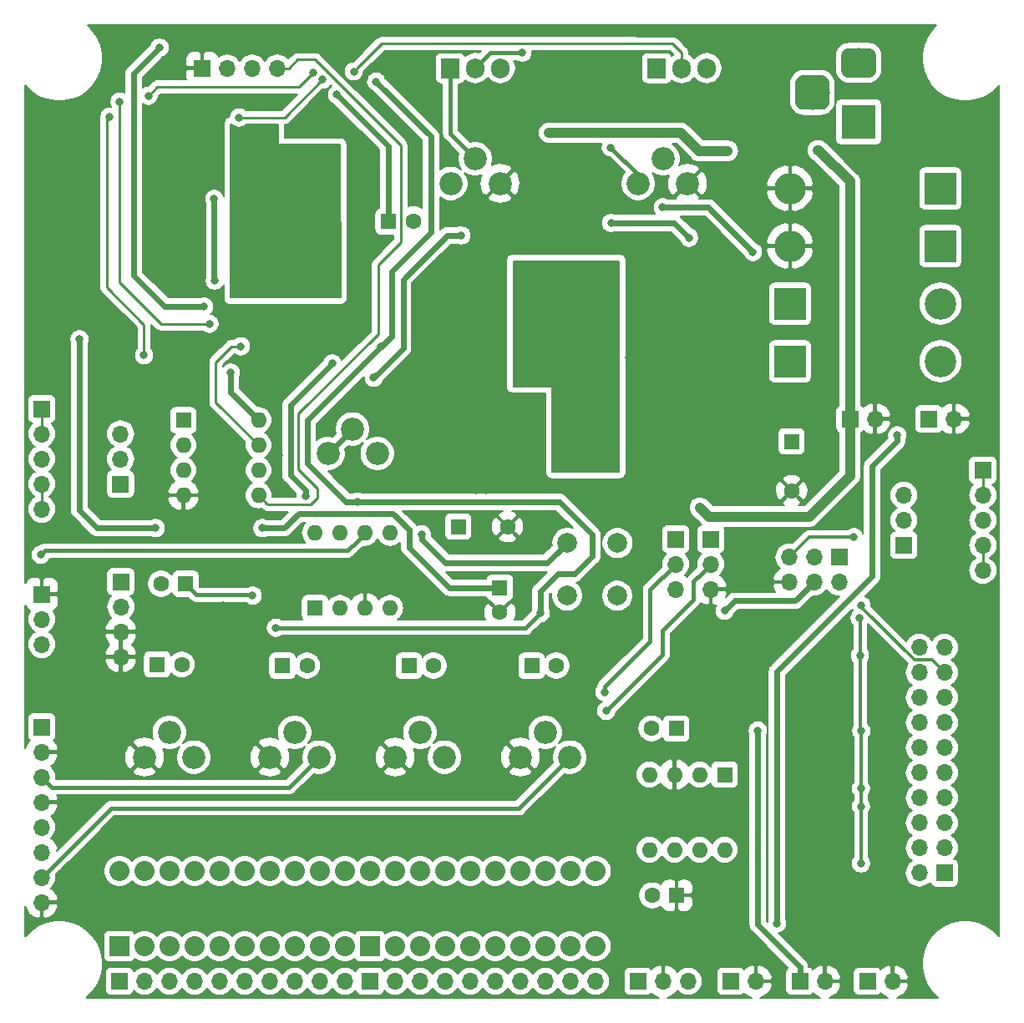
<source format=gbr>
G04 #@! TF.GenerationSoftware,KiCad,Pcbnew,(5.1.2-1)-1*
G04 #@! TF.CreationDate,2019-11-03T18:49:16-05:00*
G04 #@! TF.ProjectId,GR_BreadBoardBuddy,47525f42-7265-4616-9442-6f6172644275,rev?*
G04 #@! TF.SameCoordinates,Original*
G04 #@! TF.FileFunction,Copper,L2,Bot*
G04 #@! TF.FilePolarity,Positive*
%FSLAX46Y46*%
G04 Gerber Fmt 4.6, Leading zero omitted, Abs format (unit mm)*
G04 Created by KiCad (PCBNEW (5.1.2-1)-1) date 2019-11-03 18:49:16*
%MOMM*%
%LPD*%
G04 APERTURE LIST*
%ADD10C,0.254000*%
%ADD11C,1.600000*%
%ADD12R,1.600000X1.600000*%
%ADD13O,3.200000X3.200000*%
%ADD14R,3.200000X3.200000*%
%ADD15R,1.700000X1.700000*%
%ADD16O,1.700000X1.700000*%
%ADD17C,2.340000*%
%ADD18R,1.905000X2.000000*%
%ADD19O,1.905000X2.000000*%
%ADD20O,1.600000X1.600000*%
%ADD21C,0.152400*%
%ADD22C,3.500001*%
%ADD23C,3.000000*%
%ADD24R,3.500000X3.500000*%
%ADD25R,2.032000X2.032000*%
%ADD26C,2.032000*%
%ADD27C,2.000000*%
%ADD28C,1.524000*%
%ADD29C,0.800000*%
%ADD30C,0.406400*%
%ADD31C,1.016000*%
%ADD32C,0.609600*%
%ADD33C,0.250000*%
%ADD34C,0.304800*%
%ADD35C,0.203200*%
G04 APERTURE END LIST*
D10*
X90297000Y-84455000D02*
X90297000Y-86995000D01*
X90297000Y-92075000D02*
X90297000Y-94615000D01*
X185674000Y-98298000D02*
X185674000Y-100838000D01*
X185674000Y-90678000D02*
X185674000Y-93218000D01*
D11*
X166303960Y-92751920D03*
D12*
X166303960Y-87751920D03*
X132511800Y-96393000D03*
D11*
X137511800Y-96393000D03*
D12*
X154660600Y-133781800D03*
D11*
X152160600Y-133781800D03*
D12*
X154609800Y-116865400D03*
D11*
X152109800Y-116865400D03*
X127939800Y-65481200D03*
D12*
X125439800Y-65481200D03*
D11*
X136728200Y-105090600D03*
D12*
X136728200Y-102590600D03*
D11*
X104481000Y-110363000D03*
D12*
X101981000Y-110363000D03*
X114681000Y-110490000D03*
D11*
X117181000Y-110490000D03*
X130008000Y-110490000D03*
D12*
X127508000Y-110490000D03*
X139954000Y-110490000D03*
D11*
X142454000Y-110490000D03*
D13*
X181381400Y-79629000D03*
D14*
X166141400Y-79629000D03*
D13*
X181381400Y-73787000D03*
D14*
X166141400Y-73787000D03*
X181381400Y-67945000D03*
D13*
X166141400Y-67945000D03*
D14*
X181381400Y-62103000D03*
D13*
X166141400Y-62103000D03*
D15*
X154559000Y-97663000D03*
D16*
X154559000Y-100203000D03*
X154559000Y-102743000D03*
D15*
X98171000Y-142485000D03*
D16*
X100711000Y-142485000D03*
X103251000Y-142485000D03*
X105791000Y-142485000D03*
X108331000Y-142485000D03*
X110871000Y-142485000D03*
X113411000Y-142485000D03*
X115951000Y-142485000D03*
X118491000Y-142485000D03*
X121031000Y-142485000D03*
X158115000Y-102743000D03*
X158115000Y-100203000D03*
D15*
X158115000Y-97663000D03*
D16*
X146431000Y-142485000D03*
X143891000Y-142485000D03*
X141351000Y-142485000D03*
X138811000Y-142485000D03*
X136271000Y-142485000D03*
X133731000Y-142485000D03*
X131191000Y-142485000D03*
X128651000Y-142485000D03*
X126111000Y-142485000D03*
D15*
X123571000Y-142485000D03*
D16*
X114173000Y-49911000D03*
X111633000Y-49911000D03*
X109093000Y-49911000D03*
D15*
X106553000Y-49911000D03*
X98272600Y-92075000D03*
D16*
X98272600Y-89535000D03*
X98272600Y-86995000D03*
X177673000Y-93218000D03*
X177673000Y-95758000D03*
D15*
X177673000Y-98298000D03*
X98298000Y-101981000D03*
D16*
X98298000Y-104521000D03*
X98298000Y-107061000D03*
X98298000Y-109601000D03*
D15*
X181788000Y-131512000D03*
D16*
X179248000Y-131512000D03*
X181788000Y-128972000D03*
X179248000Y-128972000D03*
X181788000Y-126432000D03*
X179248000Y-126432000D03*
X181788000Y-123892000D03*
X179248000Y-123892000D03*
X181788000Y-121352000D03*
X179248000Y-121352000D03*
X181788000Y-118812000D03*
X179248000Y-118812000D03*
X181788000Y-116272000D03*
X179248000Y-116272000D03*
X181788000Y-113732000D03*
X179248000Y-113732000D03*
X181788000Y-111192000D03*
X179248000Y-111192000D03*
X181788000Y-108652000D03*
X179248000Y-108652000D03*
X176530000Y-142494000D03*
D15*
X173990000Y-142494000D03*
X167132000Y-142494000D03*
D16*
X169672000Y-142494000D03*
D17*
X124293000Y-88987000D03*
X121793000Y-86487000D03*
X119293000Y-88987000D03*
X150749000Y-61595000D03*
X153249000Y-59095000D03*
X155749000Y-61595000D03*
X131739000Y-61595000D03*
X134239000Y-59095000D03*
X136739000Y-61595000D03*
D15*
X90297000Y-84455000D03*
D16*
X90297000Y-86995000D03*
X90297000Y-89535000D03*
X90297000Y-92075000D03*
X90297000Y-94615000D03*
X185674000Y-100838000D03*
X185674000Y-98298000D03*
X185674000Y-95758000D03*
X185674000Y-93218000D03*
D15*
X185674000Y-90678000D03*
D17*
X105711000Y-119761000D03*
X103211000Y-117261000D03*
X100711000Y-119761000D03*
X113411000Y-119761000D03*
X115911000Y-117261000D03*
X118411000Y-119761000D03*
X131111000Y-119761000D03*
X128611000Y-117261000D03*
X126111000Y-119761000D03*
X138811000Y-119761000D03*
X141311000Y-117261000D03*
X143811000Y-119761000D03*
D18*
X152628600Y-49911000D03*
D19*
X155168600Y-49911000D03*
X157708600Y-49911000D03*
X136779000Y-49911000D03*
X134239000Y-49911000D03*
D18*
X131699000Y-49911000D03*
D20*
X159512000Y-129159000D03*
X151892000Y-121539000D03*
X156972000Y-129159000D03*
X154432000Y-121539000D03*
X154432000Y-129159000D03*
X156972000Y-121539000D03*
X151892000Y-129159000D03*
D12*
X159512000Y-121539000D03*
X104648000Y-85598000D03*
D20*
X112268000Y-93218000D03*
X104648000Y-88138000D03*
X112268000Y-90678000D03*
X104648000Y-90678000D03*
X112268000Y-88138000D03*
X104648000Y-93218000D03*
X112268000Y-85598000D03*
D12*
X117983000Y-104648000D03*
D20*
X125603000Y-97028000D03*
X120523000Y-104648000D03*
X123063000Y-97028000D03*
X123063000Y-104648000D03*
X120523000Y-97028000D03*
X125603000Y-104648000D03*
X117983000Y-97028000D03*
D21*
G36*
X169361765Y-50626213D02*
G01*
X169446704Y-50638813D01*
X169529999Y-50659677D01*
X169610848Y-50688605D01*
X169688472Y-50725319D01*
X169762124Y-50769464D01*
X169831094Y-50820616D01*
X169894718Y-50878282D01*
X169952384Y-50941906D01*
X170003536Y-51010876D01*
X170047681Y-51084528D01*
X170084395Y-51162152D01*
X170113323Y-51243001D01*
X170134187Y-51326296D01*
X170146787Y-51411235D01*
X170151000Y-51497000D01*
X170151000Y-53247000D01*
X170146787Y-53332765D01*
X170134187Y-53417704D01*
X170113323Y-53500999D01*
X170084395Y-53581848D01*
X170047681Y-53659472D01*
X170003536Y-53733124D01*
X169952384Y-53802094D01*
X169894718Y-53865718D01*
X169831094Y-53923384D01*
X169762124Y-53974536D01*
X169688472Y-54018681D01*
X169610848Y-54055395D01*
X169529999Y-54084323D01*
X169446704Y-54105187D01*
X169361765Y-54117787D01*
X169276000Y-54122000D01*
X167526000Y-54122000D01*
X167440235Y-54117787D01*
X167355296Y-54105187D01*
X167272001Y-54084323D01*
X167191152Y-54055395D01*
X167113528Y-54018681D01*
X167039876Y-53974536D01*
X166970906Y-53923384D01*
X166907282Y-53865718D01*
X166849616Y-53802094D01*
X166798464Y-53733124D01*
X166754319Y-53659472D01*
X166717605Y-53581848D01*
X166688677Y-53500999D01*
X166667813Y-53417704D01*
X166655213Y-53332765D01*
X166651000Y-53247000D01*
X166651000Y-51497000D01*
X166655213Y-51411235D01*
X166667813Y-51326296D01*
X166688677Y-51243001D01*
X166717605Y-51162152D01*
X166754319Y-51084528D01*
X166798464Y-51010876D01*
X166849616Y-50941906D01*
X166907282Y-50878282D01*
X166970906Y-50820616D01*
X167039876Y-50769464D01*
X167113528Y-50725319D01*
X167191152Y-50688605D01*
X167272001Y-50659677D01*
X167355296Y-50638813D01*
X167440235Y-50626213D01*
X167526000Y-50622000D01*
X169276000Y-50622000D01*
X169361765Y-50626213D01*
X169361765Y-50626213D01*
G37*
D22*
X168401000Y-52372000D03*
D21*
G36*
X174174513Y-47875611D02*
G01*
X174247318Y-47886411D01*
X174318714Y-47904295D01*
X174388013Y-47929090D01*
X174454548Y-47960559D01*
X174517678Y-47998398D01*
X174576795Y-48042242D01*
X174631330Y-48091670D01*
X174680758Y-48146205D01*
X174724602Y-48205322D01*
X174762441Y-48268452D01*
X174793910Y-48334987D01*
X174818705Y-48404286D01*
X174836589Y-48475682D01*
X174847389Y-48548487D01*
X174851000Y-48622000D01*
X174851000Y-50122000D01*
X174847389Y-50195513D01*
X174836589Y-50268318D01*
X174818705Y-50339714D01*
X174793910Y-50409013D01*
X174762441Y-50475548D01*
X174724602Y-50538678D01*
X174680758Y-50597795D01*
X174631330Y-50652330D01*
X174576795Y-50701758D01*
X174517678Y-50745602D01*
X174454548Y-50783441D01*
X174388013Y-50814910D01*
X174318714Y-50839705D01*
X174247318Y-50857589D01*
X174174513Y-50868389D01*
X174101000Y-50872000D01*
X172101000Y-50872000D01*
X172027487Y-50868389D01*
X171954682Y-50857589D01*
X171883286Y-50839705D01*
X171813987Y-50814910D01*
X171747452Y-50783441D01*
X171684322Y-50745602D01*
X171625205Y-50701758D01*
X171570670Y-50652330D01*
X171521242Y-50597795D01*
X171477398Y-50538678D01*
X171439559Y-50475548D01*
X171408090Y-50409013D01*
X171383295Y-50339714D01*
X171365411Y-50268318D01*
X171354611Y-50195513D01*
X171351000Y-50122000D01*
X171351000Y-48622000D01*
X171354611Y-48548487D01*
X171365411Y-48475682D01*
X171383295Y-48404286D01*
X171408090Y-48334987D01*
X171439559Y-48268452D01*
X171477398Y-48205322D01*
X171521242Y-48146205D01*
X171570670Y-48091670D01*
X171625205Y-48042242D01*
X171684322Y-47998398D01*
X171747452Y-47960559D01*
X171813987Y-47929090D01*
X171883286Y-47904295D01*
X171954682Y-47886411D01*
X172027487Y-47875611D01*
X172101000Y-47872000D01*
X174101000Y-47872000D01*
X174174513Y-47875611D01*
X174174513Y-47875611D01*
G37*
D23*
X173101000Y-49372000D03*
D24*
X173101000Y-55372000D03*
D15*
X90297000Y-116713000D03*
D16*
X90297000Y-119253000D03*
X90297000Y-121793000D03*
X90297000Y-124333000D03*
X90297000Y-126873000D03*
X90297000Y-129413000D03*
X90297000Y-131953000D03*
X90297000Y-134493000D03*
D25*
X98171000Y-138929000D03*
D26*
X100711000Y-138929000D03*
X103251000Y-138929000D03*
X105791000Y-138929000D03*
X115951000Y-131309000D03*
X113411000Y-131309000D03*
X110871000Y-131309000D03*
X108331000Y-131309000D03*
X108331000Y-138929000D03*
X110871000Y-138929000D03*
X113411000Y-138929000D03*
X115951000Y-138929000D03*
X118491000Y-131309000D03*
X121031000Y-131309000D03*
X121031000Y-138929000D03*
X118491000Y-138929000D03*
X105791000Y-131309000D03*
X103251000Y-131309000D03*
X100711000Y-131309000D03*
X98171000Y-131309000D03*
X123571000Y-131309000D03*
X126111000Y-131309000D03*
X128651000Y-131309000D03*
X131191000Y-131309000D03*
X143891000Y-138929000D03*
X146431000Y-138929000D03*
X146431000Y-131309000D03*
X143891000Y-131309000D03*
X141351000Y-138929000D03*
X138811000Y-138929000D03*
X136271000Y-138929000D03*
X133731000Y-138929000D03*
X133731000Y-131309000D03*
X136271000Y-131309000D03*
X138811000Y-131309000D03*
X141351000Y-131309000D03*
X131191000Y-138929000D03*
X128651000Y-138929000D03*
X126111000Y-138929000D03*
D25*
X123571000Y-138929000D03*
D15*
X150749000Y-142494000D03*
D16*
X153289000Y-142494000D03*
X155829000Y-142494000D03*
D15*
X171119800Y-99491800D03*
D16*
X171119800Y-102031800D03*
X168579800Y-99491800D03*
X168579800Y-102031800D03*
X166039800Y-99491800D03*
X166039800Y-102031800D03*
D15*
X90297000Y-103251000D03*
D16*
X90297000Y-105791000D03*
X90297000Y-108331000D03*
D27*
X143586200Y-98059400D03*
X148666200Y-98069400D03*
X148615400Y-103403400D03*
X143535400Y-103393400D03*
D15*
X172212000Y-85471000D03*
D16*
X174752000Y-85471000D03*
D15*
X180213000Y-85471000D03*
D16*
X182753000Y-85471000D03*
X162687000Y-142494000D03*
D15*
X160147000Y-142494000D03*
D12*
X104876600Y-102184200D03*
D11*
X102376600Y-102184200D03*
D28*
X139954000Y-79883000D03*
X139954000Y-77851000D03*
X139954000Y-75819000D03*
X139954000Y-73787000D03*
X139954000Y-71755000D03*
X141859000Y-71755000D03*
X141859000Y-73787000D03*
X141859000Y-75819000D03*
X141859000Y-77851000D03*
X141859000Y-79883000D03*
X143891000Y-79883000D03*
X143891000Y-77851000D03*
X143891000Y-75819000D03*
X143891000Y-73787000D03*
X143891000Y-71755000D03*
X145923000Y-71755000D03*
X145923000Y-73787000D03*
X145923000Y-75819000D03*
X145923000Y-77851000D03*
X145923000Y-79883000D03*
D29*
X147980400Y-57962800D03*
X106807000Y-100355400D03*
X108635800Y-104419400D03*
X110718600Y-105486200D03*
X151155400Y-81203800D03*
X152171400Y-81203800D03*
X153187400Y-81203800D03*
X154254200Y-81203800D03*
X150139400Y-81203800D03*
X155879800Y-79222600D03*
X150139400Y-82372200D03*
X149834600Y-79222600D03*
X159689800Y-70942200D03*
X161264600Y-72415400D03*
X161264600Y-74599800D03*
X159740600Y-76225400D03*
X135864600Y-90906600D03*
X135356600Y-92735400D03*
X136931400Y-90855800D03*
X134289800Y-92735400D03*
X112014000Y-77952600D03*
X113792000Y-78054200D03*
X118694200Y-74269600D03*
X120472200Y-74295000D03*
X122250200Y-74269600D03*
X105651300Y-70243700D03*
X103416100Y-71297800D03*
X102997000Y-78320900D03*
X105194100Y-78308200D03*
X96278700Y-78460600D03*
X92379800Y-79883000D03*
X92786200Y-78257400D03*
X106743500Y-54737000D03*
X107734100Y-56273700D03*
X105257600Y-56273700D03*
X106006900Y-57721500D03*
X114554000Y-53708300D03*
X113538000Y-53708300D03*
X112547400Y-53682900D03*
X92773500Y-83312000D03*
X95453200Y-83362800D03*
X121818400Y-47802800D03*
X120827800Y-48475900D03*
X131277360Y-63881000D03*
X131318000Y-64957960D03*
X132516880Y-63921640D03*
X132516880Y-64917320D03*
X122138440Y-57612280D03*
X123271280Y-57612280D03*
X121615200Y-56301640D03*
X128021080Y-50810160D03*
X122966480Y-50942240D03*
X128498600Y-59496960D03*
X121732040Y-71876920D03*
X121732040Y-70388480D03*
X124368560Y-67797680D03*
X138287760Y-57337960D03*
X137378440Y-57480200D03*
X143565880Y-59639200D03*
X142849600Y-58054240D03*
X143662400Y-62900560D03*
X146065240Y-46106080D03*
X144287240Y-49032160D03*
X159202120Y-55519320D03*
X160147000Y-55519320D03*
X103113840Y-83596480D03*
X114294920Y-89143840D03*
X92598240Y-103210360D03*
X91186000Y-100665280D03*
X98384360Y-111673640D03*
X100289360Y-107091480D03*
X158724600Y-108473240D03*
X163967160Y-101574600D03*
X164023040Y-102600760D03*
X155000960Y-123723400D03*
X153873200Y-123723400D03*
X135691880Y-72806560D03*
X135691880Y-71236840D03*
X128391920Y-72791320D03*
X128351280Y-71495920D03*
X135691880Y-68966080D03*
X134249160Y-67096640D03*
X135671560Y-67391282D03*
X134990840Y-74066400D03*
X133512560Y-74157840D03*
X132013960Y-74122280D03*
X130550920Y-74137520D03*
X129019300Y-74140060D03*
X156997400Y-94462600D03*
X168935400Y-58242200D03*
X159842200Y-58293000D03*
X141706600Y-56464200D03*
X100660200Y-79019400D03*
X97155000Y-54838600D03*
X101117400Y-52705000D03*
X117779800Y-50368200D03*
X153238200Y-64033400D03*
X162382200Y-68554600D03*
X177012600Y-87147400D03*
X164820600Y-136626600D03*
X107289600Y-75844400D03*
X98171000Y-53314600D03*
X121920000Y-50246280D03*
X124688600Y-78155800D03*
X124180603Y-51282603D03*
X139014200Y-48336200D03*
X122301000Y-93878400D03*
X114020600Y-106654600D03*
X140843000Y-105156000D03*
X102235000Y-47828200D03*
X106756200Y-74091800D03*
X109448600Y-80797400D03*
X159512000Y-104927400D03*
X162864800Y-117068600D03*
X111658400Y-103378000D03*
X147320000Y-113182400D03*
X147523200Y-115062000D03*
X110464600Y-78105000D03*
X118745000Y-51079400D03*
X110286800Y-54914800D03*
X173380400Y-104394000D03*
X173342300Y-130543300D03*
X173342300Y-124764800D03*
X173342300Y-122948700D03*
X173355000Y-117106700D03*
X173228000Y-109461300D03*
X173202600Y-105664000D03*
X172618400Y-97459800D03*
X90195400Y-99237800D03*
X128803400Y-97155000D03*
X117017800Y-93294200D03*
X112598200Y-63220600D03*
X113665000Y-63220600D03*
X114681000Y-63220600D03*
X111582200Y-63220600D03*
X111582200Y-62204600D03*
X111582200Y-61188600D03*
X111582200Y-60172600D03*
X111582200Y-59156600D03*
X111582200Y-58191400D03*
X112649000Y-58191400D03*
X113665000Y-58191400D03*
X114681000Y-58191400D03*
X116992400Y-72212200D03*
X111683800Y-72212200D03*
X111683800Y-68757800D03*
X114630200Y-68808600D03*
X114630200Y-72212200D03*
X116992400Y-68783200D03*
X120218200Y-52603400D03*
X119748300Y-79844900D03*
X112649000Y-96545400D03*
X101828600Y-96545400D03*
X94107000Y-77393800D03*
X107772200Y-63169800D03*
X107823000Y-71450202D03*
X132816600Y-66878200D03*
X147993100Y-65608200D03*
X155905200Y-67106800D03*
X123941840Y-81305400D03*
D30*
X150749000Y-60731400D02*
X150749000Y-61595000D01*
X147980400Y-57962800D02*
X150749000Y-60731400D01*
D31*
X169037000Y-58242200D02*
X168935400Y-58242200D01*
X172212000Y-61417200D02*
X169037000Y-58242200D01*
X172212000Y-85471000D02*
X172212000Y-61417200D01*
X159842200Y-58293000D02*
X156895800Y-58293000D01*
X156895800Y-58293000D02*
X155067000Y-56464200D01*
X155067000Y-56464200D02*
X141706600Y-56464200D01*
D10*
X100660200Y-79019400D02*
X100660200Y-75920600D01*
X100660200Y-75920600D02*
X96901000Y-72161400D01*
X96901000Y-72161400D02*
X96901000Y-55092600D01*
X96901000Y-55092600D02*
X97155000Y-54838600D01*
X102007398Y-51815002D02*
X116332998Y-51815002D01*
X101117400Y-52705000D02*
X102007398Y-51815002D01*
X116332998Y-51815002D02*
X117779800Y-50368200D01*
D31*
X168087040Y-95377000D02*
X172212000Y-91252040D01*
X172212000Y-91252040D02*
X172212000Y-85471000D01*
X157911800Y-95377000D02*
X168087040Y-95377000D01*
X156997400Y-94462600D02*
X157911800Y-95377000D01*
D32*
X153238200Y-64033400D02*
X157861000Y-64033400D01*
X157861000Y-64033400D02*
X162382200Y-68554600D01*
D10*
X107289600Y-75844400D02*
X102362000Y-75844400D01*
X102362000Y-75844400D02*
X98171000Y-71653400D01*
X98171000Y-71653400D02*
X98171000Y-53314600D01*
D32*
X174472600Y-101447600D02*
X164820600Y-111099600D01*
X164820600Y-111099600D02*
X164820600Y-136626600D01*
X174472600Y-90253085D02*
X174472600Y-101447600D01*
X177012600Y-87713085D02*
X174472600Y-90253085D01*
X177012600Y-87147400D02*
X177012600Y-87713085D01*
D10*
X122319999Y-49846281D02*
X121920000Y-50246280D01*
X150593300Y-47421800D02*
X124744480Y-47421800D01*
X153035000Y-49911000D02*
X153035000Y-49863500D01*
X124744480Y-47421800D02*
X122319999Y-49846281D01*
D33*
X155168600Y-48359060D02*
X155168600Y-49911000D01*
X154231340Y-47421800D02*
X155168600Y-48359060D01*
X150593300Y-47421800D02*
X154231340Y-47421800D01*
D30*
X134239000Y-49863500D02*
X135766300Y-48336200D01*
X134239000Y-49911000D02*
X134239000Y-49863500D01*
X135766300Y-48336200D02*
X139014200Y-48336200D01*
D32*
X121132600Y-93878400D02*
X122301000Y-93878400D01*
X117221000Y-85623400D02*
X117221000Y-89966800D01*
X117221000Y-89966800D02*
X121132600Y-93878400D01*
X124688600Y-78155800D02*
X117221000Y-85623400D01*
X122301000Y-93878400D02*
X142748000Y-93878400D01*
D30*
X140443001Y-105555999D02*
X140843000Y-105156000D01*
D32*
X142748000Y-93878400D02*
X146100800Y-97231200D01*
X146100800Y-97231200D02*
X146100800Y-99390200D01*
D30*
X139344400Y-106654600D02*
X140443001Y-105555999D01*
D32*
X142595600Y-101168200D02*
X140843000Y-102920800D01*
X140843000Y-104590315D02*
X140843000Y-105156000D01*
X146100800Y-99390200D02*
X144322800Y-101168200D01*
X144322800Y-101168200D02*
X142595600Y-101168200D01*
X140843000Y-102920800D02*
X140843000Y-104590315D01*
D30*
X114020600Y-106654600D02*
X139344400Y-106654600D01*
D32*
X125755400Y-77089000D02*
X125755400Y-70540880D01*
X125755400Y-70540880D02*
X129743200Y-66553080D01*
X129743200Y-66553080D02*
X129743200Y-56845200D01*
X129743200Y-56845200D02*
X124580602Y-51682602D01*
X124580602Y-51682602D02*
X124180603Y-51282603D01*
X124688600Y-78155800D02*
X125755400Y-77089000D01*
D30*
X131699000Y-56555000D02*
X134239000Y-59095000D01*
X131699000Y-49911000D02*
X131699000Y-56555000D01*
D32*
X109448600Y-82778600D02*
X112268000Y-85598000D01*
X109448600Y-80797400D02*
X109448600Y-82778600D01*
X99593400Y-70942200D02*
X102743000Y-74091800D01*
X99593400Y-50469800D02*
X99593400Y-70942200D01*
X102743000Y-74091800D02*
X106756200Y-74091800D01*
X102235000Y-47828200D02*
X99593400Y-50469800D01*
X160528000Y-103911400D02*
X166700200Y-103911400D01*
X166700200Y-103911400D02*
X168579800Y-102031800D01*
X159512000Y-104927400D02*
X160528000Y-103911400D01*
X167132000Y-141034400D02*
X167132000Y-142494000D01*
X162864800Y-136767200D02*
X167132000Y-141034400D01*
X162864800Y-117068600D02*
X162864800Y-136767200D01*
D30*
X105994200Y-103301800D02*
X104876600Y-102184200D01*
X111582200Y-103301800D02*
X105994200Y-103301800D01*
X111658400Y-103378000D02*
X111582200Y-103301800D01*
X147320000Y-112616715D02*
X151942800Y-107993915D01*
X147320000Y-113182400D02*
X147320000Y-112616715D01*
X151942800Y-102819200D02*
X154559000Y-100203000D01*
X151942800Y-107993915D02*
X151942800Y-102819200D01*
X153212800Y-109372400D02*
X153212800Y-106934000D01*
X156362400Y-103784400D02*
X156362400Y-101955600D01*
X157265001Y-101052999D02*
X158115000Y-100203000D01*
X147523200Y-115062000D02*
X153212800Y-109372400D01*
X156362400Y-101955600D02*
X157265001Y-101052999D01*
X153212800Y-106934000D02*
X156362400Y-103784400D01*
D10*
X113207800Y-94157800D02*
X113067999Y-94017999D01*
X117525800Y-94157800D02*
X113207800Y-94157800D01*
X118237000Y-93446600D02*
X117525800Y-94157800D01*
X126695200Y-57724040D02*
X126695200Y-67564000D01*
X124383800Y-76885800D02*
X116316760Y-84952840D01*
X116316760Y-84952840D02*
X116316760Y-90596720D01*
X116316760Y-90596720D02*
X118237000Y-92516960D01*
X124383800Y-69875400D02*
X124383800Y-76885800D01*
X113067999Y-94017999D02*
X112268000Y-93218000D01*
X118237000Y-92516960D02*
X118237000Y-93446600D01*
X118018560Y-49047400D02*
X126695200Y-57724040D01*
X116238681Y-49047400D02*
X118018560Y-49047400D01*
X126695200Y-67564000D02*
X124383800Y-69875400D01*
X115375081Y-49911000D02*
X116238681Y-49047400D01*
X114173000Y-49911000D02*
X115375081Y-49911000D01*
X118745000Y-51079400D02*
X114909600Y-54914800D01*
X114909600Y-54914800D02*
X110852485Y-54914800D01*
X110852485Y-54914800D02*
X110286800Y-54914800D01*
X107924600Y-79730600D02*
X109550200Y-78105000D01*
X109550200Y-78105000D02*
X110464600Y-78105000D01*
X107924600Y-83794600D02*
X107924600Y-79730600D01*
X112268000Y-88138000D02*
X107924600Y-83794600D01*
D34*
X181788000Y-111192000D02*
X180527200Y-109931200D01*
X180527200Y-109931200D02*
X178785238Y-109931200D01*
X178785238Y-109931200D02*
X173380400Y-104526362D01*
X173380400Y-104526362D02*
X173380400Y-104394000D01*
X173342300Y-130543300D02*
X173342300Y-124764800D01*
X173342300Y-122948700D02*
X173342300Y-124764800D01*
X173342300Y-122383015D02*
X173355000Y-122370315D01*
X173342300Y-122948700D02*
X173342300Y-122383015D01*
X173355000Y-122370315D02*
X173355000Y-117106700D01*
X173228000Y-116979700D02*
X173355000Y-117106700D01*
X173228000Y-109461300D02*
X173228000Y-116979700D01*
X173228000Y-105689400D02*
X173202600Y-105664000D01*
X173228000Y-109461300D02*
X173228000Y-105689400D01*
X168071800Y-97459800D02*
X166039800Y-99491800D01*
X172618400Y-97459800D02*
X168071800Y-97459800D01*
D30*
X122263001Y-97827999D02*
X123063000Y-97028000D01*
X90595399Y-98837801D02*
X121253199Y-98837801D01*
X121253199Y-98837801D02*
X122263001Y-97827999D01*
X90195400Y-99237800D02*
X90595399Y-98837801D01*
X115363000Y-122809000D02*
X118411000Y-119761000D01*
X91313000Y-122809000D02*
X115363000Y-122809000D01*
X90297000Y-121793000D02*
X91313000Y-122809000D01*
X90297000Y-131953000D02*
X97307400Y-124942600D01*
X138629400Y-124942600D02*
X143811000Y-119761000D01*
X97307400Y-124942600D02*
X138629400Y-124942600D01*
D32*
X131191000Y-100050600D02*
X128803400Y-97663000D01*
X142494601Y-99059399D02*
X141503400Y-100050600D01*
X128803400Y-97663000D02*
X128803400Y-97155000D01*
X142586201Y-99059399D02*
X142494601Y-99059399D01*
X141503400Y-100050600D02*
X131191000Y-100050600D01*
X143586200Y-98059400D02*
X142586201Y-99059399D01*
X125399800Y-65441200D02*
X125439800Y-65481200D01*
X125399800Y-57785000D02*
X125399800Y-65441200D01*
X120218200Y-52603400D02*
X125399800Y-57785000D01*
X115503960Y-91214675D02*
X117017800Y-92728515D01*
X115503960Y-84089240D02*
X115503960Y-91214675D01*
X117017800Y-92728515D02*
X117017800Y-93294200D01*
X119748300Y-79844900D02*
X115503960Y-84089240D01*
X101828600Y-96545400D02*
X101262915Y-96545400D01*
X101262915Y-96545400D02*
X95885000Y-96545400D01*
X95885000Y-96545400D02*
X94107000Y-94767400D01*
X94107000Y-94767400D02*
X94107000Y-77393800D01*
X107772200Y-71399402D02*
X107823000Y-71450202D01*
X107772200Y-63169800D02*
X107772200Y-71399402D01*
X127533400Y-98526600D02*
X127533400Y-96723200D01*
X116357400Y-95072200D02*
X114884200Y-96545400D01*
X131597400Y-102590600D02*
X127533400Y-98526600D01*
X125882400Y-95072200D02*
X116357400Y-95072200D01*
X127533400Y-96723200D02*
X125882400Y-95072200D01*
X114884200Y-96545400D02*
X112649000Y-96545400D01*
X136728200Y-102590600D02*
X131597400Y-102590600D01*
X132715000Y-66776600D02*
X132816600Y-66878200D01*
X148005800Y-65595500D02*
X152615900Y-65595500D01*
X147993100Y-65608200D02*
X148005800Y-65595500D01*
X152615900Y-65595500D02*
X154393900Y-65595500D01*
X154393900Y-65595500D02*
X155905200Y-67106800D01*
X121793000Y-86487000D02*
X119293000Y-88987000D01*
X126923800Y-71348600D02*
X126923800Y-78323440D01*
X126923800Y-78323440D02*
X124341839Y-80905401D01*
X124341839Y-80905401D02*
X123941840Y-81305400D01*
X132816600Y-66878200D02*
X131394200Y-66878200D01*
X131394200Y-66878200D02*
X126923800Y-71348600D01*
D35*
G36*
X180484822Y-46095518D02*
G01*
X180004215Y-46814797D01*
X179673167Y-47614018D01*
X179504400Y-48462465D01*
X179504400Y-49327535D01*
X179673167Y-50175982D01*
X180004215Y-50975203D01*
X180484822Y-51694482D01*
X181096518Y-52306178D01*
X181815797Y-52786785D01*
X182615018Y-53117833D01*
X183463465Y-53286600D01*
X184328535Y-53286600D01*
X185176982Y-53117833D01*
X185976203Y-52786785D01*
X186695482Y-52306178D01*
X187307178Y-51694482D01*
X187337700Y-51648803D01*
X187337701Y-137953199D01*
X187307178Y-137907518D01*
X186695482Y-137295822D01*
X185976203Y-136815215D01*
X185176982Y-136484167D01*
X184328535Y-136315400D01*
X183463465Y-136315400D01*
X182615018Y-136484167D01*
X181815797Y-136815215D01*
X181096518Y-137295822D01*
X180484822Y-137907518D01*
X180004215Y-138626797D01*
X179673167Y-139426018D01*
X179504400Y-140274465D01*
X179504400Y-141139535D01*
X179673167Y-141987982D01*
X180004215Y-142787203D01*
X180484822Y-143506482D01*
X181096518Y-144118178D01*
X181142197Y-144148700D01*
X176960354Y-144148700D01*
X177153888Y-144089995D01*
X177453263Y-143937614D01*
X177717158Y-143729756D01*
X177935431Y-143474408D01*
X178099694Y-143181384D01*
X178203635Y-142861944D01*
X178024689Y-142595600D01*
X176631600Y-142595600D01*
X176631600Y-142615600D01*
X176428400Y-142615600D01*
X176428400Y-142595600D01*
X176408400Y-142595600D01*
X176408400Y-142392400D01*
X176428400Y-142392400D01*
X176428400Y-140999750D01*
X176631600Y-140999750D01*
X176631600Y-142392400D01*
X178024689Y-142392400D01*
X178203635Y-142126056D01*
X178099694Y-141806616D01*
X177935431Y-141513592D01*
X177717158Y-141258244D01*
X177453263Y-141050386D01*
X177153888Y-140898005D01*
X176897944Y-140820369D01*
X176631600Y-140999750D01*
X176428400Y-140999750D01*
X176162056Y-140820369D01*
X175906112Y-140898005D01*
X175606737Y-141050386D01*
X175342842Y-141258244D01*
X175327119Y-141276638D01*
X175273138Y-141210862D01*
X175180314Y-141134684D01*
X175074412Y-141078079D01*
X174959502Y-141043221D01*
X174840000Y-141031451D01*
X173140000Y-141031451D01*
X173020498Y-141043221D01*
X172905588Y-141078079D01*
X172799686Y-141134684D01*
X172706862Y-141210862D01*
X172630684Y-141303686D01*
X172574079Y-141409588D01*
X172539221Y-141524498D01*
X172527451Y-141644000D01*
X172527451Y-143344000D01*
X172539221Y-143463502D01*
X172574079Y-143578412D01*
X172630684Y-143684314D01*
X172706862Y-143777138D01*
X172799686Y-143853316D01*
X172905588Y-143909921D01*
X173020498Y-143944779D01*
X173140000Y-143956549D01*
X174840000Y-143956549D01*
X174959502Y-143944779D01*
X175074412Y-143909921D01*
X175180314Y-143853316D01*
X175273138Y-143777138D01*
X175327119Y-143711362D01*
X175342842Y-143729756D01*
X175606737Y-143937614D01*
X175906112Y-144089995D01*
X176099646Y-144148700D01*
X170102354Y-144148700D01*
X170295888Y-144089995D01*
X170595263Y-143937614D01*
X170859158Y-143729756D01*
X171077431Y-143474408D01*
X171241694Y-143181384D01*
X171345635Y-142861944D01*
X171166689Y-142595600D01*
X169773600Y-142595600D01*
X169773600Y-142615600D01*
X169570400Y-142615600D01*
X169570400Y-142595600D01*
X169550400Y-142595600D01*
X169550400Y-142392400D01*
X169570400Y-142392400D01*
X169570400Y-140999750D01*
X169773600Y-140999750D01*
X169773600Y-142392400D01*
X171166689Y-142392400D01*
X171345635Y-142126056D01*
X171241694Y-141806616D01*
X171077431Y-141513592D01*
X170859158Y-141258244D01*
X170595263Y-141050386D01*
X170295888Y-140898005D01*
X170039944Y-140820369D01*
X169773600Y-140999750D01*
X169570400Y-140999750D01*
X169304056Y-140820369D01*
X169048112Y-140898005D01*
X168748737Y-141050386D01*
X168484842Y-141258244D01*
X168469119Y-141276638D01*
X168415138Y-141210862D01*
X168322314Y-141134684D01*
X168216412Y-141078079D01*
X168101502Y-141043221D01*
X168050450Y-141038193D01*
X168050824Y-141034399D01*
X168044288Y-140968042D01*
X168033169Y-140855146D01*
X167980883Y-140682781D01*
X167961174Y-140645909D01*
X167895974Y-140523928D01*
X167810340Y-140419583D01*
X167781707Y-140384693D01*
X167746817Y-140356060D01*
X165009217Y-137618461D01*
X165115089Y-137597402D01*
X165298825Y-137521296D01*
X165464182Y-137410808D01*
X165604808Y-137270182D01*
X165715296Y-137104825D01*
X165791402Y-136921089D01*
X165830200Y-136726037D01*
X165830200Y-136527163D01*
X165791402Y-136332111D01*
X165735000Y-136195945D01*
X165735000Y-111478356D01*
X172443360Y-104769997D01*
X172485704Y-104872225D01*
X172518100Y-104920710D01*
X172418392Y-105020418D01*
X172307904Y-105185775D01*
X172231798Y-105369511D01*
X172193000Y-105564563D01*
X172193000Y-105763437D01*
X172231798Y-105958489D01*
X172307904Y-106142225D01*
X172418392Y-106307582D01*
X172466001Y-106355191D01*
X172466000Y-108795510D01*
X172443792Y-108817718D01*
X172333304Y-108983075D01*
X172257198Y-109166811D01*
X172218400Y-109361863D01*
X172218400Y-109560737D01*
X172257198Y-109755789D01*
X172333304Y-109939525D01*
X172443792Y-110104882D01*
X172466000Y-110127090D01*
X172466001Y-116619949D01*
X172460304Y-116628475D01*
X172384198Y-116812211D01*
X172345400Y-117007263D01*
X172345400Y-117206137D01*
X172384198Y-117401189D01*
X172460304Y-117584925D01*
X172570792Y-117750282D01*
X172593001Y-117772491D01*
X172593000Y-122228118D01*
X172591326Y-122233637D01*
X172587148Y-122276062D01*
X172558092Y-122305118D01*
X172447604Y-122470475D01*
X172371498Y-122654211D01*
X172332700Y-122849263D01*
X172332700Y-123048137D01*
X172371498Y-123243189D01*
X172447604Y-123426925D01*
X172558092Y-123592282D01*
X172580300Y-123614490D01*
X172580301Y-124099009D01*
X172558092Y-124121218D01*
X172447604Y-124286575D01*
X172371498Y-124470311D01*
X172332700Y-124665363D01*
X172332700Y-124864237D01*
X172371498Y-125059289D01*
X172447604Y-125243025D01*
X172558092Y-125408382D01*
X172580301Y-125430591D01*
X172580300Y-129877510D01*
X172558092Y-129899718D01*
X172447604Y-130065075D01*
X172371498Y-130248811D01*
X172332700Y-130443863D01*
X172332700Y-130642737D01*
X172371498Y-130837789D01*
X172447604Y-131021525D01*
X172558092Y-131186882D01*
X172698718Y-131327508D01*
X172864075Y-131437996D01*
X173047811Y-131514102D01*
X173242863Y-131552900D01*
X173441737Y-131552900D01*
X173636789Y-131514102D01*
X173820525Y-131437996D01*
X173985882Y-131327508D01*
X174126508Y-131186882D01*
X174236996Y-131021525D01*
X174313102Y-130837789D01*
X174351900Y-130642737D01*
X174351900Y-130443863D01*
X174313102Y-130248811D01*
X174236996Y-130065075D01*
X174126508Y-129899718D01*
X174104300Y-129877510D01*
X174104300Y-125430590D01*
X174126508Y-125408382D01*
X174236996Y-125243025D01*
X174313102Y-125059289D01*
X174351900Y-124864237D01*
X174351900Y-124665363D01*
X174313102Y-124470311D01*
X174236996Y-124286575D01*
X174126508Y-124121218D01*
X174104300Y-124099010D01*
X174104300Y-123614490D01*
X174126508Y-123592282D01*
X174236996Y-123426925D01*
X174313102Y-123243189D01*
X174351900Y-123048137D01*
X174351900Y-122849263D01*
X174313102Y-122654211D01*
X174236996Y-122470475D01*
X174126508Y-122305118D01*
X174117000Y-122295610D01*
X174117000Y-117772490D01*
X174139208Y-117750282D01*
X174249696Y-117584925D01*
X174325802Y-117401189D01*
X174364600Y-117206137D01*
X174364600Y-117007263D01*
X174325802Y-116812211D01*
X174249696Y-116628475D01*
X174139208Y-116463118D01*
X173998582Y-116322492D01*
X173990000Y-116316758D01*
X173990000Y-110127090D01*
X174012208Y-110104882D01*
X174122696Y-109939525D01*
X174198802Y-109755789D01*
X174237600Y-109560737D01*
X174237600Y-109361863D01*
X174198802Y-109166811D01*
X174122696Y-108983075D01*
X174012208Y-108817718D01*
X173990000Y-108795510D01*
X173990000Y-106302805D01*
X174025734Y-106249326D01*
X178084885Y-110308478D01*
X178028515Y-110377166D01*
X177892981Y-110630733D01*
X177809519Y-110905868D01*
X177781338Y-111192000D01*
X177809519Y-111478132D01*
X177892981Y-111753267D01*
X178028515Y-112006834D01*
X178210913Y-112229087D01*
X178433166Y-112411485D01*
X178527673Y-112462000D01*
X178433166Y-112512515D01*
X178210913Y-112694913D01*
X178028515Y-112917166D01*
X177892981Y-113170733D01*
X177809519Y-113445868D01*
X177781338Y-113732000D01*
X177809519Y-114018132D01*
X177892981Y-114293267D01*
X178028515Y-114546834D01*
X178210913Y-114769087D01*
X178433166Y-114951485D01*
X178527673Y-115002000D01*
X178433166Y-115052515D01*
X178210913Y-115234913D01*
X178028515Y-115457166D01*
X177892981Y-115710733D01*
X177809519Y-115985868D01*
X177781338Y-116272000D01*
X177809519Y-116558132D01*
X177892981Y-116833267D01*
X178028515Y-117086834D01*
X178210913Y-117309087D01*
X178433166Y-117491485D01*
X178527673Y-117542000D01*
X178433166Y-117592515D01*
X178210913Y-117774913D01*
X178028515Y-117997166D01*
X177892981Y-118250733D01*
X177809519Y-118525868D01*
X177781338Y-118812000D01*
X177809519Y-119098132D01*
X177892981Y-119373267D01*
X178028515Y-119626834D01*
X178210913Y-119849087D01*
X178433166Y-120031485D01*
X178527673Y-120082000D01*
X178433166Y-120132515D01*
X178210913Y-120314913D01*
X178028515Y-120537166D01*
X177892981Y-120790733D01*
X177809519Y-121065868D01*
X177781338Y-121352000D01*
X177809519Y-121638132D01*
X177892981Y-121913267D01*
X178028515Y-122166834D01*
X178210913Y-122389087D01*
X178433166Y-122571485D01*
X178527673Y-122622000D01*
X178433166Y-122672515D01*
X178210913Y-122854913D01*
X178028515Y-123077166D01*
X177892981Y-123330733D01*
X177809519Y-123605868D01*
X177781338Y-123892000D01*
X177809519Y-124178132D01*
X177892981Y-124453267D01*
X178028515Y-124706834D01*
X178210913Y-124929087D01*
X178433166Y-125111485D01*
X178527673Y-125162000D01*
X178433166Y-125212515D01*
X178210913Y-125394913D01*
X178028515Y-125617166D01*
X177892981Y-125870733D01*
X177809519Y-126145868D01*
X177781338Y-126432000D01*
X177809519Y-126718132D01*
X177892981Y-126993267D01*
X178028515Y-127246834D01*
X178210913Y-127469087D01*
X178433166Y-127651485D01*
X178527673Y-127702000D01*
X178433166Y-127752515D01*
X178210913Y-127934913D01*
X178028515Y-128157166D01*
X177892981Y-128410733D01*
X177809519Y-128685868D01*
X177781338Y-128972000D01*
X177809519Y-129258132D01*
X177892981Y-129533267D01*
X178028515Y-129786834D01*
X178210913Y-130009087D01*
X178433166Y-130191485D01*
X178527673Y-130242000D01*
X178433166Y-130292515D01*
X178210913Y-130474913D01*
X178028515Y-130697166D01*
X177892981Y-130950733D01*
X177809519Y-131225868D01*
X177781338Y-131512000D01*
X177809519Y-131798132D01*
X177892981Y-132073267D01*
X178028515Y-132326834D01*
X178210913Y-132549087D01*
X178433166Y-132731485D01*
X178686733Y-132867019D01*
X178961868Y-132950481D01*
X179176297Y-132971600D01*
X179319703Y-132971600D01*
X179534132Y-132950481D01*
X179809267Y-132867019D01*
X180062834Y-132731485D01*
X180285087Y-132549087D01*
X180338120Y-132484466D01*
X180372079Y-132596412D01*
X180428684Y-132702314D01*
X180504862Y-132795138D01*
X180597686Y-132871316D01*
X180703588Y-132927921D01*
X180818498Y-132962779D01*
X180938000Y-132974549D01*
X182638000Y-132974549D01*
X182757502Y-132962779D01*
X182872412Y-132927921D01*
X182978314Y-132871316D01*
X183071138Y-132795138D01*
X183147316Y-132702314D01*
X183203921Y-132596412D01*
X183238779Y-132481502D01*
X183250549Y-132362000D01*
X183250549Y-130662000D01*
X183238779Y-130542498D01*
X183203921Y-130427588D01*
X183147316Y-130321686D01*
X183071138Y-130228862D01*
X182978314Y-130152684D01*
X182872412Y-130096079D01*
X182760466Y-130062120D01*
X182825087Y-130009087D01*
X183007485Y-129786834D01*
X183143019Y-129533267D01*
X183226481Y-129258132D01*
X183254662Y-128972000D01*
X183226481Y-128685868D01*
X183143019Y-128410733D01*
X183007485Y-128157166D01*
X182825087Y-127934913D01*
X182602834Y-127752515D01*
X182508327Y-127702000D01*
X182602834Y-127651485D01*
X182825087Y-127469087D01*
X183007485Y-127246834D01*
X183143019Y-126993267D01*
X183226481Y-126718132D01*
X183254662Y-126432000D01*
X183226481Y-126145868D01*
X183143019Y-125870733D01*
X183007485Y-125617166D01*
X182825087Y-125394913D01*
X182602834Y-125212515D01*
X182508327Y-125162000D01*
X182602834Y-125111485D01*
X182825087Y-124929087D01*
X183007485Y-124706834D01*
X183143019Y-124453267D01*
X183226481Y-124178132D01*
X183254662Y-123892000D01*
X183226481Y-123605868D01*
X183143019Y-123330733D01*
X183007485Y-123077166D01*
X182825087Y-122854913D01*
X182602834Y-122672515D01*
X182508327Y-122622000D01*
X182602834Y-122571485D01*
X182825087Y-122389087D01*
X183007485Y-122166834D01*
X183143019Y-121913267D01*
X183226481Y-121638132D01*
X183254662Y-121352000D01*
X183226481Y-121065868D01*
X183143019Y-120790733D01*
X183007485Y-120537166D01*
X182825087Y-120314913D01*
X182602834Y-120132515D01*
X182508327Y-120082000D01*
X182602834Y-120031485D01*
X182825087Y-119849087D01*
X183007485Y-119626834D01*
X183143019Y-119373267D01*
X183226481Y-119098132D01*
X183254662Y-118812000D01*
X183226481Y-118525868D01*
X183143019Y-118250733D01*
X183007485Y-117997166D01*
X182825087Y-117774913D01*
X182602834Y-117592515D01*
X182508327Y-117542000D01*
X182602834Y-117491485D01*
X182825087Y-117309087D01*
X183007485Y-117086834D01*
X183143019Y-116833267D01*
X183226481Y-116558132D01*
X183254662Y-116272000D01*
X183226481Y-115985868D01*
X183143019Y-115710733D01*
X183007485Y-115457166D01*
X182825087Y-115234913D01*
X182602834Y-115052515D01*
X182508327Y-115002000D01*
X182602834Y-114951485D01*
X182825087Y-114769087D01*
X183007485Y-114546834D01*
X183143019Y-114293267D01*
X183226481Y-114018132D01*
X183254662Y-113732000D01*
X183226481Y-113445868D01*
X183143019Y-113170733D01*
X183007485Y-112917166D01*
X182825087Y-112694913D01*
X182602834Y-112512515D01*
X182508327Y-112462000D01*
X182602834Y-112411485D01*
X182825087Y-112229087D01*
X183007485Y-112006834D01*
X183143019Y-111753267D01*
X183226481Y-111478132D01*
X183254662Y-111192000D01*
X183226481Y-110905868D01*
X183143019Y-110630733D01*
X183007485Y-110377166D01*
X182825087Y-110154913D01*
X182602834Y-109972515D01*
X182508327Y-109922000D01*
X182602834Y-109871485D01*
X182825087Y-109689087D01*
X183007485Y-109466834D01*
X183143019Y-109213267D01*
X183226481Y-108938132D01*
X183254662Y-108652000D01*
X183226481Y-108365868D01*
X183143019Y-108090733D01*
X183007485Y-107837166D01*
X182825087Y-107614913D01*
X182602834Y-107432515D01*
X182349267Y-107296981D01*
X182074132Y-107213519D01*
X181859703Y-107192400D01*
X181716297Y-107192400D01*
X181501868Y-107213519D01*
X181226733Y-107296981D01*
X180973166Y-107432515D01*
X180750913Y-107614913D01*
X180568515Y-107837166D01*
X180518000Y-107931673D01*
X180467485Y-107837166D01*
X180285087Y-107614913D01*
X180062834Y-107432515D01*
X179809267Y-107296981D01*
X179534132Y-107213519D01*
X179319703Y-107192400D01*
X179176297Y-107192400D01*
X178961868Y-107213519D01*
X178686733Y-107296981D01*
X178433166Y-107432515D01*
X178210913Y-107614913D01*
X178028515Y-107837166D01*
X177938062Y-108006393D01*
X174390000Y-104458332D01*
X174390000Y-104294563D01*
X174351202Y-104099511D01*
X174275096Y-103915775D01*
X174164608Y-103750418D01*
X174023982Y-103609792D01*
X173858625Y-103499304D01*
X173756397Y-103456960D01*
X175087416Y-102125941D01*
X175122307Y-102097307D01*
X175181759Y-102024864D01*
X175236574Y-101958072D01*
X175291316Y-101855656D01*
X175321483Y-101799219D01*
X175373769Y-101626854D01*
X175387000Y-101492518D01*
X175387000Y-101492516D01*
X175391424Y-101447601D01*
X175387000Y-101402686D01*
X175387000Y-93218000D01*
X176206338Y-93218000D01*
X176234519Y-93504132D01*
X176317981Y-93779267D01*
X176453515Y-94032834D01*
X176635913Y-94255087D01*
X176858166Y-94437485D01*
X176952673Y-94488000D01*
X176858166Y-94538515D01*
X176635913Y-94720913D01*
X176453515Y-94943166D01*
X176317981Y-95196733D01*
X176234519Y-95471868D01*
X176206338Y-95758000D01*
X176234519Y-96044132D01*
X176317981Y-96319267D01*
X176453515Y-96572834D01*
X176635913Y-96795087D01*
X176700534Y-96848120D01*
X176588588Y-96882079D01*
X176482686Y-96938684D01*
X176389862Y-97014862D01*
X176313684Y-97107686D01*
X176257079Y-97213588D01*
X176222221Y-97328498D01*
X176210451Y-97448000D01*
X176210451Y-99148000D01*
X176222221Y-99267502D01*
X176257079Y-99382412D01*
X176313684Y-99488314D01*
X176389862Y-99581138D01*
X176482686Y-99657316D01*
X176588588Y-99713921D01*
X176703498Y-99748779D01*
X176823000Y-99760549D01*
X178523000Y-99760549D01*
X178642502Y-99748779D01*
X178757412Y-99713921D01*
X178863314Y-99657316D01*
X178956138Y-99581138D01*
X179032316Y-99488314D01*
X179088921Y-99382412D01*
X179123779Y-99267502D01*
X179135549Y-99148000D01*
X179135549Y-97448000D01*
X179123779Y-97328498D01*
X179088921Y-97213588D01*
X179032316Y-97107686D01*
X178956138Y-97014862D01*
X178863314Y-96938684D01*
X178757412Y-96882079D01*
X178645466Y-96848120D01*
X178710087Y-96795087D01*
X178892485Y-96572834D01*
X179028019Y-96319267D01*
X179111481Y-96044132D01*
X179139662Y-95758000D01*
X179111481Y-95471868D01*
X179028019Y-95196733D01*
X178892485Y-94943166D01*
X178710087Y-94720913D01*
X178487834Y-94538515D01*
X178393327Y-94488000D01*
X178487834Y-94437485D01*
X178710087Y-94255087D01*
X178892485Y-94032834D01*
X179028019Y-93779267D01*
X179111481Y-93504132D01*
X179139662Y-93218000D01*
X184207338Y-93218000D01*
X184235519Y-93504132D01*
X184318981Y-93779267D01*
X184454515Y-94032834D01*
X184636913Y-94255087D01*
X184859166Y-94437485D01*
X184953673Y-94488000D01*
X184859166Y-94538515D01*
X184636913Y-94720913D01*
X184454515Y-94943166D01*
X184318981Y-95196733D01*
X184235519Y-95471868D01*
X184207338Y-95758000D01*
X184235519Y-96044132D01*
X184318981Y-96319267D01*
X184454515Y-96572834D01*
X184636913Y-96795087D01*
X184859166Y-96977485D01*
X184953673Y-97028000D01*
X184859166Y-97078515D01*
X184636913Y-97260913D01*
X184454515Y-97483166D01*
X184318981Y-97736733D01*
X184235519Y-98011868D01*
X184207338Y-98298000D01*
X184235519Y-98584132D01*
X184318981Y-98859267D01*
X184454515Y-99112834D01*
X184636913Y-99335087D01*
X184859166Y-99517485D01*
X184937400Y-99559302D01*
X184937401Y-99576698D01*
X184859166Y-99618515D01*
X184636913Y-99800913D01*
X184454515Y-100023166D01*
X184318981Y-100276733D01*
X184235519Y-100551868D01*
X184207338Y-100838000D01*
X184235519Y-101124132D01*
X184318981Y-101399267D01*
X184454515Y-101652834D01*
X184636913Y-101875087D01*
X184859166Y-102057485D01*
X185112733Y-102193019D01*
X185387868Y-102276481D01*
X185602297Y-102297600D01*
X185745703Y-102297600D01*
X185960132Y-102276481D01*
X186235267Y-102193019D01*
X186488834Y-102057485D01*
X186711087Y-101875087D01*
X186893485Y-101652834D01*
X187029019Y-101399267D01*
X187112481Y-101124132D01*
X187140662Y-100838000D01*
X187112481Y-100551868D01*
X187029019Y-100276733D01*
X186893485Y-100023166D01*
X186711087Y-99800913D01*
X186488834Y-99618515D01*
X186410600Y-99576698D01*
X186410600Y-99559302D01*
X186488834Y-99517485D01*
X186711087Y-99335087D01*
X186893485Y-99112834D01*
X187029019Y-98859267D01*
X187112481Y-98584132D01*
X187140662Y-98298000D01*
X187112481Y-98011868D01*
X187029019Y-97736733D01*
X186893485Y-97483166D01*
X186711087Y-97260913D01*
X186488834Y-97078515D01*
X186394327Y-97028000D01*
X186488834Y-96977485D01*
X186711087Y-96795087D01*
X186893485Y-96572834D01*
X187029019Y-96319267D01*
X187112481Y-96044132D01*
X187140662Y-95758000D01*
X187112481Y-95471868D01*
X187029019Y-95196733D01*
X186893485Y-94943166D01*
X186711087Y-94720913D01*
X186488834Y-94538515D01*
X186394327Y-94488000D01*
X186488834Y-94437485D01*
X186711087Y-94255087D01*
X186893485Y-94032834D01*
X187029019Y-93779267D01*
X187112481Y-93504132D01*
X187140662Y-93218000D01*
X187112481Y-92931868D01*
X187029019Y-92656733D01*
X186893485Y-92403166D01*
X186711087Y-92180913D01*
X186646466Y-92127880D01*
X186758412Y-92093921D01*
X186864314Y-92037316D01*
X186957138Y-91961138D01*
X187033316Y-91868314D01*
X187089921Y-91762412D01*
X187124779Y-91647502D01*
X187136549Y-91528000D01*
X187136549Y-89828000D01*
X187124779Y-89708498D01*
X187089921Y-89593588D01*
X187033316Y-89487686D01*
X186957138Y-89394862D01*
X186864314Y-89318684D01*
X186758412Y-89262079D01*
X186643502Y-89227221D01*
X186524000Y-89215451D01*
X184824000Y-89215451D01*
X184704498Y-89227221D01*
X184589588Y-89262079D01*
X184483686Y-89318684D01*
X184390862Y-89394862D01*
X184314684Y-89487686D01*
X184258079Y-89593588D01*
X184223221Y-89708498D01*
X184211451Y-89828000D01*
X184211451Y-91528000D01*
X184223221Y-91647502D01*
X184258079Y-91762412D01*
X184314684Y-91868314D01*
X184390862Y-91961138D01*
X184483686Y-92037316D01*
X184589588Y-92093921D01*
X184701534Y-92127880D01*
X184636913Y-92180913D01*
X184454515Y-92403166D01*
X184318981Y-92656733D01*
X184235519Y-92931868D01*
X184207338Y-93218000D01*
X179139662Y-93218000D01*
X179111481Y-92931868D01*
X179028019Y-92656733D01*
X178892485Y-92403166D01*
X178710087Y-92180913D01*
X178487834Y-91998515D01*
X178234267Y-91862981D01*
X177959132Y-91779519D01*
X177744703Y-91758400D01*
X177601297Y-91758400D01*
X177386868Y-91779519D01*
X177111733Y-91862981D01*
X176858166Y-91998515D01*
X176635913Y-92180913D01*
X176453515Y-92403166D01*
X176317981Y-92656733D01*
X176234519Y-92931868D01*
X176206338Y-93218000D01*
X175387000Y-93218000D01*
X175387000Y-90631841D01*
X177627410Y-88391431D01*
X177662307Y-88362792D01*
X177742209Y-88265430D01*
X177776574Y-88223557D01*
X177844477Y-88096519D01*
X177861483Y-88064704D01*
X177913769Y-87892339D01*
X177927000Y-87758003D01*
X177927000Y-87758001D01*
X177931424Y-87713086D01*
X177927000Y-87668171D01*
X177927000Y-87578055D01*
X177983402Y-87441889D01*
X178022200Y-87246837D01*
X178022200Y-87047963D01*
X177983402Y-86852911D01*
X177907296Y-86669175D01*
X177796808Y-86503818D01*
X177656182Y-86363192D01*
X177490825Y-86252704D01*
X177307089Y-86176598D01*
X177112037Y-86137800D01*
X176913163Y-86137800D01*
X176718111Y-86176598D01*
X176534375Y-86252704D01*
X176369018Y-86363192D01*
X176228392Y-86503818D01*
X176117904Y-86669175D01*
X176041798Y-86852911D01*
X176003000Y-87047963D01*
X176003000Y-87246837D01*
X176033310Y-87399219D01*
X173857790Y-89574739D01*
X173822893Y-89603378D01*
X173708626Y-89742615D01*
X173623717Y-89901467D01*
X173571431Y-90073832D01*
X173560432Y-90185508D01*
X173553776Y-90253085D01*
X173558200Y-90298000D01*
X173558201Y-97090467D01*
X173513096Y-96981575D01*
X173402608Y-96816218D01*
X173261982Y-96675592D01*
X173096625Y-96565104D01*
X172912889Y-96488998D01*
X172717837Y-96450200D01*
X172518963Y-96450200D01*
X172323911Y-96488998D01*
X172140175Y-96565104D01*
X171974818Y-96675592D01*
X171952610Y-96697800D01*
X168109223Y-96697800D01*
X168071800Y-96694114D01*
X168034377Y-96697800D01*
X168034374Y-96697800D01*
X167922422Y-96708826D01*
X167778785Y-96752398D01*
X167717164Y-96785335D01*
X167646407Y-96823155D01*
X167563704Y-96891028D01*
X167530378Y-96918378D01*
X167506521Y-96947448D01*
X166383260Y-98070709D01*
X166325932Y-98053319D01*
X166111503Y-98032200D01*
X165968097Y-98032200D01*
X165753668Y-98053319D01*
X165478533Y-98136781D01*
X165224966Y-98272315D01*
X165002713Y-98454713D01*
X164820315Y-98676966D01*
X164684781Y-98930533D01*
X164601319Y-99205668D01*
X164573138Y-99491800D01*
X164601319Y-99777932D01*
X164684781Y-100053067D01*
X164820315Y-100306634D01*
X165002713Y-100528887D01*
X165095326Y-100604893D01*
X164852642Y-100796044D01*
X164634369Y-101051392D01*
X164470106Y-101344416D01*
X164366165Y-101663856D01*
X164545111Y-101930200D01*
X165938200Y-101930200D01*
X165938200Y-101910200D01*
X166141400Y-101910200D01*
X166141400Y-101930200D01*
X166161400Y-101930200D01*
X166161400Y-102133400D01*
X166141400Y-102133400D01*
X166141400Y-102153400D01*
X165938200Y-102153400D01*
X165938200Y-102133400D01*
X164545111Y-102133400D01*
X164366165Y-102399744D01*
X164470106Y-102719184D01*
X164625844Y-102997000D01*
X160572915Y-102997000D01*
X160528000Y-102992576D01*
X160483085Y-102997000D01*
X160483082Y-102997000D01*
X160348746Y-103010231D01*
X160176381Y-103062517D01*
X160017529Y-103147426D01*
X159878293Y-103261693D01*
X159849659Y-103296584D01*
X159640129Y-103506114D01*
X159710995Y-103366888D01*
X159788631Y-103110944D01*
X159609250Y-102844600D01*
X158216600Y-102844600D01*
X158216600Y-104237689D01*
X158482944Y-104416635D01*
X158682414Y-104351730D01*
X158617304Y-104449175D01*
X158541198Y-104632911D01*
X158502400Y-104827963D01*
X158502400Y-105026837D01*
X158541198Y-105221889D01*
X158617304Y-105405625D01*
X158727792Y-105570982D01*
X158868418Y-105711608D01*
X159033775Y-105822096D01*
X159217511Y-105898202D01*
X159412563Y-105937000D01*
X159611437Y-105937000D01*
X159806489Y-105898202D01*
X159990225Y-105822096D01*
X160155582Y-105711608D01*
X160296208Y-105570982D01*
X160406696Y-105405625D01*
X160463098Y-105269458D01*
X160906757Y-104825800D01*
X166655285Y-104825800D01*
X166700200Y-104830224D01*
X166745115Y-104825800D01*
X166745118Y-104825800D01*
X166879454Y-104812569D01*
X167051819Y-104760283D01*
X167210671Y-104675374D01*
X167349907Y-104561107D01*
X167378546Y-104526210D01*
X168421851Y-103482906D01*
X168508097Y-103491400D01*
X168651503Y-103491400D01*
X168865932Y-103470281D01*
X169141067Y-103386819D01*
X169394634Y-103251285D01*
X169616887Y-103068887D01*
X169799285Y-102846634D01*
X169849800Y-102752127D01*
X169900315Y-102846634D01*
X170082713Y-103068887D01*
X170304966Y-103251285D01*
X170558533Y-103386819D01*
X170833668Y-103470281D01*
X171048097Y-103491400D01*
X171135643Y-103491400D01*
X164205790Y-110421254D01*
X164170893Y-110449893D01*
X164056626Y-110589130D01*
X163971717Y-110747982D01*
X163919431Y-110920347D01*
X163908563Y-111030696D01*
X163901776Y-111099600D01*
X163906200Y-111144515D01*
X163906201Y-136195942D01*
X163849798Y-136332111D01*
X163828739Y-136437983D01*
X163779200Y-136388444D01*
X163779200Y-117499255D01*
X163835602Y-117363089D01*
X163874400Y-117168037D01*
X163874400Y-116969163D01*
X163835602Y-116774111D01*
X163759496Y-116590375D01*
X163649008Y-116425018D01*
X163508382Y-116284392D01*
X163343025Y-116173904D01*
X163159289Y-116097798D01*
X162964237Y-116059000D01*
X162765363Y-116059000D01*
X162570311Y-116097798D01*
X162386575Y-116173904D01*
X162221218Y-116284392D01*
X162080592Y-116425018D01*
X161970104Y-116590375D01*
X161893998Y-116774111D01*
X161855200Y-116969163D01*
X161855200Y-117168037D01*
X161893998Y-117363089D01*
X161950400Y-117499255D01*
X161950401Y-136722275D01*
X161945976Y-136767200D01*
X161963632Y-136946453D01*
X162015917Y-137118818D01*
X162100826Y-137277670D01*
X162100827Y-137277671D01*
X162215094Y-137416907D01*
X162249985Y-137445541D01*
X165940281Y-141135837D01*
X165848862Y-141210862D01*
X165772684Y-141303686D01*
X165716079Y-141409588D01*
X165681221Y-141524498D01*
X165669451Y-141644000D01*
X165669451Y-143344000D01*
X165681221Y-143463502D01*
X165716079Y-143578412D01*
X165772684Y-143684314D01*
X165848862Y-143777138D01*
X165941686Y-143853316D01*
X166047588Y-143909921D01*
X166162498Y-143944779D01*
X166282000Y-143956549D01*
X167982000Y-143956549D01*
X168101502Y-143944779D01*
X168216412Y-143909921D01*
X168322314Y-143853316D01*
X168415138Y-143777138D01*
X168469119Y-143711362D01*
X168484842Y-143729756D01*
X168748737Y-143937614D01*
X169048112Y-144089995D01*
X169241646Y-144148700D01*
X163117354Y-144148700D01*
X163310888Y-144089995D01*
X163610263Y-143937614D01*
X163874158Y-143729756D01*
X164092431Y-143474408D01*
X164256694Y-143181384D01*
X164360635Y-142861944D01*
X164181689Y-142595600D01*
X162788600Y-142595600D01*
X162788600Y-142615600D01*
X162585400Y-142615600D01*
X162585400Y-142595600D01*
X162565400Y-142595600D01*
X162565400Y-142392400D01*
X162585400Y-142392400D01*
X162585400Y-140999750D01*
X162788600Y-140999750D01*
X162788600Y-142392400D01*
X164181689Y-142392400D01*
X164360635Y-142126056D01*
X164256694Y-141806616D01*
X164092431Y-141513592D01*
X163874158Y-141258244D01*
X163610263Y-141050386D01*
X163310888Y-140898005D01*
X163054944Y-140820369D01*
X162788600Y-140999750D01*
X162585400Y-140999750D01*
X162319056Y-140820369D01*
X162063112Y-140898005D01*
X161763737Y-141050386D01*
X161499842Y-141258244D01*
X161484119Y-141276638D01*
X161430138Y-141210862D01*
X161337314Y-141134684D01*
X161231412Y-141078079D01*
X161116502Y-141043221D01*
X160997000Y-141031451D01*
X159297000Y-141031451D01*
X159177498Y-141043221D01*
X159062588Y-141078079D01*
X158956686Y-141134684D01*
X158863862Y-141210862D01*
X158787684Y-141303686D01*
X158731079Y-141409588D01*
X158696221Y-141524498D01*
X158684451Y-141644000D01*
X158684451Y-143344000D01*
X158696221Y-143463502D01*
X158731079Y-143578412D01*
X158787684Y-143684314D01*
X158863862Y-143777138D01*
X158956686Y-143853316D01*
X159062588Y-143909921D01*
X159177498Y-143944779D01*
X159297000Y-143956549D01*
X160997000Y-143956549D01*
X161116502Y-143944779D01*
X161231412Y-143909921D01*
X161337314Y-143853316D01*
X161430138Y-143777138D01*
X161484119Y-143711362D01*
X161499842Y-143729756D01*
X161763737Y-143937614D01*
X162063112Y-144089995D01*
X162256646Y-144148700D01*
X153719354Y-144148700D01*
X153912888Y-144089995D01*
X154212263Y-143937614D01*
X154476158Y-143729756D01*
X154694431Y-143474408D01*
X154715116Y-143437509D01*
X154791913Y-143531087D01*
X155014166Y-143713485D01*
X155267733Y-143849019D01*
X155542868Y-143932481D01*
X155757297Y-143953600D01*
X155900703Y-143953600D01*
X156115132Y-143932481D01*
X156390267Y-143849019D01*
X156643834Y-143713485D01*
X156866087Y-143531087D01*
X157048485Y-143308834D01*
X157184019Y-143055267D01*
X157267481Y-142780132D01*
X157295662Y-142494000D01*
X157267481Y-142207868D01*
X157184019Y-141932733D01*
X157048485Y-141679166D01*
X156866087Y-141456913D01*
X156643834Y-141274515D01*
X156390267Y-141138981D01*
X156115132Y-141055519D01*
X155900703Y-141034400D01*
X155757297Y-141034400D01*
X155542868Y-141055519D01*
X155267733Y-141138981D01*
X155014166Y-141274515D01*
X154791913Y-141456913D01*
X154715116Y-141550491D01*
X154694431Y-141513592D01*
X154476158Y-141258244D01*
X154212263Y-141050386D01*
X153912888Y-140898005D01*
X153656944Y-140820369D01*
X153390600Y-140999750D01*
X153390600Y-142392400D01*
X153410600Y-142392400D01*
X153410600Y-142595600D01*
X153390600Y-142595600D01*
X153390600Y-142615600D01*
X153187400Y-142615600D01*
X153187400Y-142595600D01*
X153167400Y-142595600D01*
X153167400Y-142392400D01*
X153187400Y-142392400D01*
X153187400Y-140999750D01*
X152921056Y-140820369D01*
X152665112Y-140898005D01*
X152365737Y-141050386D01*
X152101842Y-141258244D01*
X152086119Y-141276638D01*
X152032138Y-141210862D01*
X151939314Y-141134684D01*
X151833412Y-141078079D01*
X151718502Y-141043221D01*
X151599000Y-141031451D01*
X149899000Y-141031451D01*
X149779498Y-141043221D01*
X149664588Y-141078079D01*
X149558686Y-141134684D01*
X149465862Y-141210862D01*
X149389684Y-141303686D01*
X149333079Y-141409588D01*
X149298221Y-141524498D01*
X149286451Y-141644000D01*
X149286451Y-143344000D01*
X149298221Y-143463502D01*
X149333079Y-143578412D01*
X149389684Y-143684314D01*
X149465862Y-143777138D01*
X149558686Y-143853316D01*
X149664588Y-143909921D01*
X149779498Y-143944779D01*
X149899000Y-143956549D01*
X151599000Y-143956549D01*
X151718502Y-143944779D01*
X151833412Y-143909921D01*
X151939314Y-143853316D01*
X152032138Y-143777138D01*
X152086119Y-143711362D01*
X152101842Y-143729756D01*
X152365737Y-143937614D01*
X152665112Y-144089995D01*
X152858646Y-144148700D01*
X94828803Y-144148700D01*
X94874482Y-144118178D01*
X95486178Y-143506482D01*
X95966785Y-142787203D01*
X96297833Y-141987982D01*
X96368045Y-141635000D01*
X96708451Y-141635000D01*
X96708451Y-143335000D01*
X96720221Y-143454502D01*
X96755079Y-143569412D01*
X96811684Y-143675314D01*
X96887862Y-143768138D01*
X96980686Y-143844316D01*
X97086588Y-143900921D01*
X97201498Y-143935779D01*
X97321000Y-143947549D01*
X99021000Y-143947549D01*
X99140502Y-143935779D01*
X99255412Y-143900921D01*
X99361314Y-143844316D01*
X99454138Y-143768138D01*
X99530316Y-143675314D01*
X99586921Y-143569412D01*
X99620880Y-143457466D01*
X99673913Y-143522087D01*
X99896166Y-143704485D01*
X100149733Y-143840019D01*
X100424868Y-143923481D01*
X100639297Y-143944600D01*
X100782703Y-143944600D01*
X100997132Y-143923481D01*
X101272267Y-143840019D01*
X101525834Y-143704485D01*
X101748087Y-143522087D01*
X101930485Y-143299834D01*
X101981000Y-143205327D01*
X102031515Y-143299834D01*
X102213913Y-143522087D01*
X102436166Y-143704485D01*
X102689733Y-143840019D01*
X102964868Y-143923481D01*
X103179297Y-143944600D01*
X103322703Y-143944600D01*
X103537132Y-143923481D01*
X103812267Y-143840019D01*
X104065834Y-143704485D01*
X104288087Y-143522087D01*
X104470485Y-143299834D01*
X104521000Y-143205327D01*
X104571515Y-143299834D01*
X104753913Y-143522087D01*
X104976166Y-143704485D01*
X105229733Y-143840019D01*
X105504868Y-143923481D01*
X105719297Y-143944600D01*
X105862703Y-143944600D01*
X106077132Y-143923481D01*
X106352267Y-143840019D01*
X106605834Y-143704485D01*
X106828087Y-143522087D01*
X107010485Y-143299834D01*
X107061000Y-143205327D01*
X107111515Y-143299834D01*
X107293913Y-143522087D01*
X107516166Y-143704485D01*
X107769733Y-143840019D01*
X108044868Y-143923481D01*
X108259297Y-143944600D01*
X108402703Y-143944600D01*
X108617132Y-143923481D01*
X108892267Y-143840019D01*
X109145834Y-143704485D01*
X109368087Y-143522087D01*
X109550485Y-143299834D01*
X109601000Y-143205327D01*
X109651515Y-143299834D01*
X109833913Y-143522087D01*
X110056166Y-143704485D01*
X110309733Y-143840019D01*
X110584868Y-143923481D01*
X110799297Y-143944600D01*
X110942703Y-143944600D01*
X111157132Y-143923481D01*
X111432267Y-143840019D01*
X111685834Y-143704485D01*
X111908087Y-143522087D01*
X112090485Y-143299834D01*
X112141000Y-143205327D01*
X112191515Y-143299834D01*
X112373913Y-143522087D01*
X112596166Y-143704485D01*
X112849733Y-143840019D01*
X113124868Y-143923481D01*
X113339297Y-143944600D01*
X113482703Y-143944600D01*
X113697132Y-143923481D01*
X113972267Y-143840019D01*
X114225834Y-143704485D01*
X114448087Y-143522087D01*
X114630485Y-143299834D01*
X114681000Y-143205327D01*
X114731515Y-143299834D01*
X114913913Y-143522087D01*
X115136166Y-143704485D01*
X115389733Y-143840019D01*
X115664868Y-143923481D01*
X115879297Y-143944600D01*
X116022703Y-143944600D01*
X116237132Y-143923481D01*
X116512267Y-143840019D01*
X116765834Y-143704485D01*
X116988087Y-143522087D01*
X117170485Y-143299834D01*
X117221000Y-143205327D01*
X117271515Y-143299834D01*
X117453913Y-143522087D01*
X117676166Y-143704485D01*
X117929733Y-143840019D01*
X118204868Y-143923481D01*
X118419297Y-143944600D01*
X118562703Y-143944600D01*
X118777132Y-143923481D01*
X119052267Y-143840019D01*
X119305834Y-143704485D01*
X119528087Y-143522087D01*
X119710485Y-143299834D01*
X119761000Y-143205327D01*
X119811515Y-143299834D01*
X119993913Y-143522087D01*
X120216166Y-143704485D01*
X120469733Y-143840019D01*
X120744868Y-143923481D01*
X120959297Y-143944600D01*
X121102703Y-143944600D01*
X121317132Y-143923481D01*
X121592267Y-143840019D01*
X121845834Y-143704485D01*
X122068087Y-143522087D01*
X122121120Y-143457466D01*
X122155079Y-143569412D01*
X122211684Y-143675314D01*
X122287862Y-143768138D01*
X122380686Y-143844316D01*
X122486588Y-143900921D01*
X122601498Y-143935779D01*
X122721000Y-143947549D01*
X124421000Y-143947549D01*
X124540502Y-143935779D01*
X124655412Y-143900921D01*
X124761314Y-143844316D01*
X124854138Y-143768138D01*
X124930316Y-143675314D01*
X124986921Y-143569412D01*
X125020880Y-143457466D01*
X125073913Y-143522087D01*
X125296166Y-143704485D01*
X125549733Y-143840019D01*
X125824868Y-143923481D01*
X126039297Y-143944600D01*
X126182703Y-143944600D01*
X126397132Y-143923481D01*
X126672267Y-143840019D01*
X126925834Y-143704485D01*
X127148087Y-143522087D01*
X127330485Y-143299834D01*
X127381000Y-143205327D01*
X127431515Y-143299834D01*
X127613913Y-143522087D01*
X127836166Y-143704485D01*
X128089733Y-143840019D01*
X128364868Y-143923481D01*
X128579297Y-143944600D01*
X128722703Y-143944600D01*
X128937132Y-143923481D01*
X129212267Y-143840019D01*
X129465834Y-143704485D01*
X129688087Y-143522087D01*
X129870485Y-143299834D01*
X129921000Y-143205327D01*
X129971515Y-143299834D01*
X130153913Y-143522087D01*
X130376166Y-143704485D01*
X130629733Y-143840019D01*
X130904868Y-143923481D01*
X131119297Y-143944600D01*
X131262703Y-143944600D01*
X131477132Y-143923481D01*
X131752267Y-143840019D01*
X132005834Y-143704485D01*
X132228087Y-143522087D01*
X132410485Y-143299834D01*
X132461000Y-143205327D01*
X132511515Y-143299834D01*
X132693913Y-143522087D01*
X132916166Y-143704485D01*
X133169733Y-143840019D01*
X133444868Y-143923481D01*
X133659297Y-143944600D01*
X133802703Y-143944600D01*
X134017132Y-143923481D01*
X134292267Y-143840019D01*
X134545834Y-143704485D01*
X134768087Y-143522087D01*
X134950485Y-143299834D01*
X135001000Y-143205327D01*
X135051515Y-143299834D01*
X135233913Y-143522087D01*
X135456166Y-143704485D01*
X135709733Y-143840019D01*
X135984868Y-143923481D01*
X136199297Y-143944600D01*
X136342703Y-143944600D01*
X136557132Y-143923481D01*
X136832267Y-143840019D01*
X137085834Y-143704485D01*
X137308087Y-143522087D01*
X137490485Y-143299834D01*
X137541000Y-143205327D01*
X137591515Y-143299834D01*
X137773913Y-143522087D01*
X137996166Y-143704485D01*
X138249733Y-143840019D01*
X138524868Y-143923481D01*
X138739297Y-143944600D01*
X138882703Y-143944600D01*
X139097132Y-143923481D01*
X139372267Y-143840019D01*
X139625834Y-143704485D01*
X139848087Y-143522087D01*
X140030485Y-143299834D01*
X140081000Y-143205327D01*
X140131515Y-143299834D01*
X140313913Y-143522087D01*
X140536166Y-143704485D01*
X140789733Y-143840019D01*
X141064868Y-143923481D01*
X141279297Y-143944600D01*
X141422703Y-143944600D01*
X141637132Y-143923481D01*
X141912267Y-143840019D01*
X142165834Y-143704485D01*
X142388087Y-143522087D01*
X142570485Y-143299834D01*
X142621000Y-143205327D01*
X142671515Y-143299834D01*
X142853913Y-143522087D01*
X143076166Y-143704485D01*
X143329733Y-143840019D01*
X143604868Y-143923481D01*
X143819297Y-143944600D01*
X143962703Y-143944600D01*
X144177132Y-143923481D01*
X144452267Y-143840019D01*
X144705834Y-143704485D01*
X144928087Y-143522087D01*
X145110485Y-143299834D01*
X145161000Y-143205327D01*
X145211515Y-143299834D01*
X145393913Y-143522087D01*
X145616166Y-143704485D01*
X145869733Y-143840019D01*
X146144868Y-143923481D01*
X146359297Y-143944600D01*
X146502703Y-143944600D01*
X146717132Y-143923481D01*
X146992267Y-143840019D01*
X147245834Y-143704485D01*
X147468087Y-143522087D01*
X147650485Y-143299834D01*
X147786019Y-143046267D01*
X147869481Y-142771132D01*
X147897662Y-142485000D01*
X147869481Y-142198868D01*
X147786019Y-141923733D01*
X147650485Y-141670166D01*
X147468087Y-141447913D01*
X147245834Y-141265515D01*
X146992267Y-141129981D01*
X146717132Y-141046519D01*
X146502703Y-141025400D01*
X146359297Y-141025400D01*
X146144868Y-141046519D01*
X145869733Y-141129981D01*
X145616166Y-141265515D01*
X145393913Y-141447913D01*
X145211515Y-141670166D01*
X145161000Y-141764673D01*
X145110485Y-141670166D01*
X144928087Y-141447913D01*
X144705834Y-141265515D01*
X144452267Y-141129981D01*
X144177132Y-141046519D01*
X143962703Y-141025400D01*
X143819297Y-141025400D01*
X143604868Y-141046519D01*
X143329733Y-141129981D01*
X143076166Y-141265515D01*
X142853913Y-141447913D01*
X142671515Y-141670166D01*
X142621000Y-141764673D01*
X142570485Y-141670166D01*
X142388087Y-141447913D01*
X142165834Y-141265515D01*
X141912267Y-141129981D01*
X141637132Y-141046519D01*
X141422703Y-141025400D01*
X141279297Y-141025400D01*
X141064868Y-141046519D01*
X140789733Y-141129981D01*
X140536166Y-141265515D01*
X140313913Y-141447913D01*
X140131515Y-141670166D01*
X140081000Y-141764673D01*
X140030485Y-141670166D01*
X139848087Y-141447913D01*
X139625834Y-141265515D01*
X139372267Y-141129981D01*
X139097132Y-141046519D01*
X138882703Y-141025400D01*
X138739297Y-141025400D01*
X138524868Y-141046519D01*
X138249733Y-141129981D01*
X137996166Y-141265515D01*
X137773913Y-141447913D01*
X137591515Y-141670166D01*
X137541000Y-141764673D01*
X137490485Y-141670166D01*
X137308087Y-141447913D01*
X137085834Y-141265515D01*
X136832267Y-141129981D01*
X136557132Y-141046519D01*
X136342703Y-141025400D01*
X136199297Y-141025400D01*
X135984868Y-141046519D01*
X135709733Y-141129981D01*
X135456166Y-141265515D01*
X135233913Y-141447913D01*
X135051515Y-141670166D01*
X135001000Y-141764673D01*
X134950485Y-141670166D01*
X134768087Y-141447913D01*
X134545834Y-141265515D01*
X134292267Y-141129981D01*
X134017132Y-141046519D01*
X133802703Y-141025400D01*
X133659297Y-141025400D01*
X133444868Y-141046519D01*
X133169733Y-141129981D01*
X132916166Y-141265515D01*
X132693913Y-141447913D01*
X132511515Y-141670166D01*
X132461000Y-141764673D01*
X132410485Y-141670166D01*
X132228087Y-141447913D01*
X132005834Y-141265515D01*
X131752267Y-141129981D01*
X131477132Y-141046519D01*
X131262703Y-141025400D01*
X131119297Y-141025400D01*
X130904868Y-141046519D01*
X130629733Y-141129981D01*
X130376166Y-141265515D01*
X130153913Y-141447913D01*
X129971515Y-141670166D01*
X129921000Y-141764673D01*
X129870485Y-141670166D01*
X129688087Y-141447913D01*
X129465834Y-141265515D01*
X129212267Y-141129981D01*
X128937132Y-141046519D01*
X128722703Y-141025400D01*
X128579297Y-141025400D01*
X128364868Y-141046519D01*
X128089733Y-141129981D01*
X127836166Y-141265515D01*
X127613913Y-141447913D01*
X127431515Y-141670166D01*
X127381000Y-141764673D01*
X127330485Y-141670166D01*
X127148087Y-141447913D01*
X126925834Y-141265515D01*
X126672267Y-141129981D01*
X126397132Y-141046519D01*
X126182703Y-141025400D01*
X126039297Y-141025400D01*
X125824868Y-141046519D01*
X125549733Y-141129981D01*
X125296166Y-141265515D01*
X125073913Y-141447913D01*
X125020880Y-141512534D01*
X124986921Y-141400588D01*
X124930316Y-141294686D01*
X124854138Y-141201862D01*
X124761314Y-141125684D01*
X124655412Y-141069079D01*
X124540502Y-141034221D01*
X124421000Y-141022451D01*
X122721000Y-141022451D01*
X122601498Y-141034221D01*
X122486588Y-141069079D01*
X122380686Y-141125684D01*
X122287862Y-141201862D01*
X122211684Y-141294686D01*
X122155079Y-141400588D01*
X122121120Y-141512534D01*
X122068087Y-141447913D01*
X121845834Y-141265515D01*
X121592267Y-141129981D01*
X121317132Y-141046519D01*
X121102703Y-141025400D01*
X120959297Y-141025400D01*
X120744868Y-141046519D01*
X120469733Y-141129981D01*
X120216166Y-141265515D01*
X119993913Y-141447913D01*
X119811515Y-141670166D01*
X119761000Y-141764673D01*
X119710485Y-141670166D01*
X119528087Y-141447913D01*
X119305834Y-141265515D01*
X119052267Y-141129981D01*
X118777132Y-141046519D01*
X118562703Y-141025400D01*
X118419297Y-141025400D01*
X118204868Y-141046519D01*
X117929733Y-141129981D01*
X117676166Y-141265515D01*
X117453913Y-141447913D01*
X117271515Y-141670166D01*
X117221000Y-141764673D01*
X117170485Y-141670166D01*
X116988087Y-141447913D01*
X116765834Y-141265515D01*
X116512267Y-141129981D01*
X116237132Y-141046519D01*
X116022703Y-141025400D01*
X115879297Y-141025400D01*
X115664868Y-141046519D01*
X115389733Y-141129981D01*
X115136166Y-141265515D01*
X114913913Y-141447913D01*
X114731515Y-141670166D01*
X114681000Y-141764673D01*
X114630485Y-141670166D01*
X114448087Y-141447913D01*
X114225834Y-141265515D01*
X113972267Y-141129981D01*
X113697132Y-141046519D01*
X113482703Y-141025400D01*
X113339297Y-141025400D01*
X113124868Y-141046519D01*
X112849733Y-141129981D01*
X112596166Y-141265515D01*
X112373913Y-141447913D01*
X112191515Y-141670166D01*
X112141000Y-141764673D01*
X112090485Y-141670166D01*
X111908087Y-141447913D01*
X111685834Y-141265515D01*
X111432267Y-141129981D01*
X111157132Y-141046519D01*
X110942703Y-141025400D01*
X110799297Y-141025400D01*
X110584868Y-141046519D01*
X110309733Y-141129981D01*
X110056166Y-141265515D01*
X109833913Y-141447913D01*
X109651515Y-141670166D01*
X109601000Y-141764673D01*
X109550485Y-141670166D01*
X109368087Y-141447913D01*
X109145834Y-141265515D01*
X108892267Y-141129981D01*
X108617132Y-141046519D01*
X108402703Y-141025400D01*
X108259297Y-141025400D01*
X108044868Y-141046519D01*
X107769733Y-141129981D01*
X107516166Y-141265515D01*
X107293913Y-141447913D01*
X107111515Y-141670166D01*
X107061000Y-141764673D01*
X107010485Y-141670166D01*
X106828087Y-141447913D01*
X106605834Y-141265515D01*
X106352267Y-141129981D01*
X106077132Y-141046519D01*
X105862703Y-141025400D01*
X105719297Y-141025400D01*
X105504868Y-141046519D01*
X105229733Y-141129981D01*
X104976166Y-141265515D01*
X104753913Y-141447913D01*
X104571515Y-141670166D01*
X104521000Y-141764673D01*
X104470485Y-141670166D01*
X104288087Y-141447913D01*
X104065834Y-141265515D01*
X103812267Y-141129981D01*
X103537132Y-141046519D01*
X103322703Y-141025400D01*
X103179297Y-141025400D01*
X102964868Y-141046519D01*
X102689733Y-141129981D01*
X102436166Y-141265515D01*
X102213913Y-141447913D01*
X102031515Y-141670166D01*
X101981000Y-141764673D01*
X101930485Y-141670166D01*
X101748087Y-141447913D01*
X101525834Y-141265515D01*
X101272267Y-141129981D01*
X100997132Y-141046519D01*
X100782703Y-141025400D01*
X100639297Y-141025400D01*
X100424868Y-141046519D01*
X100149733Y-141129981D01*
X99896166Y-141265515D01*
X99673913Y-141447913D01*
X99620880Y-141512534D01*
X99586921Y-141400588D01*
X99530316Y-141294686D01*
X99454138Y-141201862D01*
X99361314Y-141125684D01*
X99255412Y-141069079D01*
X99140502Y-141034221D01*
X99021000Y-141022451D01*
X97321000Y-141022451D01*
X97201498Y-141034221D01*
X97086588Y-141069079D01*
X96980686Y-141125684D01*
X96887862Y-141201862D01*
X96811684Y-141294686D01*
X96755079Y-141400588D01*
X96720221Y-141515498D01*
X96708451Y-141635000D01*
X96368045Y-141635000D01*
X96466600Y-141139535D01*
X96466600Y-140274465D01*
X96297833Y-139426018D01*
X95966785Y-138626797D01*
X95489841Y-137913000D01*
X96542451Y-137913000D01*
X96542451Y-139945000D01*
X96554221Y-140064502D01*
X96589079Y-140179412D01*
X96645684Y-140285314D01*
X96721862Y-140378138D01*
X96814686Y-140454316D01*
X96920588Y-140510921D01*
X97035498Y-140545779D01*
X97155000Y-140557549D01*
X99187000Y-140557549D01*
X99306502Y-140545779D01*
X99421412Y-140510921D01*
X99527314Y-140454316D01*
X99620138Y-140378138D01*
X99696316Y-140285314D01*
X99727513Y-140226948D01*
X99940989Y-140369588D01*
X100236830Y-140492130D01*
X100550892Y-140554600D01*
X100871108Y-140554600D01*
X101185170Y-140492130D01*
X101481011Y-140369588D01*
X101747260Y-140191686D01*
X101973686Y-139965260D01*
X101981000Y-139954314D01*
X101988314Y-139965260D01*
X102214740Y-140191686D01*
X102480989Y-140369588D01*
X102776830Y-140492130D01*
X103090892Y-140554600D01*
X103411108Y-140554600D01*
X103725170Y-140492130D01*
X104021011Y-140369588D01*
X104287260Y-140191686D01*
X104513686Y-139965260D01*
X104521000Y-139954314D01*
X104528314Y-139965260D01*
X104754740Y-140191686D01*
X105020989Y-140369588D01*
X105316830Y-140492130D01*
X105630892Y-140554600D01*
X105951108Y-140554600D01*
X106265170Y-140492130D01*
X106561011Y-140369588D01*
X106827260Y-140191686D01*
X107053686Y-139965260D01*
X107061000Y-139954314D01*
X107068314Y-139965260D01*
X107294740Y-140191686D01*
X107560989Y-140369588D01*
X107856830Y-140492130D01*
X108170892Y-140554600D01*
X108491108Y-140554600D01*
X108805170Y-140492130D01*
X109101011Y-140369588D01*
X109367260Y-140191686D01*
X109593686Y-139965260D01*
X109601000Y-139954314D01*
X109608314Y-139965260D01*
X109834740Y-140191686D01*
X110100989Y-140369588D01*
X110396830Y-140492130D01*
X110710892Y-140554600D01*
X111031108Y-140554600D01*
X111345170Y-140492130D01*
X111641011Y-140369588D01*
X111907260Y-140191686D01*
X112133686Y-139965260D01*
X112141000Y-139954314D01*
X112148314Y-139965260D01*
X112374740Y-140191686D01*
X112640989Y-140369588D01*
X112936830Y-140492130D01*
X113250892Y-140554600D01*
X113571108Y-140554600D01*
X113885170Y-140492130D01*
X114181011Y-140369588D01*
X114447260Y-140191686D01*
X114673686Y-139965260D01*
X114681000Y-139954314D01*
X114688314Y-139965260D01*
X114914740Y-140191686D01*
X115180989Y-140369588D01*
X115476830Y-140492130D01*
X115790892Y-140554600D01*
X116111108Y-140554600D01*
X116425170Y-140492130D01*
X116721011Y-140369588D01*
X116987260Y-140191686D01*
X117213686Y-139965260D01*
X117221000Y-139954314D01*
X117228314Y-139965260D01*
X117454740Y-140191686D01*
X117720989Y-140369588D01*
X118016830Y-140492130D01*
X118330892Y-140554600D01*
X118651108Y-140554600D01*
X118965170Y-140492130D01*
X119261011Y-140369588D01*
X119527260Y-140191686D01*
X119753686Y-139965260D01*
X119761000Y-139954314D01*
X119768314Y-139965260D01*
X119994740Y-140191686D01*
X120260989Y-140369588D01*
X120556830Y-140492130D01*
X120870892Y-140554600D01*
X121191108Y-140554600D01*
X121505170Y-140492130D01*
X121801011Y-140369588D01*
X122014487Y-140226948D01*
X122045684Y-140285314D01*
X122121862Y-140378138D01*
X122214686Y-140454316D01*
X122320588Y-140510921D01*
X122435498Y-140545779D01*
X122555000Y-140557549D01*
X124587000Y-140557549D01*
X124706502Y-140545779D01*
X124821412Y-140510921D01*
X124927314Y-140454316D01*
X125020138Y-140378138D01*
X125096316Y-140285314D01*
X125127513Y-140226948D01*
X125340989Y-140369588D01*
X125636830Y-140492130D01*
X125950892Y-140554600D01*
X126271108Y-140554600D01*
X126585170Y-140492130D01*
X126881011Y-140369588D01*
X127147260Y-140191686D01*
X127373686Y-139965260D01*
X127381000Y-139954314D01*
X127388314Y-139965260D01*
X127614740Y-140191686D01*
X127880989Y-140369588D01*
X128176830Y-140492130D01*
X128490892Y-140554600D01*
X128811108Y-140554600D01*
X129125170Y-140492130D01*
X129421011Y-140369588D01*
X129687260Y-140191686D01*
X129913686Y-139965260D01*
X129921000Y-139954314D01*
X129928314Y-139965260D01*
X130154740Y-140191686D01*
X130420989Y-140369588D01*
X130716830Y-140492130D01*
X131030892Y-140554600D01*
X131351108Y-140554600D01*
X131665170Y-140492130D01*
X131961011Y-140369588D01*
X132227260Y-140191686D01*
X132453686Y-139965260D01*
X132461000Y-139954314D01*
X132468314Y-139965260D01*
X132694740Y-140191686D01*
X132960989Y-140369588D01*
X133256830Y-140492130D01*
X133570892Y-140554600D01*
X133891108Y-140554600D01*
X134205170Y-140492130D01*
X134501011Y-140369588D01*
X134767260Y-140191686D01*
X134993686Y-139965260D01*
X135001000Y-139954314D01*
X135008314Y-139965260D01*
X135234740Y-140191686D01*
X135500989Y-140369588D01*
X135796830Y-140492130D01*
X136110892Y-140554600D01*
X136431108Y-140554600D01*
X136745170Y-140492130D01*
X137041011Y-140369588D01*
X137307260Y-140191686D01*
X137533686Y-139965260D01*
X137541000Y-139954314D01*
X137548314Y-139965260D01*
X137774740Y-140191686D01*
X138040989Y-140369588D01*
X138336830Y-140492130D01*
X138650892Y-140554600D01*
X138971108Y-140554600D01*
X139285170Y-140492130D01*
X139581011Y-140369588D01*
X139847260Y-140191686D01*
X140073686Y-139965260D01*
X140081000Y-139954314D01*
X140088314Y-139965260D01*
X140314740Y-140191686D01*
X140580989Y-140369588D01*
X140876830Y-140492130D01*
X141190892Y-140554600D01*
X141511108Y-140554600D01*
X141825170Y-140492130D01*
X142121011Y-140369588D01*
X142387260Y-140191686D01*
X142613686Y-139965260D01*
X142621000Y-139954314D01*
X142628314Y-139965260D01*
X142854740Y-140191686D01*
X143120989Y-140369588D01*
X143416830Y-140492130D01*
X143730892Y-140554600D01*
X144051108Y-140554600D01*
X144365170Y-140492130D01*
X144661011Y-140369588D01*
X144927260Y-140191686D01*
X145153686Y-139965260D01*
X145161000Y-139954314D01*
X145168314Y-139965260D01*
X145394740Y-140191686D01*
X145660989Y-140369588D01*
X145956830Y-140492130D01*
X146270892Y-140554600D01*
X146591108Y-140554600D01*
X146905170Y-140492130D01*
X147201011Y-140369588D01*
X147467260Y-140191686D01*
X147693686Y-139965260D01*
X147871588Y-139699011D01*
X147994130Y-139403170D01*
X148056600Y-139089108D01*
X148056600Y-138768892D01*
X147994130Y-138454830D01*
X147871588Y-138158989D01*
X147693686Y-137892740D01*
X147467260Y-137666314D01*
X147201011Y-137488412D01*
X146905170Y-137365870D01*
X146591108Y-137303400D01*
X146270892Y-137303400D01*
X145956830Y-137365870D01*
X145660989Y-137488412D01*
X145394740Y-137666314D01*
X145168314Y-137892740D01*
X145161000Y-137903686D01*
X145153686Y-137892740D01*
X144927260Y-137666314D01*
X144661011Y-137488412D01*
X144365170Y-137365870D01*
X144051108Y-137303400D01*
X143730892Y-137303400D01*
X143416830Y-137365870D01*
X143120989Y-137488412D01*
X142854740Y-137666314D01*
X142628314Y-137892740D01*
X142621000Y-137903686D01*
X142613686Y-137892740D01*
X142387260Y-137666314D01*
X142121011Y-137488412D01*
X141825170Y-137365870D01*
X141511108Y-137303400D01*
X141190892Y-137303400D01*
X140876830Y-137365870D01*
X140580989Y-137488412D01*
X140314740Y-137666314D01*
X140088314Y-137892740D01*
X140081000Y-137903686D01*
X140073686Y-137892740D01*
X139847260Y-137666314D01*
X139581011Y-137488412D01*
X139285170Y-137365870D01*
X138971108Y-137303400D01*
X138650892Y-137303400D01*
X138336830Y-137365870D01*
X138040989Y-137488412D01*
X137774740Y-137666314D01*
X137548314Y-137892740D01*
X137541000Y-137903686D01*
X137533686Y-137892740D01*
X137307260Y-137666314D01*
X137041011Y-137488412D01*
X136745170Y-137365870D01*
X136431108Y-137303400D01*
X136110892Y-137303400D01*
X135796830Y-137365870D01*
X135500989Y-137488412D01*
X135234740Y-137666314D01*
X135008314Y-137892740D01*
X135001000Y-137903686D01*
X134993686Y-137892740D01*
X134767260Y-137666314D01*
X134501011Y-137488412D01*
X134205170Y-137365870D01*
X133891108Y-137303400D01*
X133570892Y-137303400D01*
X133256830Y-137365870D01*
X132960989Y-137488412D01*
X132694740Y-137666314D01*
X132468314Y-137892740D01*
X132461000Y-137903686D01*
X132453686Y-137892740D01*
X132227260Y-137666314D01*
X131961011Y-137488412D01*
X131665170Y-137365870D01*
X131351108Y-137303400D01*
X131030892Y-137303400D01*
X130716830Y-137365870D01*
X130420989Y-137488412D01*
X130154740Y-137666314D01*
X129928314Y-137892740D01*
X129921000Y-137903686D01*
X129913686Y-137892740D01*
X129687260Y-137666314D01*
X129421011Y-137488412D01*
X129125170Y-137365870D01*
X128811108Y-137303400D01*
X128490892Y-137303400D01*
X128176830Y-137365870D01*
X127880989Y-137488412D01*
X127614740Y-137666314D01*
X127388314Y-137892740D01*
X127381000Y-137903686D01*
X127373686Y-137892740D01*
X127147260Y-137666314D01*
X126881011Y-137488412D01*
X126585170Y-137365870D01*
X126271108Y-137303400D01*
X125950892Y-137303400D01*
X125636830Y-137365870D01*
X125340989Y-137488412D01*
X125127513Y-137631052D01*
X125096316Y-137572686D01*
X125020138Y-137479862D01*
X124927314Y-137403684D01*
X124821412Y-137347079D01*
X124706502Y-137312221D01*
X124587000Y-137300451D01*
X122555000Y-137300451D01*
X122435498Y-137312221D01*
X122320588Y-137347079D01*
X122214686Y-137403684D01*
X122121862Y-137479862D01*
X122045684Y-137572686D01*
X122014487Y-137631052D01*
X121801011Y-137488412D01*
X121505170Y-137365870D01*
X121191108Y-137303400D01*
X120870892Y-137303400D01*
X120556830Y-137365870D01*
X120260989Y-137488412D01*
X119994740Y-137666314D01*
X119768314Y-137892740D01*
X119761000Y-137903686D01*
X119753686Y-137892740D01*
X119527260Y-137666314D01*
X119261011Y-137488412D01*
X118965170Y-137365870D01*
X118651108Y-137303400D01*
X118330892Y-137303400D01*
X118016830Y-137365870D01*
X117720989Y-137488412D01*
X117454740Y-137666314D01*
X117228314Y-137892740D01*
X117221000Y-137903686D01*
X117213686Y-137892740D01*
X116987260Y-137666314D01*
X116721011Y-137488412D01*
X116425170Y-137365870D01*
X116111108Y-137303400D01*
X115790892Y-137303400D01*
X115476830Y-137365870D01*
X115180989Y-137488412D01*
X114914740Y-137666314D01*
X114688314Y-137892740D01*
X114681000Y-137903686D01*
X114673686Y-137892740D01*
X114447260Y-137666314D01*
X114181011Y-137488412D01*
X113885170Y-137365870D01*
X113571108Y-137303400D01*
X113250892Y-137303400D01*
X112936830Y-137365870D01*
X112640989Y-137488412D01*
X112374740Y-137666314D01*
X112148314Y-137892740D01*
X112141000Y-137903686D01*
X112133686Y-137892740D01*
X111907260Y-137666314D01*
X111641011Y-137488412D01*
X111345170Y-137365870D01*
X111031108Y-137303400D01*
X110710892Y-137303400D01*
X110396830Y-137365870D01*
X110100989Y-137488412D01*
X109834740Y-137666314D01*
X109608314Y-137892740D01*
X109601000Y-137903686D01*
X109593686Y-137892740D01*
X109367260Y-137666314D01*
X109101011Y-137488412D01*
X108805170Y-137365870D01*
X108491108Y-137303400D01*
X108170892Y-137303400D01*
X107856830Y-137365870D01*
X107560989Y-137488412D01*
X107294740Y-137666314D01*
X107068314Y-137892740D01*
X107061000Y-137903686D01*
X107053686Y-137892740D01*
X106827260Y-137666314D01*
X106561011Y-137488412D01*
X106265170Y-137365870D01*
X105951108Y-137303400D01*
X105630892Y-137303400D01*
X105316830Y-137365870D01*
X105020989Y-137488412D01*
X104754740Y-137666314D01*
X104528314Y-137892740D01*
X104521000Y-137903686D01*
X104513686Y-137892740D01*
X104287260Y-137666314D01*
X104021011Y-137488412D01*
X103725170Y-137365870D01*
X103411108Y-137303400D01*
X103090892Y-137303400D01*
X102776830Y-137365870D01*
X102480989Y-137488412D01*
X102214740Y-137666314D01*
X101988314Y-137892740D01*
X101981000Y-137903686D01*
X101973686Y-137892740D01*
X101747260Y-137666314D01*
X101481011Y-137488412D01*
X101185170Y-137365870D01*
X100871108Y-137303400D01*
X100550892Y-137303400D01*
X100236830Y-137365870D01*
X99940989Y-137488412D01*
X99727513Y-137631052D01*
X99696316Y-137572686D01*
X99620138Y-137479862D01*
X99527314Y-137403684D01*
X99421412Y-137347079D01*
X99306502Y-137312221D01*
X99187000Y-137300451D01*
X97155000Y-137300451D01*
X97035498Y-137312221D01*
X96920588Y-137347079D01*
X96814686Y-137403684D01*
X96721862Y-137479862D01*
X96645684Y-137572686D01*
X96589079Y-137678588D01*
X96554221Y-137793498D01*
X96542451Y-137913000D01*
X95489841Y-137913000D01*
X95486178Y-137907518D01*
X94874482Y-137295822D01*
X94155203Y-136815215D01*
X93355982Y-136484167D01*
X92507535Y-136315400D01*
X91642465Y-136315400D01*
X90794018Y-136484167D01*
X89994797Y-136815215D01*
X89275518Y-137295822D01*
X88663822Y-137907518D01*
X88633300Y-137953197D01*
X88633300Y-134893684D01*
X88701005Y-135116888D01*
X88853386Y-135416263D01*
X89061244Y-135680158D01*
X89316592Y-135898431D01*
X89609616Y-136062694D01*
X89929056Y-136166635D01*
X90195400Y-135987689D01*
X90195400Y-134594600D01*
X90398600Y-134594600D01*
X90398600Y-135987689D01*
X90664944Y-136166635D01*
X90984384Y-136062694D01*
X91277408Y-135898431D01*
X91532756Y-135680158D01*
X91740614Y-135416263D01*
X91892995Y-135116888D01*
X91970631Y-134860944D01*
X91791250Y-134594600D01*
X90398600Y-134594600D01*
X90195400Y-134594600D01*
X90175400Y-134594600D01*
X90175400Y-134391400D01*
X90195400Y-134391400D01*
X90195400Y-134371400D01*
X90398600Y-134371400D01*
X90398600Y-134391400D01*
X91791250Y-134391400D01*
X91970631Y-134125056D01*
X91892995Y-133869112D01*
X91777888Y-133642967D01*
X150751000Y-133642967D01*
X150751000Y-133920633D01*
X150805171Y-134192965D01*
X150911429Y-134449496D01*
X151065693Y-134680367D01*
X151262033Y-134876707D01*
X151492904Y-135030971D01*
X151749435Y-135137229D01*
X152021767Y-135191400D01*
X152299433Y-135191400D01*
X152571765Y-135137229D01*
X152828296Y-135030971D01*
X153049549Y-134883134D01*
X153058877Y-134913885D01*
X153139068Y-135063912D01*
X153246988Y-135195412D01*
X153378488Y-135303332D01*
X153528515Y-135383523D01*
X153691305Y-135432905D01*
X153860600Y-135449579D01*
X154343100Y-135445400D01*
X154559000Y-135229500D01*
X154559000Y-133883400D01*
X154762200Y-133883400D01*
X154762200Y-135229500D01*
X154978100Y-135445400D01*
X155460600Y-135449579D01*
X155629895Y-135432905D01*
X155792685Y-135383523D01*
X155942712Y-135303332D01*
X156074212Y-135195412D01*
X156182132Y-135063912D01*
X156262323Y-134913885D01*
X156311705Y-134751095D01*
X156328379Y-134581800D01*
X156324200Y-134099300D01*
X156108300Y-133883400D01*
X154762200Y-133883400D01*
X154559000Y-133883400D01*
X154539000Y-133883400D01*
X154539000Y-133680200D01*
X154559000Y-133680200D01*
X154559000Y-132334100D01*
X154762200Y-132334100D01*
X154762200Y-133680200D01*
X156108300Y-133680200D01*
X156324200Y-133464300D01*
X156328379Y-132981800D01*
X156311705Y-132812505D01*
X156262323Y-132649715D01*
X156182132Y-132499688D01*
X156074212Y-132368188D01*
X155942712Y-132260268D01*
X155792685Y-132180077D01*
X155629895Y-132130695D01*
X155460600Y-132114021D01*
X154978100Y-132118200D01*
X154762200Y-132334100D01*
X154559000Y-132334100D01*
X154343100Y-132118200D01*
X153860600Y-132114021D01*
X153691305Y-132130695D01*
X153528515Y-132180077D01*
X153378488Y-132260268D01*
X153246988Y-132368188D01*
X153139068Y-132499688D01*
X153058877Y-132649715D01*
X153049549Y-132680466D01*
X152828296Y-132532629D01*
X152571765Y-132426371D01*
X152299433Y-132372200D01*
X152021767Y-132372200D01*
X151749435Y-132426371D01*
X151492904Y-132532629D01*
X151262033Y-132686893D01*
X151065693Y-132883233D01*
X150911429Y-133114104D01*
X150805171Y-133370635D01*
X150751000Y-133642967D01*
X91777888Y-133642967D01*
X91740614Y-133569737D01*
X91532756Y-133305842D01*
X91277408Y-133087569D01*
X91240509Y-133066884D01*
X91334087Y-132990087D01*
X91516485Y-132767834D01*
X91652019Y-132514267D01*
X91735481Y-132239132D01*
X91763662Y-131953000D01*
X91735481Y-131666868D01*
X91734811Y-131664661D01*
X92250580Y-131148892D01*
X96545400Y-131148892D01*
X96545400Y-131469108D01*
X96607870Y-131783170D01*
X96730412Y-132079011D01*
X96908314Y-132345260D01*
X97134740Y-132571686D01*
X97400989Y-132749588D01*
X97696830Y-132872130D01*
X98010892Y-132934600D01*
X98331108Y-132934600D01*
X98645170Y-132872130D01*
X98941011Y-132749588D01*
X99207260Y-132571686D01*
X99433686Y-132345260D01*
X99441000Y-132334314D01*
X99448314Y-132345260D01*
X99674740Y-132571686D01*
X99940989Y-132749588D01*
X100236830Y-132872130D01*
X100550892Y-132934600D01*
X100871108Y-132934600D01*
X101185170Y-132872130D01*
X101481011Y-132749588D01*
X101747260Y-132571686D01*
X101973686Y-132345260D01*
X101981000Y-132334314D01*
X101988314Y-132345260D01*
X102214740Y-132571686D01*
X102480989Y-132749588D01*
X102776830Y-132872130D01*
X103090892Y-132934600D01*
X103411108Y-132934600D01*
X103725170Y-132872130D01*
X104021011Y-132749588D01*
X104287260Y-132571686D01*
X104513686Y-132345260D01*
X104521000Y-132334314D01*
X104528314Y-132345260D01*
X104754740Y-132571686D01*
X105020989Y-132749588D01*
X105316830Y-132872130D01*
X105630892Y-132934600D01*
X105951108Y-132934600D01*
X106265170Y-132872130D01*
X106561011Y-132749588D01*
X106827260Y-132571686D01*
X107053686Y-132345260D01*
X107061000Y-132334314D01*
X107068314Y-132345260D01*
X107294740Y-132571686D01*
X107560989Y-132749588D01*
X107856830Y-132872130D01*
X108170892Y-132934600D01*
X108491108Y-132934600D01*
X108805170Y-132872130D01*
X109101011Y-132749588D01*
X109367260Y-132571686D01*
X109593686Y-132345260D01*
X109601000Y-132334314D01*
X109608314Y-132345260D01*
X109834740Y-132571686D01*
X110100989Y-132749588D01*
X110396830Y-132872130D01*
X110710892Y-132934600D01*
X111031108Y-132934600D01*
X111345170Y-132872130D01*
X111641011Y-132749588D01*
X111907260Y-132571686D01*
X112133686Y-132345260D01*
X112141000Y-132334314D01*
X112148314Y-132345260D01*
X112374740Y-132571686D01*
X112640989Y-132749588D01*
X112936830Y-132872130D01*
X113250892Y-132934600D01*
X113571108Y-132934600D01*
X113885170Y-132872130D01*
X114181011Y-132749588D01*
X114447260Y-132571686D01*
X114673686Y-132345260D01*
X114681000Y-132334314D01*
X114688314Y-132345260D01*
X114914740Y-132571686D01*
X115180989Y-132749588D01*
X115476830Y-132872130D01*
X115790892Y-132934600D01*
X116111108Y-132934600D01*
X116425170Y-132872130D01*
X116721011Y-132749588D01*
X116987260Y-132571686D01*
X117213686Y-132345260D01*
X117221000Y-132334314D01*
X117228314Y-132345260D01*
X117454740Y-132571686D01*
X117720989Y-132749588D01*
X118016830Y-132872130D01*
X118330892Y-132934600D01*
X118651108Y-132934600D01*
X118965170Y-132872130D01*
X119261011Y-132749588D01*
X119527260Y-132571686D01*
X119753686Y-132345260D01*
X119761000Y-132334314D01*
X119768314Y-132345260D01*
X119994740Y-132571686D01*
X120260989Y-132749588D01*
X120556830Y-132872130D01*
X120870892Y-132934600D01*
X121191108Y-132934600D01*
X121505170Y-132872130D01*
X121801011Y-132749588D01*
X122067260Y-132571686D01*
X122293686Y-132345260D01*
X122301000Y-132334314D01*
X122308314Y-132345260D01*
X122534740Y-132571686D01*
X122800989Y-132749588D01*
X123096830Y-132872130D01*
X123410892Y-132934600D01*
X123731108Y-132934600D01*
X124045170Y-132872130D01*
X124341011Y-132749588D01*
X124607260Y-132571686D01*
X124833686Y-132345260D01*
X124841000Y-132334314D01*
X124848314Y-132345260D01*
X125074740Y-132571686D01*
X125340989Y-132749588D01*
X125636830Y-132872130D01*
X125950892Y-132934600D01*
X126271108Y-132934600D01*
X126585170Y-132872130D01*
X126881011Y-132749588D01*
X127147260Y-132571686D01*
X127373686Y-132345260D01*
X127381000Y-132334314D01*
X127388314Y-132345260D01*
X127614740Y-132571686D01*
X127880989Y-132749588D01*
X128176830Y-132872130D01*
X128490892Y-132934600D01*
X128811108Y-132934600D01*
X129125170Y-132872130D01*
X129421011Y-132749588D01*
X129687260Y-132571686D01*
X129913686Y-132345260D01*
X129921000Y-132334314D01*
X129928314Y-132345260D01*
X130154740Y-132571686D01*
X130420989Y-132749588D01*
X130716830Y-132872130D01*
X131030892Y-132934600D01*
X131351108Y-132934600D01*
X131665170Y-132872130D01*
X131961011Y-132749588D01*
X132227260Y-132571686D01*
X132453686Y-132345260D01*
X132461000Y-132334314D01*
X132468314Y-132345260D01*
X132694740Y-132571686D01*
X132960989Y-132749588D01*
X133256830Y-132872130D01*
X133570892Y-132934600D01*
X133891108Y-132934600D01*
X134205170Y-132872130D01*
X134501011Y-132749588D01*
X134767260Y-132571686D01*
X134993686Y-132345260D01*
X135001000Y-132334314D01*
X135008314Y-132345260D01*
X135234740Y-132571686D01*
X135500989Y-132749588D01*
X135796830Y-132872130D01*
X136110892Y-132934600D01*
X136431108Y-132934600D01*
X136745170Y-132872130D01*
X137041011Y-132749588D01*
X137307260Y-132571686D01*
X137533686Y-132345260D01*
X137541000Y-132334314D01*
X137548314Y-132345260D01*
X137774740Y-132571686D01*
X138040989Y-132749588D01*
X138336830Y-132872130D01*
X138650892Y-132934600D01*
X138971108Y-132934600D01*
X139285170Y-132872130D01*
X139581011Y-132749588D01*
X139847260Y-132571686D01*
X140073686Y-132345260D01*
X140081000Y-132334314D01*
X140088314Y-132345260D01*
X140314740Y-132571686D01*
X140580989Y-132749588D01*
X140876830Y-132872130D01*
X141190892Y-132934600D01*
X141511108Y-132934600D01*
X141825170Y-132872130D01*
X142121011Y-132749588D01*
X142387260Y-132571686D01*
X142613686Y-132345260D01*
X142621000Y-132334314D01*
X142628314Y-132345260D01*
X142854740Y-132571686D01*
X143120989Y-132749588D01*
X143416830Y-132872130D01*
X143730892Y-132934600D01*
X144051108Y-132934600D01*
X144365170Y-132872130D01*
X144661011Y-132749588D01*
X144927260Y-132571686D01*
X145153686Y-132345260D01*
X145161000Y-132334314D01*
X145168314Y-132345260D01*
X145394740Y-132571686D01*
X145660989Y-132749588D01*
X145956830Y-132872130D01*
X146270892Y-132934600D01*
X146591108Y-132934600D01*
X146905170Y-132872130D01*
X147201011Y-132749588D01*
X147467260Y-132571686D01*
X147693686Y-132345260D01*
X147871588Y-132079011D01*
X147994130Y-131783170D01*
X148056600Y-131469108D01*
X148056600Y-131148892D01*
X147994130Y-130834830D01*
X147871588Y-130538989D01*
X147693686Y-130272740D01*
X147467260Y-130046314D01*
X147201011Y-129868412D01*
X146905170Y-129745870D01*
X146591108Y-129683400D01*
X146270892Y-129683400D01*
X145956830Y-129745870D01*
X145660989Y-129868412D01*
X145394740Y-130046314D01*
X145168314Y-130272740D01*
X145161000Y-130283686D01*
X145153686Y-130272740D01*
X144927260Y-130046314D01*
X144661011Y-129868412D01*
X144365170Y-129745870D01*
X144051108Y-129683400D01*
X143730892Y-129683400D01*
X143416830Y-129745870D01*
X143120989Y-129868412D01*
X142854740Y-130046314D01*
X142628314Y-130272740D01*
X142621000Y-130283686D01*
X142613686Y-130272740D01*
X142387260Y-130046314D01*
X142121011Y-129868412D01*
X141825170Y-129745870D01*
X141511108Y-129683400D01*
X141190892Y-129683400D01*
X140876830Y-129745870D01*
X140580989Y-129868412D01*
X140314740Y-130046314D01*
X140088314Y-130272740D01*
X140081000Y-130283686D01*
X140073686Y-130272740D01*
X139847260Y-130046314D01*
X139581011Y-129868412D01*
X139285170Y-129745870D01*
X138971108Y-129683400D01*
X138650892Y-129683400D01*
X138336830Y-129745870D01*
X138040989Y-129868412D01*
X137774740Y-130046314D01*
X137548314Y-130272740D01*
X137541000Y-130283686D01*
X137533686Y-130272740D01*
X137307260Y-130046314D01*
X137041011Y-129868412D01*
X136745170Y-129745870D01*
X136431108Y-129683400D01*
X136110892Y-129683400D01*
X135796830Y-129745870D01*
X135500989Y-129868412D01*
X135234740Y-130046314D01*
X135008314Y-130272740D01*
X135001000Y-130283686D01*
X134993686Y-130272740D01*
X134767260Y-130046314D01*
X134501011Y-129868412D01*
X134205170Y-129745870D01*
X133891108Y-129683400D01*
X133570892Y-129683400D01*
X133256830Y-129745870D01*
X132960989Y-129868412D01*
X132694740Y-130046314D01*
X132468314Y-130272740D01*
X132461000Y-130283686D01*
X132453686Y-130272740D01*
X132227260Y-130046314D01*
X131961011Y-129868412D01*
X131665170Y-129745870D01*
X131351108Y-129683400D01*
X131030892Y-129683400D01*
X130716830Y-129745870D01*
X130420989Y-129868412D01*
X130154740Y-130046314D01*
X129928314Y-130272740D01*
X129921000Y-130283686D01*
X129913686Y-130272740D01*
X129687260Y-130046314D01*
X129421011Y-129868412D01*
X129125170Y-129745870D01*
X128811108Y-129683400D01*
X128490892Y-129683400D01*
X128176830Y-129745870D01*
X127880989Y-129868412D01*
X127614740Y-130046314D01*
X127388314Y-130272740D01*
X127381000Y-130283686D01*
X127373686Y-130272740D01*
X127147260Y-130046314D01*
X126881011Y-129868412D01*
X126585170Y-129745870D01*
X126271108Y-129683400D01*
X125950892Y-129683400D01*
X125636830Y-129745870D01*
X125340989Y-129868412D01*
X125074740Y-130046314D01*
X124848314Y-130272740D01*
X124841000Y-130283686D01*
X124833686Y-130272740D01*
X124607260Y-130046314D01*
X124341011Y-129868412D01*
X124045170Y-129745870D01*
X123731108Y-129683400D01*
X123410892Y-129683400D01*
X123096830Y-129745870D01*
X122800989Y-129868412D01*
X122534740Y-130046314D01*
X122308314Y-130272740D01*
X122301000Y-130283686D01*
X122293686Y-130272740D01*
X122067260Y-130046314D01*
X121801011Y-129868412D01*
X121505170Y-129745870D01*
X121191108Y-129683400D01*
X120870892Y-129683400D01*
X120556830Y-129745870D01*
X120260989Y-129868412D01*
X119994740Y-130046314D01*
X119768314Y-130272740D01*
X119761000Y-130283686D01*
X119753686Y-130272740D01*
X119527260Y-130046314D01*
X119261011Y-129868412D01*
X118965170Y-129745870D01*
X118651108Y-129683400D01*
X118330892Y-129683400D01*
X118016830Y-129745870D01*
X117720989Y-129868412D01*
X117454740Y-130046314D01*
X117228314Y-130272740D01*
X117221000Y-130283686D01*
X117213686Y-130272740D01*
X116987260Y-130046314D01*
X116721011Y-129868412D01*
X116425170Y-129745870D01*
X116111108Y-129683400D01*
X115790892Y-129683400D01*
X115476830Y-129745870D01*
X115180989Y-129868412D01*
X114914740Y-130046314D01*
X114688314Y-130272740D01*
X114681000Y-130283686D01*
X114673686Y-130272740D01*
X114447260Y-130046314D01*
X114181011Y-129868412D01*
X113885170Y-129745870D01*
X113571108Y-129683400D01*
X113250892Y-129683400D01*
X112936830Y-129745870D01*
X112640989Y-129868412D01*
X112374740Y-130046314D01*
X112148314Y-130272740D01*
X112141000Y-130283686D01*
X112133686Y-130272740D01*
X111907260Y-130046314D01*
X111641011Y-129868412D01*
X111345170Y-129745870D01*
X111031108Y-129683400D01*
X110710892Y-129683400D01*
X110396830Y-129745870D01*
X110100989Y-129868412D01*
X109834740Y-130046314D01*
X109608314Y-130272740D01*
X109601000Y-130283686D01*
X109593686Y-130272740D01*
X109367260Y-130046314D01*
X109101011Y-129868412D01*
X108805170Y-129745870D01*
X108491108Y-129683400D01*
X108170892Y-129683400D01*
X107856830Y-129745870D01*
X107560989Y-129868412D01*
X107294740Y-130046314D01*
X107068314Y-130272740D01*
X107061000Y-130283686D01*
X107053686Y-130272740D01*
X106827260Y-130046314D01*
X106561011Y-129868412D01*
X106265170Y-129745870D01*
X105951108Y-129683400D01*
X105630892Y-129683400D01*
X105316830Y-129745870D01*
X105020989Y-129868412D01*
X104754740Y-130046314D01*
X104528314Y-130272740D01*
X104521000Y-130283686D01*
X104513686Y-130272740D01*
X104287260Y-130046314D01*
X104021011Y-129868412D01*
X103725170Y-129745870D01*
X103411108Y-129683400D01*
X103090892Y-129683400D01*
X102776830Y-129745870D01*
X102480989Y-129868412D01*
X102214740Y-130046314D01*
X101988314Y-130272740D01*
X101981000Y-130283686D01*
X101973686Y-130272740D01*
X101747260Y-130046314D01*
X101481011Y-129868412D01*
X101185170Y-129745870D01*
X100871108Y-129683400D01*
X100550892Y-129683400D01*
X100236830Y-129745870D01*
X99940989Y-129868412D01*
X99674740Y-130046314D01*
X99448314Y-130272740D01*
X99441000Y-130283686D01*
X99433686Y-130272740D01*
X99207260Y-130046314D01*
X98941011Y-129868412D01*
X98645170Y-129745870D01*
X98331108Y-129683400D01*
X98010892Y-129683400D01*
X97696830Y-129745870D01*
X97400989Y-129868412D01*
X97134740Y-130046314D01*
X96908314Y-130272740D01*
X96730412Y-130538989D01*
X96607870Y-130834830D01*
X96545400Y-131148892D01*
X92250580Y-131148892D01*
X94240472Y-129159000D01*
X150475580Y-129159000D01*
X150502796Y-129435330D01*
X150583399Y-129701040D01*
X150714290Y-129945921D01*
X150890440Y-130160560D01*
X151105079Y-130336710D01*
X151349960Y-130467601D01*
X151615670Y-130548204D01*
X151822755Y-130568600D01*
X151961245Y-130568600D01*
X152168330Y-130548204D01*
X152434040Y-130467601D01*
X152678921Y-130336710D01*
X152893560Y-130160560D01*
X153069710Y-129945921D01*
X153162000Y-129773258D01*
X153254290Y-129945921D01*
X153430440Y-130160560D01*
X153645079Y-130336710D01*
X153889960Y-130467601D01*
X154155670Y-130548204D01*
X154362755Y-130568600D01*
X154501245Y-130568600D01*
X154708330Y-130548204D01*
X154974040Y-130467601D01*
X155218921Y-130336710D01*
X155433560Y-130160560D01*
X155609710Y-129945921D01*
X155702000Y-129773258D01*
X155794290Y-129945921D01*
X155970440Y-130160560D01*
X156185079Y-130336710D01*
X156429960Y-130467601D01*
X156695670Y-130548204D01*
X156902755Y-130568600D01*
X157041245Y-130568600D01*
X157248330Y-130548204D01*
X157514040Y-130467601D01*
X157758921Y-130336710D01*
X157973560Y-130160560D01*
X158149710Y-129945921D01*
X158242000Y-129773258D01*
X158334290Y-129945921D01*
X158510440Y-130160560D01*
X158725079Y-130336710D01*
X158969960Y-130467601D01*
X159235670Y-130548204D01*
X159442755Y-130568600D01*
X159581245Y-130568600D01*
X159788330Y-130548204D01*
X160054040Y-130467601D01*
X160298921Y-130336710D01*
X160513560Y-130160560D01*
X160689710Y-129945921D01*
X160820601Y-129701040D01*
X160901204Y-129435330D01*
X160928420Y-129159000D01*
X160901204Y-128882670D01*
X160820601Y-128616960D01*
X160689710Y-128372079D01*
X160513560Y-128157440D01*
X160298921Y-127981290D01*
X160054040Y-127850399D01*
X159788330Y-127769796D01*
X159581245Y-127749400D01*
X159442755Y-127749400D01*
X159235670Y-127769796D01*
X158969960Y-127850399D01*
X158725079Y-127981290D01*
X158510440Y-128157440D01*
X158334290Y-128372079D01*
X158242000Y-128544742D01*
X158149710Y-128372079D01*
X157973560Y-128157440D01*
X157758921Y-127981290D01*
X157514040Y-127850399D01*
X157248330Y-127769796D01*
X157041245Y-127749400D01*
X156902755Y-127749400D01*
X156695670Y-127769796D01*
X156429960Y-127850399D01*
X156185079Y-127981290D01*
X155970440Y-128157440D01*
X155794290Y-128372079D01*
X155702000Y-128544742D01*
X155609710Y-128372079D01*
X155433560Y-128157440D01*
X155218921Y-127981290D01*
X154974040Y-127850399D01*
X154708330Y-127769796D01*
X154501245Y-127749400D01*
X154362755Y-127749400D01*
X154155670Y-127769796D01*
X153889960Y-127850399D01*
X153645079Y-127981290D01*
X153430440Y-128157440D01*
X153254290Y-128372079D01*
X153162000Y-128544742D01*
X153069710Y-128372079D01*
X152893560Y-128157440D01*
X152678921Y-127981290D01*
X152434040Y-127850399D01*
X152168330Y-127769796D01*
X151961245Y-127749400D01*
X151822755Y-127749400D01*
X151615670Y-127769796D01*
X151349960Y-127850399D01*
X151105079Y-127981290D01*
X150890440Y-128157440D01*
X150714290Y-128372079D01*
X150583399Y-128616960D01*
X150502796Y-128882670D01*
X150475580Y-129159000D01*
X94240472Y-129159000D01*
X97644073Y-125755400D01*
X138589480Y-125755400D01*
X138629400Y-125759332D01*
X138669320Y-125755400D01*
X138669323Y-125755400D01*
X138788737Y-125743639D01*
X138941950Y-125697162D01*
X139083152Y-125621688D01*
X139206917Y-125520117D01*
X139232371Y-125489101D01*
X143261753Y-121459720D01*
X143291910Y-121472211D01*
X143635725Y-121540600D01*
X143986275Y-121540600D01*
X143994318Y-121539000D01*
X150475580Y-121539000D01*
X150502796Y-121815330D01*
X150583399Y-122081040D01*
X150714290Y-122325921D01*
X150890440Y-122540560D01*
X151105079Y-122716710D01*
X151349960Y-122847601D01*
X151615670Y-122928204D01*
X151822755Y-122948600D01*
X151961245Y-122948600D01*
X152168330Y-122928204D01*
X152434040Y-122847601D01*
X152678921Y-122716710D01*
X152893560Y-122540560D01*
X153013588Y-122394306D01*
X153069278Y-122493236D01*
X153281625Y-122740754D01*
X153538180Y-122942090D01*
X153829084Y-123089506D01*
X154071892Y-123163158D01*
X154330400Y-122983130D01*
X154330400Y-121640600D01*
X154310400Y-121640600D01*
X154310400Y-121437400D01*
X154330400Y-121437400D01*
X154330400Y-120094870D01*
X154533600Y-120094870D01*
X154533600Y-121437400D01*
X154553600Y-121437400D01*
X154553600Y-121640600D01*
X154533600Y-121640600D01*
X154533600Y-122983130D01*
X154792108Y-123163158D01*
X155034916Y-123089506D01*
X155325820Y-122942090D01*
X155582375Y-122740754D01*
X155794722Y-122493236D01*
X155850412Y-122394306D01*
X155970440Y-122540560D01*
X156185079Y-122716710D01*
X156429960Y-122847601D01*
X156695670Y-122928204D01*
X156902755Y-122948600D01*
X157041245Y-122948600D01*
X157248330Y-122928204D01*
X157514040Y-122847601D01*
X157758921Y-122716710D01*
X157973560Y-122540560D01*
X158103686Y-122382001D01*
X158111221Y-122458502D01*
X158146079Y-122573412D01*
X158202684Y-122679314D01*
X158278862Y-122772138D01*
X158371686Y-122848316D01*
X158477588Y-122904921D01*
X158592498Y-122939779D01*
X158712000Y-122951549D01*
X160312000Y-122951549D01*
X160431502Y-122939779D01*
X160546412Y-122904921D01*
X160652314Y-122848316D01*
X160745138Y-122772138D01*
X160821316Y-122679314D01*
X160877921Y-122573412D01*
X160912779Y-122458502D01*
X160924549Y-122339000D01*
X160924549Y-120739000D01*
X160912779Y-120619498D01*
X160877921Y-120504588D01*
X160821316Y-120398686D01*
X160745138Y-120305862D01*
X160652314Y-120229684D01*
X160546412Y-120173079D01*
X160431502Y-120138221D01*
X160312000Y-120126451D01*
X158712000Y-120126451D01*
X158592498Y-120138221D01*
X158477588Y-120173079D01*
X158371686Y-120229684D01*
X158278862Y-120305862D01*
X158202684Y-120398686D01*
X158146079Y-120504588D01*
X158111221Y-120619498D01*
X158103686Y-120695999D01*
X157973560Y-120537440D01*
X157758921Y-120361290D01*
X157514040Y-120230399D01*
X157248330Y-120149796D01*
X157041245Y-120129400D01*
X156902755Y-120129400D01*
X156695670Y-120149796D01*
X156429960Y-120230399D01*
X156185079Y-120361290D01*
X155970440Y-120537440D01*
X155850412Y-120683694D01*
X155794722Y-120584764D01*
X155582375Y-120337246D01*
X155325820Y-120135910D01*
X155034916Y-119988494D01*
X154792108Y-119914842D01*
X154533600Y-120094870D01*
X154330400Y-120094870D01*
X154071892Y-119914842D01*
X153829084Y-119988494D01*
X153538180Y-120135910D01*
X153281625Y-120337246D01*
X153069278Y-120584764D01*
X153013588Y-120683694D01*
X152893560Y-120537440D01*
X152678921Y-120361290D01*
X152434040Y-120230399D01*
X152168330Y-120149796D01*
X151961245Y-120129400D01*
X151822755Y-120129400D01*
X151615670Y-120149796D01*
X151349960Y-120230399D01*
X151105079Y-120361290D01*
X150890440Y-120537440D01*
X150714290Y-120752079D01*
X150583399Y-120996960D01*
X150502796Y-121262670D01*
X150475580Y-121539000D01*
X143994318Y-121539000D01*
X144330090Y-121472211D01*
X144653957Y-121338061D01*
X144945429Y-121143306D01*
X145193306Y-120895429D01*
X145388061Y-120603957D01*
X145522211Y-120280090D01*
X145590600Y-119936275D01*
X145590600Y-119585725D01*
X145522211Y-119241910D01*
X145388061Y-118918043D01*
X145193306Y-118626571D01*
X144945429Y-118378694D01*
X144653957Y-118183939D01*
X144330090Y-118049789D01*
X143986275Y-117981400D01*
X143635725Y-117981400D01*
X143291910Y-118049789D01*
X142968043Y-118183939D01*
X142727005Y-118344995D01*
X142888061Y-118103957D01*
X143022211Y-117780090D01*
X143090600Y-117436275D01*
X143090600Y-117085725D01*
X143022211Y-116741910D01*
X143015856Y-116726567D01*
X150700200Y-116726567D01*
X150700200Y-117004233D01*
X150754371Y-117276565D01*
X150860629Y-117533096D01*
X151014893Y-117763967D01*
X151211233Y-117960307D01*
X151442104Y-118114571D01*
X151698635Y-118220829D01*
X151970967Y-118275000D01*
X152248633Y-118275000D01*
X152520965Y-118220829D01*
X152777496Y-118114571D01*
X153008367Y-117960307D01*
X153204707Y-117763967D01*
X153206670Y-117761030D01*
X153209021Y-117784902D01*
X153243879Y-117899812D01*
X153300484Y-118005714D01*
X153376662Y-118098538D01*
X153469486Y-118174716D01*
X153575388Y-118231321D01*
X153690298Y-118266179D01*
X153809800Y-118277949D01*
X155409800Y-118277949D01*
X155529302Y-118266179D01*
X155644212Y-118231321D01*
X155750114Y-118174716D01*
X155842938Y-118098538D01*
X155919116Y-118005714D01*
X155975721Y-117899812D01*
X156010579Y-117784902D01*
X156022349Y-117665400D01*
X156022349Y-116065400D01*
X156010579Y-115945898D01*
X155975721Y-115830988D01*
X155919116Y-115725086D01*
X155842938Y-115632262D01*
X155750114Y-115556084D01*
X155644212Y-115499479D01*
X155529302Y-115464621D01*
X155409800Y-115452851D01*
X153809800Y-115452851D01*
X153690298Y-115464621D01*
X153575388Y-115499479D01*
X153469486Y-115556084D01*
X153376662Y-115632262D01*
X153300484Y-115725086D01*
X153243879Y-115830988D01*
X153209021Y-115945898D01*
X153206670Y-115969770D01*
X153204707Y-115966833D01*
X153008367Y-115770493D01*
X152777496Y-115616229D01*
X152520965Y-115509971D01*
X152248633Y-115455800D01*
X151970967Y-115455800D01*
X151698635Y-115509971D01*
X151442104Y-115616229D01*
X151211233Y-115770493D01*
X151014893Y-115966833D01*
X150860629Y-116197704D01*
X150754371Y-116454235D01*
X150700200Y-116726567D01*
X143015856Y-116726567D01*
X142888061Y-116418043D01*
X142693306Y-116126571D01*
X142445429Y-115878694D01*
X142153957Y-115683939D01*
X141830090Y-115549789D01*
X141486275Y-115481400D01*
X141135725Y-115481400D01*
X140791910Y-115549789D01*
X140468043Y-115683939D01*
X140176571Y-115878694D01*
X139928694Y-116126571D01*
X139733939Y-116418043D01*
X139599789Y-116741910D01*
X139531400Y-117085725D01*
X139531400Y-117436275D01*
X139599789Y-117780090D01*
X139651979Y-117906087D01*
X139573180Y-117865023D01*
X139188649Y-117752760D01*
X138789604Y-117717672D01*
X138391382Y-117761108D01*
X138009284Y-117881399D01*
X137693578Y-118050148D01*
X137592574Y-118398890D01*
X138811000Y-119617316D01*
X138825143Y-119603174D01*
X138968827Y-119746858D01*
X138954684Y-119761000D01*
X140173110Y-120979426D01*
X140521852Y-120878422D01*
X140706977Y-120523180D01*
X140819240Y-120138649D01*
X140854328Y-119739604D01*
X140810892Y-119341382D01*
X140690601Y-118959284D01*
X140670667Y-118921991D01*
X140791910Y-118972211D01*
X141135725Y-119040600D01*
X141486275Y-119040600D01*
X141830090Y-118972211D01*
X142153957Y-118838061D01*
X142394995Y-118677005D01*
X142233939Y-118918043D01*
X142099789Y-119241910D01*
X142031400Y-119585725D01*
X142031400Y-119936275D01*
X142099789Y-120280090D01*
X142112280Y-120310247D01*
X138292728Y-124129800D01*
X97347323Y-124129800D01*
X97307400Y-124125868D01*
X97267477Y-124129800D01*
X97148063Y-124141561D01*
X96994850Y-124188038D01*
X96853648Y-124263512D01*
X96729883Y-124365083D01*
X96704433Y-124396094D01*
X91795628Y-129304900D01*
X91970631Y-129045056D01*
X91892995Y-128789112D01*
X91740614Y-128489737D01*
X91532756Y-128225842D01*
X91277408Y-128007569D01*
X91240509Y-127986884D01*
X91334087Y-127910087D01*
X91516485Y-127687834D01*
X91652019Y-127434267D01*
X91735481Y-127159132D01*
X91763662Y-126873000D01*
X91735481Y-126586868D01*
X91652019Y-126311733D01*
X91516485Y-126058166D01*
X91334087Y-125835913D01*
X91240509Y-125759116D01*
X91277408Y-125738431D01*
X91532756Y-125520158D01*
X91740614Y-125256263D01*
X91892995Y-124956888D01*
X91970631Y-124700944D01*
X91791250Y-124434600D01*
X90398600Y-124434600D01*
X90398600Y-124454600D01*
X90195400Y-124454600D01*
X90195400Y-124434600D01*
X90175400Y-124434600D01*
X90175400Y-124231400D01*
X90195400Y-124231400D01*
X90195400Y-124211400D01*
X90398600Y-124211400D01*
X90398600Y-124231400D01*
X91791250Y-124231400D01*
X91970631Y-123965056D01*
X91892995Y-123709112D01*
X91848553Y-123621800D01*
X115323080Y-123621800D01*
X115363000Y-123625732D01*
X115402920Y-123621800D01*
X115402923Y-123621800D01*
X115522337Y-123610039D01*
X115675550Y-123563562D01*
X115816752Y-123488088D01*
X115940517Y-123386517D01*
X115965971Y-123355501D01*
X117861753Y-121459720D01*
X117891910Y-121472211D01*
X118235725Y-121540600D01*
X118586275Y-121540600D01*
X118930090Y-121472211D01*
X119253957Y-121338061D01*
X119545429Y-121143306D01*
X119565625Y-121123110D01*
X124892574Y-121123110D01*
X124993578Y-121471852D01*
X125348820Y-121656977D01*
X125733351Y-121769240D01*
X126132396Y-121804328D01*
X126530618Y-121760892D01*
X126912716Y-121640601D01*
X127228422Y-121471852D01*
X127329426Y-121123110D01*
X126111000Y-119904684D01*
X124892574Y-121123110D01*
X119565625Y-121123110D01*
X119793306Y-120895429D01*
X119988061Y-120603957D01*
X120122211Y-120280090D01*
X120190600Y-119936275D01*
X120190600Y-119782396D01*
X124067672Y-119782396D01*
X124111108Y-120180618D01*
X124231399Y-120562716D01*
X124400148Y-120878422D01*
X124748890Y-120979426D01*
X125967316Y-119761000D01*
X124748890Y-118542574D01*
X124400148Y-118643578D01*
X124215023Y-118998820D01*
X124102760Y-119383351D01*
X124067672Y-119782396D01*
X120190600Y-119782396D01*
X120190600Y-119585725D01*
X120122211Y-119241910D01*
X119988061Y-118918043D01*
X119793306Y-118626571D01*
X119565625Y-118398890D01*
X124892574Y-118398890D01*
X126111000Y-119617316D01*
X126125143Y-119603174D01*
X126268827Y-119746858D01*
X126254684Y-119761000D01*
X127473110Y-120979426D01*
X127821852Y-120878422D01*
X128006977Y-120523180D01*
X128119240Y-120138649D01*
X128154328Y-119739604D01*
X128110892Y-119341382D01*
X127990601Y-118959284D01*
X127970667Y-118921991D01*
X128091910Y-118972211D01*
X128435725Y-119040600D01*
X128786275Y-119040600D01*
X129130090Y-118972211D01*
X129453957Y-118838061D01*
X129694995Y-118677005D01*
X129533939Y-118918043D01*
X129399789Y-119241910D01*
X129331400Y-119585725D01*
X129331400Y-119936275D01*
X129399789Y-120280090D01*
X129533939Y-120603957D01*
X129728694Y-120895429D01*
X129976571Y-121143306D01*
X130268043Y-121338061D01*
X130591910Y-121472211D01*
X130935725Y-121540600D01*
X131286275Y-121540600D01*
X131630090Y-121472211D01*
X131953957Y-121338061D01*
X132245429Y-121143306D01*
X132265625Y-121123110D01*
X137592574Y-121123110D01*
X137693578Y-121471852D01*
X138048820Y-121656977D01*
X138433351Y-121769240D01*
X138832396Y-121804328D01*
X139230618Y-121760892D01*
X139612716Y-121640601D01*
X139928422Y-121471852D01*
X140029426Y-121123110D01*
X138811000Y-119904684D01*
X137592574Y-121123110D01*
X132265625Y-121123110D01*
X132493306Y-120895429D01*
X132688061Y-120603957D01*
X132822211Y-120280090D01*
X132890600Y-119936275D01*
X132890600Y-119782396D01*
X136767672Y-119782396D01*
X136811108Y-120180618D01*
X136931399Y-120562716D01*
X137100148Y-120878422D01*
X137448890Y-120979426D01*
X138667316Y-119761000D01*
X137448890Y-118542574D01*
X137100148Y-118643578D01*
X136915023Y-118998820D01*
X136802760Y-119383351D01*
X136767672Y-119782396D01*
X132890600Y-119782396D01*
X132890600Y-119585725D01*
X132822211Y-119241910D01*
X132688061Y-118918043D01*
X132493306Y-118626571D01*
X132245429Y-118378694D01*
X131953957Y-118183939D01*
X131630090Y-118049789D01*
X131286275Y-117981400D01*
X130935725Y-117981400D01*
X130591910Y-118049789D01*
X130268043Y-118183939D01*
X130027005Y-118344995D01*
X130188061Y-118103957D01*
X130322211Y-117780090D01*
X130390600Y-117436275D01*
X130390600Y-117085725D01*
X130322211Y-116741910D01*
X130188061Y-116418043D01*
X129993306Y-116126571D01*
X129745429Y-115878694D01*
X129453957Y-115683939D01*
X129130090Y-115549789D01*
X128786275Y-115481400D01*
X128435725Y-115481400D01*
X128091910Y-115549789D01*
X127768043Y-115683939D01*
X127476571Y-115878694D01*
X127228694Y-116126571D01*
X127033939Y-116418043D01*
X126899789Y-116741910D01*
X126831400Y-117085725D01*
X126831400Y-117436275D01*
X126899789Y-117780090D01*
X126951979Y-117906087D01*
X126873180Y-117865023D01*
X126488649Y-117752760D01*
X126089604Y-117717672D01*
X125691382Y-117761108D01*
X125309284Y-117881399D01*
X124993578Y-118050148D01*
X124892574Y-118398890D01*
X119565625Y-118398890D01*
X119545429Y-118378694D01*
X119253957Y-118183939D01*
X118930090Y-118049789D01*
X118586275Y-117981400D01*
X118235725Y-117981400D01*
X117891910Y-118049789D01*
X117568043Y-118183939D01*
X117327005Y-118344995D01*
X117488061Y-118103957D01*
X117622211Y-117780090D01*
X117690600Y-117436275D01*
X117690600Y-117085725D01*
X117622211Y-116741910D01*
X117488061Y-116418043D01*
X117293306Y-116126571D01*
X117045429Y-115878694D01*
X116753957Y-115683939D01*
X116430090Y-115549789D01*
X116086275Y-115481400D01*
X115735725Y-115481400D01*
X115391910Y-115549789D01*
X115068043Y-115683939D01*
X114776571Y-115878694D01*
X114528694Y-116126571D01*
X114333939Y-116418043D01*
X114199789Y-116741910D01*
X114131400Y-117085725D01*
X114131400Y-117436275D01*
X114199789Y-117780090D01*
X114251979Y-117906087D01*
X114173180Y-117865023D01*
X113788649Y-117752760D01*
X113389604Y-117717672D01*
X112991382Y-117761108D01*
X112609284Y-117881399D01*
X112293578Y-118050148D01*
X112192574Y-118398890D01*
X113411000Y-119617316D01*
X113425143Y-119603174D01*
X113568827Y-119746858D01*
X113554684Y-119761000D01*
X114773110Y-120979426D01*
X115121852Y-120878422D01*
X115306977Y-120523180D01*
X115419240Y-120138649D01*
X115454328Y-119739604D01*
X115410892Y-119341382D01*
X115290601Y-118959284D01*
X115270667Y-118921991D01*
X115391910Y-118972211D01*
X115735725Y-119040600D01*
X116086275Y-119040600D01*
X116430090Y-118972211D01*
X116753957Y-118838061D01*
X116994995Y-118677005D01*
X116833939Y-118918043D01*
X116699789Y-119241910D01*
X116631400Y-119585725D01*
X116631400Y-119936275D01*
X116699789Y-120280090D01*
X116712280Y-120310247D01*
X115026328Y-121996200D01*
X91743649Y-121996200D01*
X91763662Y-121793000D01*
X91735481Y-121506868D01*
X91652019Y-121231733D01*
X91593959Y-121123110D01*
X99492574Y-121123110D01*
X99593578Y-121471852D01*
X99948820Y-121656977D01*
X100333351Y-121769240D01*
X100732396Y-121804328D01*
X101130618Y-121760892D01*
X101512716Y-121640601D01*
X101828422Y-121471852D01*
X101929426Y-121123110D01*
X100711000Y-119904684D01*
X99492574Y-121123110D01*
X91593959Y-121123110D01*
X91516485Y-120978166D01*
X91334087Y-120755913D01*
X91240509Y-120679116D01*
X91277408Y-120658431D01*
X91532756Y-120440158D01*
X91740614Y-120176263D01*
X91892995Y-119876888D01*
X91921657Y-119782396D01*
X98667672Y-119782396D01*
X98711108Y-120180618D01*
X98831399Y-120562716D01*
X99000148Y-120878422D01*
X99348890Y-120979426D01*
X100567316Y-119761000D01*
X99348890Y-118542574D01*
X99000148Y-118643578D01*
X98815023Y-118998820D01*
X98702760Y-119383351D01*
X98667672Y-119782396D01*
X91921657Y-119782396D01*
X91970631Y-119620944D01*
X91791250Y-119354600D01*
X90398600Y-119354600D01*
X90398600Y-119374600D01*
X90195400Y-119374600D01*
X90195400Y-119354600D01*
X90175400Y-119354600D01*
X90175400Y-119151400D01*
X90195400Y-119151400D01*
X90195400Y-119131400D01*
X90398600Y-119131400D01*
X90398600Y-119151400D01*
X91791250Y-119151400D01*
X91970631Y-118885056D01*
X91892995Y-118629112D01*
X91775813Y-118398890D01*
X99492574Y-118398890D01*
X100711000Y-119617316D01*
X100725143Y-119603174D01*
X100868827Y-119746858D01*
X100854684Y-119761000D01*
X102073110Y-120979426D01*
X102421852Y-120878422D01*
X102606977Y-120523180D01*
X102719240Y-120138649D01*
X102754328Y-119739604D01*
X102710892Y-119341382D01*
X102590601Y-118959284D01*
X102570667Y-118921991D01*
X102691910Y-118972211D01*
X103035725Y-119040600D01*
X103386275Y-119040600D01*
X103730090Y-118972211D01*
X104053957Y-118838061D01*
X104294995Y-118677005D01*
X104133939Y-118918043D01*
X103999789Y-119241910D01*
X103931400Y-119585725D01*
X103931400Y-119936275D01*
X103999789Y-120280090D01*
X104133939Y-120603957D01*
X104328694Y-120895429D01*
X104576571Y-121143306D01*
X104868043Y-121338061D01*
X105191910Y-121472211D01*
X105535725Y-121540600D01*
X105886275Y-121540600D01*
X106230090Y-121472211D01*
X106553957Y-121338061D01*
X106845429Y-121143306D01*
X106865625Y-121123110D01*
X112192574Y-121123110D01*
X112293578Y-121471852D01*
X112648820Y-121656977D01*
X113033351Y-121769240D01*
X113432396Y-121804328D01*
X113830618Y-121760892D01*
X114212716Y-121640601D01*
X114528422Y-121471852D01*
X114629426Y-121123110D01*
X113411000Y-119904684D01*
X112192574Y-121123110D01*
X106865625Y-121123110D01*
X107093306Y-120895429D01*
X107288061Y-120603957D01*
X107422211Y-120280090D01*
X107490600Y-119936275D01*
X107490600Y-119782396D01*
X111367672Y-119782396D01*
X111411108Y-120180618D01*
X111531399Y-120562716D01*
X111700148Y-120878422D01*
X112048890Y-120979426D01*
X113267316Y-119761000D01*
X112048890Y-118542574D01*
X111700148Y-118643578D01*
X111515023Y-118998820D01*
X111402760Y-119383351D01*
X111367672Y-119782396D01*
X107490600Y-119782396D01*
X107490600Y-119585725D01*
X107422211Y-119241910D01*
X107288061Y-118918043D01*
X107093306Y-118626571D01*
X106845429Y-118378694D01*
X106553957Y-118183939D01*
X106230090Y-118049789D01*
X105886275Y-117981400D01*
X105535725Y-117981400D01*
X105191910Y-118049789D01*
X104868043Y-118183939D01*
X104627005Y-118344995D01*
X104788061Y-118103957D01*
X104922211Y-117780090D01*
X104990600Y-117436275D01*
X104990600Y-117085725D01*
X104922211Y-116741910D01*
X104788061Y-116418043D01*
X104593306Y-116126571D01*
X104345429Y-115878694D01*
X104053957Y-115683939D01*
X103730090Y-115549789D01*
X103386275Y-115481400D01*
X103035725Y-115481400D01*
X102691910Y-115549789D01*
X102368043Y-115683939D01*
X102076571Y-115878694D01*
X101828694Y-116126571D01*
X101633939Y-116418043D01*
X101499789Y-116741910D01*
X101431400Y-117085725D01*
X101431400Y-117436275D01*
X101499789Y-117780090D01*
X101551979Y-117906087D01*
X101473180Y-117865023D01*
X101088649Y-117752760D01*
X100689604Y-117717672D01*
X100291382Y-117761108D01*
X99909284Y-117881399D01*
X99593578Y-118050148D01*
X99492574Y-118398890D01*
X91775813Y-118398890D01*
X91740614Y-118329737D01*
X91532756Y-118065842D01*
X91514362Y-118050119D01*
X91580138Y-117996138D01*
X91656316Y-117903314D01*
X91712921Y-117797412D01*
X91747779Y-117682502D01*
X91759549Y-117563000D01*
X91759549Y-115863000D01*
X91747779Y-115743498D01*
X91712921Y-115628588D01*
X91656316Y-115522686D01*
X91580138Y-115429862D01*
X91487314Y-115353684D01*
X91381412Y-115297079D01*
X91266502Y-115262221D01*
X91147000Y-115250451D01*
X89447000Y-115250451D01*
X89327498Y-115262221D01*
X89212588Y-115297079D01*
X89106686Y-115353684D01*
X89013862Y-115429862D01*
X88937684Y-115522686D01*
X88881079Y-115628588D01*
X88846221Y-115743498D01*
X88834451Y-115863000D01*
X88834451Y-117563000D01*
X88846221Y-117682502D01*
X88881079Y-117797412D01*
X88937684Y-117903314D01*
X89013862Y-117996138D01*
X89079638Y-118050119D01*
X89061244Y-118065842D01*
X88853386Y-118329737D01*
X88701005Y-118629112D01*
X88633300Y-118852316D01*
X88633300Y-113082963D01*
X146310400Y-113082963D01*
X146310400Y-113281837D01*
X146349198Y-113476889D01*
X146425304Y-113660625D01*
X146535792Y-113825982D01*
X146676418Y-113966608D01*
X146841775Y-114077096D01*
X147025511Y-114153202D01*
X147061661Y-114160393D01*
X147044975Y-114167304D01*
X146879618Y-114277792D01*
X146738992Y-114418418D01*
X146628504Y-114583775D01*
X146552398Y-114767511D01*
X146513600Y-114962563D01*
X146513600Y-115161437D01*
X146552398Y-115356489D01*
X146628504Y-115540225D01*
X146738992Y-115705582D01*
X146879618Y-115846208D01*
X147044975Y-115956696D01*
X147228711Y-116032802D01*
X147423763Y-116071600D01*
X147622637Y-116071600D01*
X147817689Y-116032802D01*
X148001425Y-115956696D01*
X148166782Y-115846208D01*
X148307408Y-115705582D01*
X148417896Y-115540225D01*
X148494002Y-115356489D01*
X148522760Y-115211912D01*
X153759302Y-109975370D01*
X153790317Y-109949917D01*
X153883001Y-109836981D01*
X153891888Y-109826153D01*
X153957928Y-109702600D01*
X153967362Y-109684950D01*
X154013839Y-109531737D01*
X154025600Y-109412323D01*
X154025600Y-109412321D01*
X154029532Y-109372401D01*
X154025600Y-109332480D01*
X154025600Y-107270672D01*
X156908907Y-104387366D01*
X156939917Y-104361917D01*
X157041488Y-104238152D01*
X157103604Y-104121942D01*
X157134592Y-104148431D01*
X157427616Y-104312694D01*
X157747056Y-104416635D01*
X158013400Y-104237689D01*
X158013400Y-102844600D01*
X157993400Y-102844600D01*
X157993400Y-102641400D01*
X158013400Y-102641400D01*
X158013400Y-102621400D01*
X158216600Y-102621400D01*
X158216600Y-102641400D01*
X159609250Y-102641400D01*
X159788631Y-102375056D01*
X159710995Y-102119112D01*
X159558614Y-101819737D01*
X159350756Y-101555842D01*
X159095408Y-101337569D01*
X159058509Y-101316884D01*
X159152087Y-101240087D01*
X159334485Y-101017834D01*
X159470019Y-100764267D01*
X159553481Y-100489132D01*
X159581662Y-100203000D01*
X159553481Y-99916868D01*
X159470019Y-99641733D01*
X159334485Y-99388166D01*
X159152087Y-99165913D01*
X159087466Y-99112880D01*
X159199412Y-99078921D01*
X159305314Y-99022316D01*
X159398138Y-98946138D01*
X159474316Y-98853314D01*
X159530921Y-98747412D01*
X159565779Y-98632502D01*
X159577549Y-98513000D01*
X159577549Y-96813000D01*
X159565779Y-96693498D01*
X159530921Y-96578588D01*
X159486029Y-96494600D01*
X168032144Y-96494600D01*
X168087040Y-96500007D01*
X168141936Y-96494600D01*
X168141939Y-96494600D01*
X168306128Y-96478429D01*
X168516796Y-96414523D01*
X168710949Y-96310746D01*
X168881126Y-96171086D01*
X168916127Y-96128437D01*
X172963443Y-92081122D01*
X173006086Y-92046126D01*
X173100894Y-91930602D01*
X173145746Y-91875950D01*
X173249522Y-91681797D01*
X173249523Y-91681796D01*
X173313429Y-91471128D01*
X173329600Y-91306939D01*
X173329600Y-91306930D01*
X173335006Y-91252041D01*
X173329600Y-91197152D01*
X173329600Y-86869182D01*
X173402314Y-86830316D01*
X173495138Y-86754138D01*
X173549119Y-86688362D01*
X173564842Y-86706756D01*
X173828737Y-86914614D01*
X174128112Y-87066995D01*
X174384056Y-87144631D01*
X174650400Y-86965250D01*
X174650400Y-85572600D01*
X174853600Y-85572600D01*
X174853600Y-86965250D01*
X175119944Y-87144631D01*
X175375888Y-87066995D01*
X175675263Y-86914614D01*
X175939158Y-86706756D01*
X176157431Y-86451408D01*
X176321694Y-86158384D01*
X176425635Y-85838944D01*
X176246689Y-85572600D01*
X174853600Y-85572600D01*
X174650400Y-85572600D01*
X174630400Y-85572600D01*
X174630400Y-85369400D01*
X174650400Y-85369400D01*
X174650400Y-83976750D01*
X174853600Y-83976750D01*
X174853600Y-85369400D01*
X176246689Y-85369400D01*
X176425635Y-85103056D01*
X176321694Y-84783616D01*
X176230535Y-84621000D01*
X178750451Y-84621000D01*
X178750451Y-86321000D01*
X178762221Y-86440502D01*
X178797079Y-86555412D01*
X178853684Y-86661314D01*
X178929862Y-86754138D01*
X179022686Y-86830316D01*
X179128588Y-86886921D01*
X179243498Y-86921779D01*
X179363000Y-86933549D01*
X181063000Y-86933549D01*
X181182502Y-86921779D01*
X181297412Y-86886921D01*
X181403314Y-86830316D01*
X181496138Y-86754138D01*
X181550119Y-86688362D01*
X181565842Y-86706756D01*
X181829737Y-86914614D01*
X182129112Y-87066995D01*
X182385056Y-87144631D01*
X182651400Y-86965250D01*
X182651400Y-85572600D01*
X182854600Y-85572600D01*
X182854600Y-86965250D01*
X183120944Y-87144631D01*
X183376888Y-87066995D01*
X183676263Y-86914614D01*
X183940158Y-86706756D01*
X184158431Y-86451408D01*
X184322694Y-86158384D01*
X184426635Y-85838944D01*
X184247689Y-85572600D01*
X182854600Y-85572600D01*
X182651400Y-85572600D01*
X182631400Y-85572600D01*
X182631400Y-85369400D01*
X182651400Y-85369400D01*
X182651400Y-83976750D01*
X182854600Y-83976750D01*
X182854600Y-85369400D01*
X184247689Y-85369400D01*
X184426635Y-85103056D01*
X184322694Y-84783616D01*
X184158431Y-84490592D01*
X183940158Y-84235244D01*
X183676263Y-84027386D01*
X183376888Y-83875005D01*
X183120944Y-83797369D01*
X182854600Y-83976750D01*
X182651400Y-83976750D01*
X182385056Y-83797369D01*
X182129112Y-83875005D01*
X181829737Y-84027386D01*
X181565842Y-84235244D01*
X181550119Y-84253638D01*
X181496138Y-84187862D01*
X181403314Y-84111684D01*
X181297412Y-84055079D01*
X181182502Y-84020221D01*
X181063000Y-84008451D01*
X179363000Y-84008451D01*
X179243498Y-84020221D01*
X179128588Y-84055079D01*
X179022686Y-84111684D01*
X178929862Y-84187862D01*
X178853684Y-84280686D01*
X178797079Y-84386588D01*
X178762221Y-84501498D01*
X178750451Y-84621000D01*
X176230535Y-84621000D01*
X176157431Y-84490592D01*
X175939158Y-84235244D01*
X175675263Y-84027386D01*
X175375888Y-83875005D01*
X175119944Y-83797369D01*
X174853600Y-83976750D01*
X174650400Y-83976750D01*
X174384056Y-83797369D01*
X174128112Y-83875005D01*
X173828737Y-84027386D01*
X173564842Y-84235244D01*
X173549119Y-84253638D01*
X173495138Y-84187862D01*
X173402314Y-84111684D01*
X173329600Y-84072818D01*
X173329600Y-79629000D01*
X179161109Y-79629000D01*
X179203771Y-80062157D01*
X179330119Y-80478669D01*
X179535296Y-80862528D01*
X179811417Y-81198983D01*
X180147872Y-81475104D01*
X180531731Y-81680281D01*
X180948243Y-81806629D01*
X181272852Y-81838600D01*
X181489948Y-81838600D01*
X181814557Y-81806629D01*
X182231069Y-81680281D01*
X182614928Y-81475104D01*
X182951383Y-81198983D01*
X183227504Y-80862528D01*
X183432681Y-80478669D01*
X183559029Y-80062157D01*
X183601691Y-79629000D01*
X183559029Y-79195843D01*
X183432681Y-78779331D01*
X183227504Y-78395472D01*
X182951383Y-78059017D01*
X182614928Y-77782896D01*
X182231069Y-77577719D01*
X181814557Y-77451371D01*
X181489948Y-77419400D01*
X181272852Y-77419400D01*
X180948243Y-77451371D01*
X180531731Y-77577719D01*
X180147872Y-77782896D01*
X179811417Y-78059017D01*
X179535296Y-78395472D01*
X179330119Y-78779331D01*
X179203771Y-79195843D01*
X179161109Y-79629000D01*
X173329600Y-79629000D01*
X173329600Y-73787000D01*
X179161109Y-73787000D01*
X179203771Y-74220157D01*
X179330119Y-74636669D01*
X179535296Y-75020528D01*
X179811417Y-75356983D01*
X180147872Y-75633104D01*
X180531731Y-75838281D01*
X180948243Y-75964629D01*
X181272852Y-75996600D01*
X181489948Y-75996600D01*
X181814557Y-75964629D01*
X182231069Y-75838281D01*
X182614928Y-75633104D01*
X182951383Y-75356983D01*
X183227504Y-75020528D01*
X183432681Y-74636669D01*
X183559029Y-74220157D01*
X183601691Y-73787000D01*
X183559029Y-73353843D01*
X183432681Y-72937331D01*
X183227504Y-72553472D01*
X182951383Y-72217017D01*
X182614928Y-71940896D01*
X182231069Y-71735719D01*
X181814557Y-71609371D01*
X181489948Y-71577400D01*
X181272852Y-71577400D01*
X180948243Y-71609371D01*
X180531731Y-71735719D01*
X180147872Y-71940896D01*
X179811417Y-72217017D01*
X179535296Y-72553472D01*
X179330119Y-72937331D01*
X179203771Y-73353843D01*
X179161109Y-73787000D01*
X173329600Y-73787000D01*
X173329600Y-66345000D01*
X179168851Y-66345000D01*
X179168851Y-69545000D01*
X179180621Y-69664502D01*
X179215479Y-69779412D01*
X179272084Y-69885314D01*
X179348262Y-69978138D01*
X179441086Y-70054316D01*
X179546988Y-70110921D01*
X179661898Y-70145779D01*
X179781400Y-70157549D01*
X182981400Y-70157549D01*
X183100902Y-70145779D01*
X183215812Y-70110921D01*
X183321714Y-70054316D01*
X183414538Y-69978138D01*
X183490716Y-69885314D01*
X183547321Y-69779412D01*
X183582179Y-69664502D01*
X183593949Y-69545000D01*
X183593949Y-66345000D01*
X183582179Y-66225498D01*
X183547321Y-66110588D01*
X183490716Y-66004686D01*
X183414538Y-65911862D01*
X183321714Y-65835684D01*
X183215812Y-65779079D01*
X183100902Y-65744221D01*
X182981400Y-65732451D01*
X179781400Y-65732451D01*
X179661898Y-65744221D01*
X179546988Y-65779079D01*
X179441086Y-65835684D01*
X179348262Y-65911862D01*
X179272084Y-66004686D01*
X179215479Y-66110588D01*
X179180621Y-66225498D01*
X179168851Y-66345000D01*
X173329600Y-66345000D01*
X173329600Y-61472095D01*
X173335007Y-61417199D01*
X173329600Y-61362301D01*
X173313429Y-61198112D01*
X173249523Y-60987444D01*
X173199635Y-60894111D01*
X173145746Y-60793290D01*
X173062190Y-60691477D01*
X173006086Y-60623114D01*
X172963443Y-60588118D01*
X172878325Y-60503000D01*
X179168851Y-60503000D01*
X179168851Y-63703000D01*
X179180621Y-63822502D01*
X179215479Y-63937412D01*
X179272084Y-64043314D01*
X179348262Y-64136138D01*
X179441086Y-64212316D01*
X179546988Y-64268921D01*
X179661898Y-64303779D01*
X179781400Y-64315549D01*
X182981400Y-64315549D01*
X183100902Y-64303779D01*
X183215812Y-64268921D01*
X183321714Y-64212316D01*
X183414538Y-64136138D01*
X183490716Y-64043314D01*
X183547321Y-63937412D01*
X183582179Y-63822502D01*
X183593949Y-63703000D01*
X183593949Y-60503000D01*
X183582179Y-60383498D01*
X183547321Y-60268588D01*
X183490716Y-60162686D01*
X183414538Y-60069862D01*
X183321714Y-59993684D01*
X183215812Y-59937079D01*
X183100902Y-59902221D01*
X182981400Y-59890451D01*
X179781400Y-59890451D01*
X179661898Y-59902221D01*
X179546988Y-59937079D01*
X179441086Y-59993684D01*
X179348262Y-60069862D01*
X179272084Y-60162686D01*
X179215479Y-60268588D01*
X179180621Y-60383498D01*
X179168851Y-60503000D01*
X172878325Y-60503000D01*
X169866087Y-57490763D01*
X169831086Y-57448114D01*
X169660909Y-57308454D01*
X169466756Y-57204677D01*
X169256088Y-57140771D01*
X169091899Y-57124600D01*
X169091896Y-57124600D01*
X169037000Y-57119193D01*
X168982104Y-57124600D01*
X168880501Y-57124600D01*
X168716312Y-57140771D01*
X168505644Y-57204677D01*
X168311491Y-57308454D01*
X168141314Y-57448114D01*
X168001654Y-57618291D01*
X167897877Y-57812444D01*
X167833971Y-58023112D01*
X167812393Y-58242200D01*
X167833971Y-58461288D01*
X167897877Y-58671956D01*
X168001654Y-58866109D01*
X168141314Y-59036286D01*
X168311491Y-59175946D01*
X168480627Y-59266351D01*
X171094401Y-61880126D01*
X171094400Y-84072818D01*
X171021686Y-84111684D01*
X170928862Y-84187862D01*
X170852684Y-84280686D01*
X170796079Y-84386588D01*
X170761221Y-84501498D01*
X170749451Y-84621000D01*
X170749451Y-86321000D01*
X170761221Y-86440502D01*
X170796079Y-86555412D01*
X170852684Y-86661314D01*
X170928862Y-86754138D01*
X171021686Y-86830316D01*
X171094401Y-86869182D01*
X171094400Y-90789115D01*
X167624116Y-94259400D01*
X167019420Y-94259400D01*
X167202519Y-94161532D01*
X167258978Y-93850622D01*
X166303960Y-92895604D01*
X165348942Y-93850622D01*
X165405401Y-94161532D01*
X165598388Y-94259400D01*
X158374725Y-94259400D01*
X157748843Y-93633519D01*
X157621309Y-93528854D01*
X157427156Y-93425078D01*
X157216487Y-93361172D01*
X156997400Y-93339593D01*
X156778313Y-93361172D01*
X156567644Y-93425078D01*
X156373491Y-93528854D01*
X156203315Y-93668515D01*
X156063654Y-93838691D01*
X155959878Y-94032844D01*
X155895972Y-94243513D01*
X155874393Y-94462600D01*
X155895972Y-94681687D01*
X155959878Y-94892356D01*
X156063654Y-95086509D01*
X156168319Y-95214043D01*
X157082717Y-96128442D01*
X157117714Y-96171086D01*
X157160356Y-96206081D01*
X157160357Y-96206082D01*
X157165444Y-96210257D01*
X157145498Y-96212221D01*
X157030588Y-96247079D01*
X156924686Y-96303684D01*
X156831862Y-96379862D01*
X156755684Y-96472686D01*
X156699079Y-96578588D01*
X156664221Y-96693498D01*
X156652451Y-96813000D01*
X156652451Y-98513000D01*
X156664221Y-98632502D01*
X156699079Y-98747412D01*
X156755684Y-98853314D01*
X156831862Y-98946138D01*
X156924686Y-99022316D01*
X157030588Y-99078921D01*
X157142534Y-99112880D01*
X157077913Y-99165913D01*
X156895515Y-99388166D01*
X156759981Y-99641733D01*
X156676519Y-99916868D01*
X156648338Y-100203000D01*
X156676519Y-100489132D01*
X156677188Y-100491339D01*
X155815895Y-101352633D01*
X155784884Y-101378083D01*
X155759434Y-101409094D01*
X155703217Y-101477594D01*
X155539408Y-101337569D01*
X155502509Y-101316884D01*
X155596087Y-101240087D01*
X155778485Y-101017834D01*
X155914019Y-100764267D01*
X155997481Y-100489132D01*
X156025662Y-100203000D01*
X155997481Y-99916868D01*
X155914019Y-99641733D01*
X155778485Y-99388166D01*
X155596087Y-99165913D01*
X155531466Y-99112880D01*
X155643412Y-99078921D01*
X155749314Y-99022316D01*
X155842138Y-98946138D01*
X155918316Y-98853314D01*
X155974921Y-98747412D01*
X156009779Y-98632502D01*
X156021549Y-98513000D01*
X156021549Y-96813000D01*
X156009779Y-96693498D01*
X155974921Y-96578588D01*
X155918316Y-96472686D01*
X155842138Y-96379862D01*
X155749314Y-96303684D01*
X155643412Y-96247079D01*
X155528502Y-96212221D01*
X155409000Y-96200451D01*
X153709000Y-96200451D01*
X153589498Y-96212221D01*
X153474588Y-96247079D01*
X153368686Y-96303684D01*
X153275862Y-96379862D01*
X153199684Y-96472686D01*
X153143079Y-96578588D01*
X153108221Y-96693498D01*
X153096451Y-96813000D01*
X153096451Y-98513000D01*
X153108221Y-98632502D01*
X153143079Y-98747412D01*
X153199684Y-98853314D01*
X153275862Y-98946138D01*
X153368686Y-99022316D01*
X153474588Y-99078921D01*
X153586534Y-99112880D01*
X153521913Y-99165913D01*
X153339515Y-99388166D01*
X153203981Y-99641733D01*
X153120519Y-99916868D01*
X153092338Y-100203000D01*
X153120519Y-100489132D01*
X153121188Y-100491339D01*
X151396295Y-102216233D01*
X151365284Y-102241683D01*
X151339834Y-102272694D01*
X151263712Y-102365449D01*
X151188238Y-102506651D01*
X151161327Y-102595365D01*
X151147494Y-102640969D01*
X151141762Y-102659864D01*
X151126068Y-102819200D01*
X151130001Y-102859130D01*
X151130000Y-107657243D01*
X146773495Y-112013748D01*
X146742484Y-112039198D01*
X146640913Y-112162963D01*
X146565438Y-112304165D01*
X146518961Y-112457378D01*
X146507200Y-112576792D01*
X146506644Y-112582441D01*
X146425304Y-112704175D01*
X146349198Y-112887911D01*
X146310400Y-113082963D01*
X88633300Y-113082963D01*
X88633300Y-109968944D01*
X96624369Y-109968944D01*
X96702005Y-110224888D01*
X96854386Y-110524263D01*
X97062244Y-110788158D01*
X97317592Y-111006431D01*
X97610616Y-111170694D01*
X97930056Y-111274635D01*
X98196400Y-111095689D01*
X98196400Y-109702600D01*
X98399600Y-109702600D01*
X98399600Y-111095689D01*
X98665944Y-111274635D01*
X98985384Y-111170694D01*
X99278408Y-111006431D01*
X99533756Y-110788158D01*
X99741614Y-110524263D01*
X99893995Y-110224888D01*
X99971631Y-109968944D01*
X99792250Y-109702600D01*
X98399600Y-109702600D01*
X98196400Y-109702600D01*
X96803750Y-109702600D01*
X96624369Y-109968944D01*
X88633300Y-109968944D01*
X88633300Y-104393602D01*
X88645277Y-104433085D01*
X88725468Y-104583112D01*
X88833388Y-104714612D01*
X88964888Y-104822532D01*
X89114915Y-104902723D01*
X89133229Y-104908278D01*
X89077515Y-104976166D01*
X88941981Y-105229733D01*
X88858519Y-105504868D01*
X88830338Y-105791000D01*
X88858519Y-106077132D01*
X88941981Y-106352267D01*
X89077515Y-106605834D01*
X89259913Y-106828087D01*
X89482166Y-107010485D01*
X89576673Y-107061000D01*
X89482166Y-107111515D01*
X89259913Y-107293913D01*
X89077515Y-107516166D01*
X88941981Y-107769733D01*
X88858519Y-108044868D01*
X88830338Y-108331000D01*
X88858519Y-108617132D01*
X88941981Y-108892267D01*
X89077515Y-109145834D01*
X89259913Y-109368087D01*
X89482166Y-109550485D01*
X89735733Y-109686019D01*
X90010868Y-109769481D01*
X90225297Y-109790600D01*
X90368703Y-109790600D01*
X90583132Y-109769481D01*
X90858267Y-109686019D01*
X91088420Y-109563000D01*
X100568451Y-109563000D01*
X100568451Y-111163000D01*
X100580221Y-111282502D01*
X100615079Y-111397412D01*
X100671684Y-111503314D01*
X100747862Y-111596138D01*
X100840686Y-111672316D01*
X100946588Y-111728921D01*
X101061498Y-111763779D01*
X101181000Y-111775549D01*
X102781000Y-111775549D01*
X102900502Y-111763779D01*
X103015412Y-111728921D01*
X103121314Y-111672316D01*
X103214138Y-111596138D01*
X103290316Y-111503314D01*
X103346921Y-111397412D01*
X103381779Y-111282502D01*
X103384130Y-111258630D01*
X103386093Y-111261567D01*
X103582433Y-111457907D01*
X103813304Y-111612171D01*
X104069835Y-111718429D01*
X104342167Y-111772600D01*
X104619833Y-111772600D01*
X104892165Y-111718429D01*
X105148696Y-111612171D01*
X105379567Y-111457907D01*
X105575907Y-111261567D01*
X105730171Y-111030696D01*
X105836429Y-110774165D01*
X105890600Y-110501833D01*
X105890600Y-110224167D01*
X105836429Y-109951835D01*
X105730171Y-109695304D01*
X105726627Y-109690000D01*
X113268451Y-109690000D01*
X113268451Y-111290000D01*
X113280221Y-111409502D01*
X113315079Y-111524412D01*
X113371684Y-111630314D01*
X113447862Y-111723138D01*
X113540686Y-111799316D01*
X113646588Y-111855921D01*
X113761498Y-111890779D01*
X113881000Y-111902549D01*
X115481000Y-111902549D01*
X115600502Y-111890779D01*
X115715412Y-111855921D01*
X115821314Y-111799316D01*
X115914138Y-111723138D01*
X115990316Y-111630314D01*
X116046921Y-111524412D01*
X116081779Y-111409502D01*
X116084130Y-111385630D01*
X116086093Y-111388567D01*
X116282433Y-111584907D01*
X116513304Y-111739171D01*
X116769835Y-111845429D01*
X117042167Y-111899600D01*
X117319833Y-111899600D01*
X117592165Y-111845429D01*
X117848696Y-111739171D01*
X118079567Y-111584907D01*
X118275907Y-111388567D01*
X118430171Y-111157696D01*
X118536429Y-110901165D01*
X118590600Y-110628833D01*
X118590600Y-110351167D01*
X118536429Y-110078835D01*
X118430171Y-109822304D01*
X118341768Y-109690000D01*
X126095451Y-109690000D01*
X126095451Y-111290000D01*
X126107221Y-111409502D01*
X126142079Y-111524412D01*
X126198684Y-111630314D01*
X126274862Y-111723138D01*
X126367686Y-111799316D01*
X126473588Y-111855921D01*
X126588498Y-111890779D01*
X126708000Y-111902549D01*
X128308000Y-111902549D01*
X128427502Y-111890779D01*
X128542412Y-111855921D01*
X128648314Y-111799316D01*
X128741138Y-111723138D01*
X128817316Y-111630314D01*
X128873921Y-111524412D01*
X128908779Y-111409502D01*
X128911130Y-111385630D01*
X128913093Y-111388567D01*
X129109433Y-111584907D01*
X129340304Y-111739171D01*
X129596835Y-111845429D01*
X129869167Y-111899600D01*
X130146833Y-111899600D01*
X130419165Y-111845429D01*
X130675696Y-111739171D01*
X130906567Y-111584907D01*
X131102907Y-111388567D01*
X131257171Y-111157696D01*
X131363429Y-110901165D01*
X131417600Y-110628833D01*
X131417600Y-110351167D01*
X131363429Y-110078835D01*
X131257171Y-109822304D01*
X131168768Y-109690000D01*
X138541451Y-109690000D01*
X138541451Y-111290000D01*
X138553221Y-111409502D01*
X138588079Y-111524412D01*
X138644684Y-111630314D01*
X138720862Y-111723138D01*
X138813686Y-111799316D01*
X138919588Y-111855921D01*
X139034498Y-111890779D01*
X139154000Y-111902549D01*
X140754000Y-111902549D01*
X140873502Y-111890779D01*
X140988412Y-111855921D01*
X141094314Y-111799316D01*
X141187138Y-111723138D01*
X141263316Y-111630314D01*
X141319921Y-111524412D01*
X141354779Y-111409502D01*
X141357130Y-111385630D01*
X141359093Y-111388567D01*
X141555433Y-111584907D01*
X141786304Y-111739171D01*
X142042835Y-111845429D01*
X142315167Y-111899600D01*
X142592833Y-111899600D01*
X142865165Y-111845429D01*
X143121696Y-111739171D01*
X143352567Y-111584907D01*
X143548907Y-111388567D01*
X143703171Y-111157696D01*
X143809429Y-110901165D01*
X143863600Y-110628833D01*
X143863600Y-110351167D01*
X143809429Y-110078835D01*
X143703171Y-109822304D01*
X143548907Y-109591433D01*
X143352567Y-109395093D01*
X143121696Y-109240829D01*
X142865165Y-109134571D01*
X142592833Y-109080400D01*
X142315167Y-109080400D01*
X142042835Y-109134571D01*
X141786304Y-109240829D01*
X141555433Y-109395093D01*
X141359093Y-109591433D01*
X141357130Y-109594370D01*
X141354779Y-109570498D01*
X141319921Y-109455588D01*
X141263316Y-109349686D01*
X141187138Y-109256862D01*
X141094314Y-109180684D01*
X140988412Y-109124079D01*
X140873502Y-109089221D01*
X140754000Y-109077451D01*
X139154000Y-109077451D01*
X139034498Y-109089221D01*
X138919588Y-109124079D01*
X138813686Y-109180684D01*
X138720862Y-109256862D01*
X138644684Y-109349686D01*
X138588079Y-109455588D01*
X138553221Y-109570498D01*
X138541451Y-109690000D01*
X131168768Y-109690000D01*
X131102907Y-109591433D01*
X130906567Y-109395093D01*
X130675696Y-109240829D01*
X130419165Y-109134571D01*
X130146833Y-109080400D01*
X129869167Y-109080400D01*
X129596835Y-109134571D01*
X129340304Y-109240829D01*
X129109433Y-109395093D01*
X128913093Y-109591433D01*
X128911130Y-109594370D01*
X128908779Y-109570498D01*
X128873921Y-109455588D01*
X128817316Y-109349686D01*
X128741138Y-109256862D01*
X128648314Y-109180684D01*
X128542412Y-109124079D01*
X128427502Y-109089221D01*
X128308000Y-109077451D01*
X126708000Y-109077451D01*
X126588498Y-109089221D01*
X126473588Y-109124079D01*
X126367686Y-109180684D01*
X126274862Y-109256862D01*
X126198684Y-109349686D01*
X126142079Y-109455588D01*
X126107221Y-109570498D01*
X126095451Y-109690000D01*
X118341768Y-109690000D01*
X118275907Y-109591433D01*
X118079567Y-109395093D01*
X117848696Y-109240829D01*
X117592165Y-109134571D01*
X117319833Y-109080400D01*
X117042167Y-109080400D01*
X116769835Y-109134571D01*
X116513304Y-109240829D01*
X116282433Y-109395093D01*
X116086093Y-109591433D01*
X116084130Y-109594370D01*
X116081779Y-109570498D01*
X116046921Y-109455588D01*
X115990316Y-109349686D01*
X115914138Y-109256862D01*
X115821314Y-109180684D01*
X115715412Y-109124079D01*
X115600502Y-109089221D01*
X115481000Y-109077451D01*
X113881000Y-109077451D01*
X113761498Y-109089221D01*
X113646588Y-109124079D01*
X113540686Y-109180684D01*
X113447862Y-109256862D01*
X113371684Y-109349686D01*
X113315079Y-109455588D01*
X113280221Y-109570498D01*
X113268451Y-109690000D01*
X105726627Y-109690000D01*
X105575907Y-109464433D01*
X105379567Y-109268093D01*
X105148696Y-109113829D01*
X104892165Y-109007571D01*
X104619833Y-108953400D01*
X104342167Y-108953400D01*
X104069835Y-109007571D01*
X103813304Y-109113829D01*
X103582433Y-109268093D01*
X103386093Y-109464433D01*
X103384130Y-109467370D01*
X103381779Y-109443498D01*
X103346921Y-109328588D01*
X103290316Y-109222686D01*
X103214138Y-109129862D01*
X103121314Y-109053684D01*
X103015412Y-108997079D01*
X102900502Y-108962221D01*
X102781000Y-108950451D01*
X101181000Y-108950451D01*
X101061498Y-108962221D01*
X100946588Y-108997079D01*
X100840686Y-109053684D01*
X100747862Y-109129862D01*
X100671684Y-109222686D01*
X100615079Y-109328588D01*
X100580221Y-109443498D01*
X100568451Y-109563000D01*
X91088420Y-109563000D01*
X91111834Y-109550485D01*
X91334087Y-109368087D01*
X91516485Y-109145834D01*
X91652019Y-108892267D01*
X91735481Y-108617132D01*
X91763662Y-108331000D01*
X91735481Y-108044868D01*
X91652019Y-107769733D01*
X91516485Y-107516166D01*
X91444904Y-107428944D01*
X96624369Y-107428944D01*
X96702005Y-107684888D01*
X96854386Y-107984263D01*
X97062244Y-108248158D01*
X97159157Y-108331000D01*
X97062244Y-108413842D01*
X96854386Y-108677737D01*
X96702005Y-108977112D01*
X96624369Y-109233056D01*
X96803750Y-109499400D01*
X98196400Y-109499400D01*
X98196400Y-107162600D01*
X98399600Y-107162600D01*
X98399600Y-109499400D01*
X99792250Y-109499400D01*
X99971631Y-109233056D01*
X99893995Y-108977112D01*
X99741614Y-108677737D01*
X99533756Y-108413842D01*
X99436843Y-108331000D01*
X99533756Y-108248158D01*
X99741614Y-107984263D01*
X99893995Y-107684888D01*
X99971631Y-107428944D01*
X99792250Y-107162600D01*
X98399600Y-107162600D01*
X98196400Y-107162600D01*
X96803750Y-107162600D01*
X96624369Y-107428944D01*
X91444904Y-107428944D01*
X91334087Y-107293913D01*
X91111834Y-107111515D01*
X91017327Y-107061000D01*
X91111834Y-107010485D01*
X91334087Y-106828087D01*
X91444903Y-106693056D01*
X96624369Y-106693056D01*
X96803750Y-106959400D01*
X98196400Y-106959400D01*
X98196400Y-106939400D01*
X98399600Y-106939400D01*
X98399600Y-106959400D01*
X99792250Y-106959400D01*
X99971631Y-106693056D01*
X99893995Y-106437112D01*
X99741614Y-106137737D01*
X99533756Y-105873842D01*
X99278408Y-105655569D01*
X99241509Y-105634884D01*
X99335087Y-105558087D01*
X99517485Y-105335834D01*
X99653019Y-105082267D01*
X99736481Y-104807132D01*
X99764662Y-104521000D01*
X99736481Y-104234868D01*
X99653019Y-103959733D01*
X99517485Y-103706166D01*
X99335087Y-103483913D01*
X99270466Y-103430880D01*
X99382412Y-103396921D01*
X99488314Y-103340316D01*
X99581138Y-103264138D01*
X99657316Y-103171314D01*
X99713921Y-103065412D01*
X99748779Y-102950502D01*
X99760549Y-102831000D01*
X99760549Y-102045367D01*
X100967000Y-102045367D01*
X100967000Y-102323033D01*
X101021171Y-102595365D01*
X101127429Y-102851896D01*
X101281693Y-103082767D01*
X101478033Y-103279107D01*
X101708904Y-103433371D01*
X101965435Y-103539629D01*
X102237767Y-103593800D01*
X102515433Y-103593800D01*
X102787765Y-103539629D01*
X103044296Y-103433371D01*
X103275167Y-103279107D01*
X103471507Y-103082767D01*
X103473470Y-103079830D01*
X103475821Y-103103702D01*
X103510679Y-103218612D01*
X103567284Y-103324514D01*
X103643462Y-103417338D01*
X103736286Y-103493516D01*
X103842188Y-103550121D01*
X103957098Y-103584979D01*
X104076600Y-103596749D01*
X105139676Y-103596749D01*
X105391233Y-103848306D01*
X105416683Y-103879317D01*
X105540448Y-103980888D01*
X105681650Y-104056362D01*
X105834863Y-104102839D01*
X105954277Y-104114600D01*
X105954279Y-104114600D01*
X105994199Y-104118532D01*
X106034120Y-104114600D01*
X110967210Y-104114600D01*
X111014818Y-104162208D01*
X111180175Y-104272696D01*
X111363911Y-104348802D01*
X111558963Y-104387600D01*
X111757837Y-104387600D01*
X111952889Y-104348802D01*
X112136625Y-104272696D01*
X112301982Y-104162208D01*
X112442608Y-104021582D01*
X112553096Y-103856225D01*
X112629202Y-103672489D01*
X112668000Y-103477437D01*
X112668000Y-103278563D01*
X112629202Y-103083511D01*
X112553096Y-102899775D01*
X112442608Y-102734418D01*
X112301982Y-102593792D01*
X112136625Y-102483304D01*
X111952889Y-102407198D01*
X111757837Y-102368400D01*
X111558963Y-102368400D01*
X111363911Y-102407198D01*
X111180175Y-102483304D01*
X111171650Y-102489000D01*
X106330873Y-102489000D01*
X106289149Y-102447276D01*
X106289149Y-101384200D01*
X106277379Y-101264698D01*
X106242521Y-101149788D01*
X106185916Y-101043886D01*
X106109738Y-100951062D01*
X106016914Y-100874884D01*
X105911012Y-100818279D01*
X105796102Y-100783421D01*
X105676600Y-100771651D01*
X104076600Y-100771651D01*
X103957098Y-100783421D01*
X103842188Y-100818279D01*
X103736286Y-100874884D01*
X103643462Y-100951062D01*
X103567284Y-101043886D01*
X103510679Y-101149788D01*
X103475821Y-101264698D01*
X103473470Y-101288570D01*
X103471507Y-101285633D01*
X103275167Y-101089293D01*
X103044296Y-100935029D01*
X102787765Y-100828771D01*
X102515433Y-100774600D01*
X102237767Y-100774600D01*
X101965435Y-100828771D01*
X101708904Y-100935029D01*
X101478033Y-101089293D01*
X101281693Y-101285633D01*
X101127429Y-101516504D01*
X101021171Y-101773035D01*
X100967000Y-102045367D01*
X99760549Y-102045367D01*
X99760549Y-101131000D01*
X99748779Y-101011498D01*
X99713921Y-100896588D01*
X99657316Y-100790686D01*
X99581138Y-100697862D01*
X99488314Y-100621684D01*
X99382412Y-100565079D01*
X99267502Y-100530221D01*
X99148000Y-100518451D01*
X97448000Y-100518451D01*
X97328498Y-100530221D01*
X97213588Y-100565079D01*
X97107686Y-100621684D01*
X97014862Y-100697862D01*
X96938684Y-100790686D01*
X96882079Y-100896588D01*
X96847221Y-101011498D01*
X96835451Y-101131000D01*
X96835451Y-102831000D01*
X96847221Y-102950502D01*
X96882079Y-103065412D01*
X96938684Y-103171314D01*
X97014862Y-103264138D01*
X97107686Y-103340316D01*
X97213588Y-103396921D01*
X97325534Y-103430880D01*
X97260913Y-103483913D01*
X97078515Y-103706166D01*
X96942981Y-103959733D01*
X96859519Y-104234868D01*
X96831338Y-104521000D01*
X96859519Y-104807132D01*
X96942981Y-105082267D01*
X97078515Y-105335834D01*
X97260913Y-105558087D01*
X97354491Y-105634884D01*
X97317592Y-105655569D01*
X97062244Y-105873842D01*
X96854386Y-106137737D01*
X96702005Y-106437112D01*
X96624369Y-106693056D01*
X91444903Y-106693056D01*
X91516485Y-106605834D01*
X91652019Y-106352267D01*
X91735481Y-106077132D01*
X91763662Y-105791000D01*
X91735481Y-105504868D01*
X91652019Y-105229733D01*
X91516485Y-104976166D01*
X91460771Y-104908278D01*
X91479085Y-104902723D01*
X91629112Y-104822532D01*
X91760612Y-104714612D01*
X91868532Y-104583112D01*
X91948723Y-104433085D01*
X91998105Y-104270295D01*
X92014779Y-104101000D01*
X92010600Y-103568500D01*
X91794700Y-103352600D01*
X90398600Y-103352600D01*
X90398600Y-103372600D01*
X90195400Y-103372600D01*
X90195400Y-103352600D01*
X90175400Y-103352600D01*
X90175400Y-103149400D01*
X90195400Y-103149400D01*
X90195400Y-101753300D01*
X90398600Y-101753300D01*
X90398600Y-103149400D01*
X91794700Y-103149400D01*
X92010600Y-102933500D01*
X92014779Y-102401000D01*
X91998105Y-102231705D01*
X91948723Y-102068915D01*
X91868532Y-101918888D01*
X91760612Y-101787388D01*
X91629112Y-101679468D01*
X91479085Y-101599277D01*
X91316295Y-101549895D01*
X91147000Y-101533221D01*
X90614500Y-101537400D01*
X90398600Y-101753300D01*
X90195400Y-101753300D01*
X89979500Y-101537400D01*
X89447000Y-101533221D01*
X89277705Y-101549895D01*
X89114915Y-101599277D01*
X88964888Y-101679468D01*
X88833388Y-101787388D01*
X88725468Y-101918888D01*
X88645277Y-102068915D01*
X88633300Y-102108398D01*
X88633300Y-99138363D01*
X89185800Y-99138363D01*
X89185800Y-99337237D01*
X89224598Y-99532289D01*
X89300704Y-99716025D01*
X89411192Y-99881382D01*
X89551818Y-100022008D01*
X89717175Y-100132496D01*
X89900911Y-100208602D01*
X90095963Y-100247400D01*
X90294837Y-100247400D01*
X90489889Y-100208602D01*
X90673625Y-100132496D01*
X90838982Y-100022008D01*
X90979608Y-99881382D01*
X91090096Y-99716025D01*
X91117196Y-99650601D01*
X121213279Y-99650601D01*
X121253199Y-99654533D01*
X121293119Y-99650601D01*
X121293122Y-99650601D01*
X121412536Y-99638840D01*
X121565749Y-99592363D01*
X121706951Y-99516889D01*
X121830716Y-99415318D01*
X121856170Y-99384302D01*
X122819987Y-98420485D01*
X122993755Y-98437600D01*
X123132245Y-98437600D01*
X123339330Y-98417204D01*
X123605040Y-98336601D01*
X123849921Y-98205710D01*
X124064560Y-98029560D01*
X124240710Y-97814921D01*
X124333000Y-97642258D01*
X124425290Y-97814921D01*
X124601440Y-98029560D01*
X124816079Y-98205710D01*
X125060960Y-98336601D01*
X125326670Y-98417204D01*
X125533755Y-98437600D01*
X125672245Y-98437600D01*
X125879330Y-98417204D01*
X126145040Y-98336601D01*
X126389921Y-98205710D01*
X126604560Y-98029560D01*
X126619000Y-98011964D01*
X126619000Y-98481685D01*
X126614576Y-98526600D01*
X126619000Y-98571515D01*
X126619000Y-98571517D01*
X126632231Y-98705853D01*
X126684517Y-98878218D01*
X126769426Y-99037070D01*
X126883693Y-99176307D01*
X126918590Y-99204946D01*
X130919059Y-103205416D01*
X130947693Y-103240307D01*
X131086929Y-103354574D01*
X131245781Y-103439483D01*
X131418146Y-103491769D01*
X131552482Y-103505000D01*
X131552485Y-103505000D01*
X131597400Y-103509424D01*
X131642315Y-103505000D01*
X135326918Y-103505000D01*
X135327421Y-103510102D01*
X135362279Y-103625012D01*
X135418884Y-103730914D01*
X135495062Y-103823738D01*
X135587886Y-103899916D01*
X135693788Y-103956521D01*
X135775126Y-103981195D01*
X135773182Y-103991898D01*
X136728200Y-104946916D01*
X137683218Y-103991898D01*
X137681274Y-103981195D01*
X137762612Y-103956521D01*
X137868514Y-103899916D01*
X137961338Y-103823738D01*
X138037516Y-103730914D01*
X138094121Y-103625012D01*
X138128979Y-103510102D01*
X138140749Y-103390600D01*
X138140749Y-101790600D01*
X138128979Y-101671098D01*
X138094121Y-101556188D01*
X138037516Y-101450286D01*
X137961338Y-101357462D01*
X137868514Y-101281284D01*
X137762612Y-101224679D01*
X137647702Y-101189821D01*
X137528200Y-101178051D01*
X135928200Y-101178051D01*
X135808698Y-101189821D01*
X135693788Y-101224679D01*
X135587886Y-101281284D01*
X135495062Y-101357462D01*
X135418884Y-101450286D01*
X135362279Y-101556188D01*
X135327421Y-101671098D01*
X135326918Y-101676200D01*
X131976157Y-101676200D01*
X131264957Y-100965000D01*
X141458485Y-100965000D01*
X141501415Y-100969228D01*
X140228190Y-102242454D01*
X140193293Y-102271093D01*
X140079026Y-102410330D01*
X139994117Y-102569182D01*
X139941831Y-102741547D01*
X139930963Y-102851896D01*
X139924176Y-102920800D01*
X139928600Y-102965715D01*
X139928601Y-104545388D01*
X139928600Y-104545398D01*
X139928600Y-104725345D01*
X139872198Y-104861511D01*
X139843440Y-105006088D01*
X139007728Y-105841800D01*
X138212541Y-105841800D01*
X138286027Y-105696892D01*
X138374375Y-105381325D01*
X138399462Y-105054586D01*
X138360323Y-104729232D01*
X138258463Y-104417764D01*
X138137812Y-104192041D01*
X137826902Y-104135582D01*
X136871884Y-105090600D01*
X136886027Y-105104743D01*
X136742343Y-105248427D01*
X136728200Y-105234284D01*
X136714058Y-105248427D01*
X136570374Y-105104743D01*
X136584516Y-105090600D01*
X135629498Y-104135582D01*
X135318588Y-104192041D01*
X135170373Y-104484308D01*
X135082025Y-104799875D01*
X135056938Y-105126614D01*
X135096077Y-105451968D01*
X135197937Y-105763436D01*
X135239823Y-105841800D01*
X126359819Y-105841800D01*
X126389921Y-105825710D01*
X126604560Y-105649560D01*
X126780710Y-105434921D01*
X126911601Y-105190040D01*
X126992204Y-104924330D01*
X127019420Y-104648000D01*
X126992204Y-104371670D01*
X126911601Y-104105960D01*
X126780710Y-103861079D01*
X126604560Y-103646440D01*
X126389921Y-103470290D01*
X126145040Y-103339399D01*
X125879330Y-103258796D01*
X125672245Y-103238400D01*
X125533755Y-103238400D01*
X125326670Y-103258796D01*
X125060960Y-103339399D01*
X124816079Y-103470290D01*
X124601440Y-103646440D01*
X124481412Y-103792694D01*
X124425722Y-103693764D01*
X124213375Y-103446246D01*
X123956820Y-103244910D01*
X123665916Y-103097494D01*
X123423108Y-103023842D01*
X123164600Y-103203870D01*
X123164600Y-104546400D01*
X123184600Y-104546400D01*
X123184600Y-104749600D01*
X123164600Y-104749600D01*
X123164600Y-104769600D01*
X122961400Y-104769600D01*
X122961400Y-104749600D01*
X122941400Y-104749600D01*
X122941400Y-104546400D01*
X122961400Y-104546400D01*
X122961400Y-103203870D01*
X122702892Y-103023842D01*
X122460084Y-103097494D01*
X122169180Y-103244910D01*
X121912625Y-103446246D01*
X121700278Y-103693764D01*
X121644588Y-103792694D01*
X121524560Y-103646440D01*
X121309921Y-103470290D01*
X121065040Y-103339399D01*
X120799330Y-103258796D01*
X120592245Y-103238400D01*
X120453755Y-103238400D01*
X120246670Y-103258796D01*
X119980960Y-103339399D01*
X119736079Y-103470290D01*
X119521440Y-103646440D01*
X119391314Y-103804999D01*
X119383779Y-103728498D01*
X119348921Y-103613588D01*
X119292316Y-103507686D01*
X119216138Y-103414862D01*
X119123314Y-103338684D01*
X119017412Y-103282079D01*
X118902502Y-103247221D01*
X118783000Y-103235451D01*
X117183000Y-103235451D01*
X117063498Y-103247221D01*
X116948588Y-103282079D01*
X116842686Y-103338684D01*
X116749862Y-103414862D01*
X116673684Y-103507686D01*
X116617079Y-103613588D01*
X116582221Y-103728498D01*
X116570451Y-103848000D01*
X116570451Y-105448000D01*
X116582221Y-105567502D01*
X116617079Y-105682412D01*
X116673684Y-105788314D01*
X116717578Y-105841800D01*
X114621391Y-105841800D01*
X114498825Y-105759904D01*
X114315089Y-105683798D01*
X114120037Y-105645000D01*
X113921163Y-105645000D01*
X113726111Y-105683798D01*
X113542375Y-105759904D01*
X113377018Y-105870392D01*
X113236392Y-106011018D01*
X113125904Y-106176375D01*
X113049798Y-106360111D01*
X113011000Y-106555163D01*
X113011000Y-106754037D01*
X113049798Y-106949089D01*
X113125904Y-107132825D01*
X113236392Y-107298182D01*
X113377018Y-107438808D01*
X113542375Y-107549296D01*
X113726111Y-107625402D01*
X113921163Y-107664200D01*
X114120037Y-107664200D01*
X114315089Y-107625402D01*
X114498825Y-107549296D01*
X114621391Y-107467400D01*
X139304480Y-107467400D01*
X139344400Y-107471332D01*
X139384320Y-107467400D01*
X139384323Y-107467400D01*
X139503737Y-107455639D01*
X139656950Y-107409162D01*
X139798152Y-107333688D01*
X139921917Y-107232117D01*
X139947372Y-107201100D01*
X140992912Y-106155560D01*
X141137489Y-106126802D01*
X141321225Y-106050696D01*
X141486582Y-105940208D01*
X141627208Y-105799582D01*
X141737696Y-105634225D01*
X141813802Y-105450489D01*
X141852600Y-105255437D01*
X141852600Y-105056563D01*
X141813802Y-104861511D01*
X141757400Y-104725345D01*
X141757400Y-103299556D01*
X141951552Y-103105404D01*
X141925800Y-103234868D01*
X141925800Y-103551932D01*
X141987656Y-103862903D01*
X142108991Y-104155831D01*
X142285142Y-104419460D01*
X142509340Y-104643658D01*
X142772969Y-104819809D01*
X143065897Y-104941144D01*
X143376868Y-105003000D01*
X143693932Y-105003000D01*
X144004903Y-104941144D01*
X144297831Y-104819809D01*
X144561460Y-104643658D01*
X144785658Y-104419460D01*
X144961809Y-104155831D01*
X145083144Y-103862903D01*
X145145000Y-103551932D01*
X145145000Y-103244868D01*
X147005800Y-103244868D01*
X147005800Y-103561932D01*
X147067656Y-103872903D01*
X147188991Y-104165831D01*
X147365142Y-104429460D01*
X147589340Y-104653658D01*
X147852969Y-104829809D01*
X148145897Y-104951144D01*
X148456868Y-105013000D01*
X148773932Y-105013000D01*
X149084903Y-104951144D01*
X149377831Y-104829809D01*
X149641460Y-104653658D01*
X149865658Y-104429460D01*
X150041809Y-104165831D01*
X150163144Y-103872903D01*
X150225000Y-103561932D01*
X150225000Y-103244868D01*
X150163144Y-102933897D01*
X150041809Y-102640969D01*
X149865658Y-102377340D01*
X149641460Y-102153142D01*
X149377831Y-101976991D01*
X149084903Y-101855656D01*
X148773932Y-101793800D01*
X148456868Y-101793800D01*
X148145897Y-101855656D01*
X147852969Y-101976991D01*
X147589340Y-102153142D01*
X147365142Y-102377340D01*
X147188991Y-102640969D01*
X147067656Y-102933897D01*
X147005800Y-103244868D01*
X145145000Y-103244868D01*
X145145000Y-103234868D01*
X145083144Y-102923897D01*
X144961809Y-102630969D01*
X144785658Y-102367340D01*
X144561460Y-102143142D01*
X144457603Y-102073747D01*
X144502054Y-102069369D01*
X144674419Y-102017083D01*
X144833271Y-101932174D01*
X144972507Y-101817907D01*
X145001146Y-101783010D01*
X146715616Y-100068541D01*
X146750507Y-100039907D01*
X146864774Y-99900671D01*
X146949683Y-99741819D01*
X147001969Y-99569454D01*
X147015200Y-99435118D01*
X147015200Y-99435115D01*
X147019624Y-99390200D01*
X147015200Y-99345285D01*
X147015200Y-97910868D01*
X147056600Y-97910868D01*
X147056600Y-98227932D01*
X147118456Y-98538903D01*
X147239791Y-98831831D01*
X147415942Y-99095460D01*
X147640140Y-99319658D01*
X147903769Y-99495809D01*
X148196697Y-99617144D01*
X148507668Y-99679000D01*
X148824732Y-99679000D01*
X149135703Y-99617144D01*
X149428631Y-99495809D01*
X149692260Y-99319658D01*
X149916458Y-99095460D01*
X150092609Y-98831831D01*
X150213944Y-98538903D01*
X150275800Y-98227932D01*
X150275800Y-97910868D01*
X150213944Y-97599897D01*
X150092609Y-97306969D01*
X149916458Y-97043340D01*
X149692260Y-96819142D01*
X149428631Y-96642991D01*
X149135703Y-96521656D01*
X148824732Y-96459800D01*
X148507668Y-96459800D01*
X148196697Y-96521656D01*
X147903769Y-96642991D01*
X147640140Y-96819142D01*
X147415942Y-97043340D01*
X147239791Y-97306969D01*
X147118456Y-97599897D01*
X147056600Y-97910868D01*
X147015200Y-97910868D01*
X147015200Y-97276114D01*
X147019624Y-97231199D01*
X147015200Y-97186282D01*
X147001969Y-97051946D01*
X146949683Y-96879581D01*
X146881702Y-96752398D01*
X146864774Y-96720728D01*
X146779140Y-96616383D01*
X146750507Y-96581493D01*
X146715617Y-96552860D01*
X143426346Y-93263590D01*
X143397707Y-93228693D01*
X143258471Y-93114426D01*
X143099619Y-93029517D01*
X142927254Y-92977231D01*
X142792918Y-92964000D01*
X142792915Y-92964000D01*
X142748000Y-92959576D01*
X142703085Y-92964000D01*
X122731655Y-92964000D01*
X122595489Y-92907598D01*
X122400437Y-92868800D01*
X122201563Y-92868800D01*
X122006511Y-92907598D01*
X121870345Y-92964000D01*
X121511357Y-92964000D01*
X121335291Y-92787934D01*
X164632698Y-92787934D01*
X164671837Y-93113288D01*
X164773697Y-93424756D01*
X164894348Y-93650479D01*
X165205258Y-93706938D01*
X166160276Y-92751920D01*
X166447644Y-92751920D01*
X167402662Y-93706938D01*
X167713572Y-93650479D01*
X167861787Y-93358212D01*
X167950135Y-93042645D01*
X167975222Y-92715906D01*
X167936083Y-92390552D01*
X167834223Y-92079084D01*
X167713572Y-91853361D01*
X167402662Y-91796902D01*
X166447644Y-92751920D01*
X166160276Y-92751920D01*
X165205258Y-91796902D01*
X164894348Y-91853361D01*
X164746133Y-92145628D01*
X164657785Y-92461195D01*
X164632698Y-92787934D01*
X121335291Y-92787934D01*
X120200575Y-91653218D01*
X165348942Y-91653218D01*
X166303960Y-92608236D01*
X167258978Y-91653218D01*
X167202519Y-91342308D01*
X166910252Y-91194093D01*
X166594685Y-91105745D01*
X166267946Y-91080658D01*
X165942592Y-91119797D01*
X165631124Y-91221657D01*
X165405401Y-91342308D01*
X165348942Y-91653218D01*
X120200575Y-91653218D01*
X119313956Y-90766600D01*
X119468275Y-90766600D01*
X119812090Y-90698211D01*
X120135957Y-90564061D01*
X120427429Y-90369306D01*
X120675306Y-90121429D01*
X120870061Y-89829957D01*
X121004211Y-89506090D01*
X121072600Y-89162275D01*
X121072600Y-88811725D01*
X121020974Y-88552183D01*
X121358183Y-88214974D01*
X121617725Y-88266600D01*
X121968275Y-88266600D01*
X122312090Y-88198211D01*
X122635957Y-88064061D01*
X122876995Y-87903005D01*
X122715939Y-88144043D01*
X122581789Y-88467910D01*
X122513400Y-88811725D01*
X122513400Y-89162275D01*
X122581789Y-89506090D01*
X122715939Y-89829957D01*
X122910694Y-90121429D01*
X123158571Y-90369306D01*
X123450043Y-90564061D01*
X123773910Y-90698211D01*
X124117725Y-90766600D01*
X124468275Y-90766600D01*
X124812090Y-90698211D01*
X125135957Y-90564061D01*
X125427429Y-90369306D01*
X125675306Y-90121429D01*
X125870061Y-89829957D01*
X126004211Y-89506090D01*
X126072600Y-89162275D01*
X126072600Y-88811725D01*
X126004211Y-88467910D01*
X125870061Y-88144043D01*
X125675306Y-87852571D01*
X125427429Y-87604694D01*
X125135957Y-87409939D01*
X124812090Y-87275789D01*
X124468275Y-87207400D01*
X124117725Y-87207400D01*
X123773910Y-87275789D01*
X123450043Y-87409939D01*
X123209005Y-87570995D01*
X123370061Y-87329957D01*
X123504211Y-87006090D01*
X123572600Y-86662275D01*
X123572600Y-86311725D01*
X123504211Y-85967910D01*
X123370061Y-85644043D01*
X123175306Y-85352571D01*
X122927429Y-85104694D01*
X122635957Y-84909939D01*
X122312090Y-84775789D01*
X121968275Y-84707400D01*
X121617725Y-84707400D01*
X121273910Y-84775789D01*
X120950043Y-84909939D01*
X120658571Y-85104694D01*
X120410694Y-85352571D01*
X120215939Y-85644043D01*
X120081789Y-85967910D01*
X120013400Y-86311725D01*
X120013400Y-86662275D01*
X120065026Y-86921817D01*
X119727817Y-87259026D01*
X119468275Y-87207400D01*
X119117725Y-87207400D01*
X118773910Y-87275789D01*
X118450043Y-87409939D01*
X118158571Y-87604694D01*
X118135400Y-87627865D01*
X118135400Y-86002156D01*
X122932400Y-81205156D01*
X122932240Y-81205963D01*
X122932240Y-81404837D01*
X122971038Y-81599889D01*
X123047144Y-81783625D01*
X123157632Y-81948982D01*
X123298258Y-82089608D01*
X123463615Y-82200096D01*
X123647351Y-82276202D01*
X123842403Y-82315000D01*
X124041277Y-82315000D01*
X124236329Y-82276202D01*
X124420065Y-82200096D01*
X124585422Y-82089608D01*
X124726048Y-81948982D01*
X124836536Y-81783625D01*
X124892938Y-81647458D01*
X125020179Y-81520217D01*
X127538616Y-79001781D01*
X127573507Y-78973147D01*
X127620526Y-78915853D01*
X127687774Y-78833912D01*
X127721606Y-78770617D01*
X127772683Y-78675059D01*
X127824969Y-78502694D01*
X127838200Y-78368358D01*
X127838200Y-78368356D01*
X127842624Y-78323441D01*
X127838200Y-78278526D01*
X127838200Y-71727356D01*
X130198156Y-69367400D01*
X137388600Y-69367400D01*
X137388600Y-82270600D01*
X137400313Y-82389527D01*
X137435003Y-82503884D01*
X137491336Y-82609276D01*
X137567148Y-82701652D01*
X137659524Y-82777464D01*
X137764916Y-82833797D01*
X137879273Y-82868487D01*
X137998200Y-82880200D01*
X141351000Y-82880200D01*
X141351000Y-90957400D01*
X141362713Y-91076327D01*
X141397403Y-91190684D01*
X141453736Y-91296076D01*
X141529548Y-91388452D01*
X141621924Y-91464264D01*
X141727316Y-91520597D01*
X141841673Y-91555287D01*
X141960600Y-91567000D01*
X148920200Y-91567000D01*
X149039127Y-91555287D01*
X149153484Y-91520597D01*
X149258876Y-91464264D01*
X149351252Y-91388452D01*
X149427064Y-91296076D01*
X149483397Y-91190684D01*
X149518087Y-91076327D01*
X149529800Y-90957400D01*
X149529800Y-86951920D01*
X164891411Y-86951920D01*
X164891411Y-88551920D01*
X164903181Y-88671422D01*
X164938039Y-88786332D01*
X164994644Y-88892234D01*
X165070822Y-88985058D01*
X165163646Y-89061236D01*
X165269548Y-89117841D01*
X165384458Y-89152699D01*
X165503960Y-89164469D01*
X167103960Y-89164469D01*
X167223462Y-89152699D01*
X167338372Y-89117841D01*
X167444274Y-89061236D01*
X167537098Y-88985058D01*
X167613276Y-88892234D01*
X167669881Y-88786332D01*
X167704739Y-88671422D01*
X167716509Y-88551920D01*
X167716509Y-86951920D01*
X167704739Y-86832418D01*
X167669881Y-86717508D01*
X167613276Y-86611606D01*
X167537098Y-86518782D01*
X167444274Y-86442604D01*
X167338372Y-86385999D01*
X167223462Y-86351141D01*
X167103960Y-86339371D01*
X165503960Y-86339371D01*
X165384458Y-86351141D01*
X165269548Y-86385999D01*
X165163646Y-86442604D01*
X165070822Y-86518782D01*
X164994644Y-86611606D01*
X164938039Y-86717508D01*
X164903181Y-86832418D01*
X164891411Y-86951920D01*
X149529800Y-86951920D01*
X149529800Y-78029000D01*
X163928851Y-78029000D01*
X163928851Y-81229000D01*
X163940621Y-81348502D01*
X163975479Y-81463412D01*
X164032084Y-81569314D01*
X164108262Y-81662138D01*
X164201086Y-81738316D01*
X164306988Y-81794921D01*
X164421898Y-81829779D01*
X164541400Y-81841549D01*
X167741400Y-81841549D01*
X167860902Y-81829779D01*
X167975812Y-81794921D01*
X168081714Y-81738316D01*
X168174538Y-81662138D01*
X168250716Y-81569314D01*
X168307321Y-81463412D01*
X168342179Y-81348502D01*
X168353949Y-81229000D01*
X168353949Y-78029000D01*
X168342179Y-77909498D01*
X168307321Y-77794588D01*
X168250716Y-77688686D01*
X168174538Y-77595862D01*
X168081714Y-77519684D01*
X167975812Y-77463079D01*
X167860902Y-77428221D01*
X167741400Y-77416451D01*
X164541400Y-77416451D01*
X164421898Y-77428221D01*
X164306988Y-77463079D01*
X164201086Y-77519684D01*
X164108262Y-77595862D01*
X164032084Y-77688686D01*
X163975479Y-77794588D01*
X163940621Y-77909498D01*
X163928851Y-78029000D01*
X149529800Y-78029000D01*
X149529800Y-72187000D01*
X163928851Y-72187000D01*
X163928851Y-75387000D01*
X163940621Y-75506502D01*
X163975479Y-75621412D01*
X164032084Y-75727314D01*
X164108262Y-75820138D01*
X164201086Y-75896316D01*
X164306988Y-75952921D01*
X164421898Y-75987779D01*
X164541400Y-75999549D01*
X167741400Y-75999549D01*
X167860902Y-75987779D01*
X167975812Y-75952921D01*
X168081714Y-75896316D01*
X168174538Y-75820138D01*
X168250716Y-75727314D01*
X168307321Y-75621412D01*
X168342179Y-75506502D01*
X168353949Y-75387000D01*
X168353949Y-72187000D01*
X168342179Y-72067498D01*
X168307321Y-71952588D01*
X168250716Y-71846686D01*
X168174538Y-71753862D01*
X168081714Y-71677684D01*
X167975812Y-71621079D01*
X167860902Y-71586221D01*
X167741400Y-71574451D01*
X164541400Y-71574451D01*
X164421898Y-71586221D01*
X164306988Y-71621079D01*
X164201086Y-71677684D01*
X164108262Y-71753862D01*
X164032084Y-71846686D01*
X163975479Y-71952588D01*
X163940621Y-72067498D01*
X163928851Y-72187000D01*
X149529800Y-72187000D01*
X149529800Y-69367400D01*
X149518087Y-69248473D01*
X149483397Y-69134116D01*
X149427064Y-69028724D01*
X149351252Y-68936348D01*
X149258876Y-68860536D01*
X149153484Y-68804203D01*
X149039127Y-68769513D01*
X148920200Y-68757800D01*
X137998200Y-68757800D01*
X137879273Y-68769513D01*
X137764916Y-68804203D01*
X137659524Y-68860536D01*
X137567148Y-68936348D01*
X137491336Y-69028724D01*
X137435003Y-69134116D01*
X137400313Y-69248473D01*
X137388600Y-69367400D01*
X130198156Y-69367400D01*
X131772957Y-67792600D01*
X132385945Y-67792600D01*
X132522111Y-67849002D01*
X132717163Y-67887800D01*
X132916037Y-67887800D01*
X133111089Y-67849002D01*
X133294825Y-67772896D01*
X133460182Y-67662408D01*
X133600808Y-67521782D01*
X133711296Y-67356425D01*
X133787402Y-67172689D01*
X133826200Y-66977637D01*
X133826200Y-66778763D01*
X133787402Y-66583711D01*
X133711296Y-66399975D01*
X133600808Y-66234618D01*
X133460182Y-66093992D01*
X133294825Y-65983504D01*
X133111089Y-65907398D01*
X132916037Y-65868600D01*
X132824891Y-65868600D01*
X132715000Y-65857776D01*
X132535747Y-65875432D01*
X132363382Y-65927717D01*
X132295876Y-65963800D01*
X131439114Y-65963800D01*
X131394199Y-65959376D01*
X131349284Y-65963800D01*
X131349282Y-65963800D01*
X131214946Y-65977031D01*
X131042581Y-66029317D01*
X130939061Y-66084650D01*
X130883728Y-66114226D01*
X130835220Y-66154036D01*
X130744493Y-66228493D01*
X130715859Y-66263384D01*
X130657600Y-66321643D01*
X130657600Y-65508763D01*
X146983500Y-65508763D01*
X146983500Y-65707637D01*
X147022298Y-65902689D01*
X147098404Y-66086425D01*
X147208892Y-66251782D01*
X147349518Y-66392408D01*
X147514875Y-66502896D01*
X147698611Y-66579002D01*
X147893663Y-66617800D01*
X148092537Y-66617800D01*
X148287589Y-66579002D01*
X148454416Y-66509900D01*
X154015144Y-66509900D01*
X154954102Y-67448859D01*
X155010504Y-67585025D01*
X155120992Y-67750382D01*
X155261618Y-67891008D01*
X155426975Y-68001496D01*
X155610711Y-68077602D01*
X155805763Y-68116400D01*
X156004637Y-68116400D01*
X156199689Y-68077602D01*
X156383425Y-68001496D01*
X156548782Y-67891008D01*
X156689408Y-67750382D01*
X156799896Y-67585025D01*
X156876002Y-67401289D01*
X156914800Y-67206237D01*
X156914800Y-67007363D01*
X156876002Y-66812311D01*
X156799896Y-66628575D01*
X156689408Y-66463218D01*
X156548782Y-66322592D01*
X156383425Y-66212104D01*
X156247259Y-66155702D01*
X155072246Y-64980690D01*
X155045254Y-64947800D01*
X157482244Y-64947800D01*
X161431102Y-68896659D01*
X161487504Y-69032825D01*
X161597992Y-69198182D01*
X161738618Y-69338808D01*
X161903975Y-69449296D01*
X162087711Y-69525402D01*
X162282763Y-69564200D01*
X162481637Y-69564200D01*
X162676689Y-69525402D01*
X162860425Y-69449296D01*
X163025782Y-69338808D01*
X163166408Y-69198182D01*
X163276896Y-69032825D01*
X163353002Y-68849089D01*
X163391800Y-68654037D01*
X163391800Y-68455163D01*
X163386877Y-68430413D01*
X163726095Y-68430413D01*
X163863463Y-68883266D01*
X164090280Y-69309641D01*
X164395920Y-69683573D01*
X164768638Y-69990693D01*
X165194110Y-70219198D01*
X165655986Y-70360307D01*
X166039800Y-70190606D01*
X166039800Y-68046600D01*
X166243000Y-68046600D01*
X166243000Y-70190606D01*
X166626814Y-70360307D01*
X167088690Y-70219198D01*
X167514162Y-69990693D01*
X167886880Y-69683573D01*
X168192520Y-69309641D01*
X168419337Y-68883266D01*
X168556705Y-68430413D01*
X168386803Y-68046600D01*
X166243000Y-68046600D01*
X166039800Y-68046600D01*
X163895997Y-68046600D01*
X163726095Y-68430413D01*
X163386877Y-68430413D01*
X163353002Y-68260111D01*
X163276896Y-68076375D01*
X163166408Y-67911018D01*
X163025782Y-67770392D01*
X162860425Y-67659904D01*
X162724259Y-67603502D01*
X162580344Y-67459587D01*
X163726095Y-67459587D01*
X163895997Y-67843400D01*
X166039800Y-67843400D01*
X166039800Y-65699394D01*
X166243000Y-65699394D01*
X166243000Y-67843400D01*
X168386803Y-67843400D01*
X168556705Y-67459587D01*
X168419337Y-67006734D01*
X168192520Y-66580359D01*
X167886880Y-66206427D01*
X167514162Y-65899307D01*
X167088690Y-65670802D01*
X166626814Y-65529693D01*
X166243000Y-65699394D01*
X166039800Y-65699394D01*
X165655986Y-65529693D01*
X165194110Y-65670802D01*
X164768638Y-65899307D01*
X164395920Y-66206427D01*
X164090280Y-66580359D01*
X163863463Y-67006734D01*
X163726095Y-67459587D01*
X162580344Y-67459587D01*
X158539346Y-63418590D01*
X158510707Y-63383693D01*
X158371471Y-63269426D01*
X158212619Y-63184517D01*
X158040254Y-63132231D01*
X157905918Y-63119000D01*
X157905915Y-63119000D01*
X157861000Y-63114576D01*
X157816085Y-63119000D01*
X156920539Y-63119000D01*
X156967426Y-62957110D01*
X155749000Y-61738684D01*
X154530574Y-62957110D01*
X154577461Y-63119000D01*
X153668855Y-63119000D01*
X153532689Y-63062598D01*
X153337637Y-63023800D01*
X153138763Y-63023800D01*
X152943711Y-63062598D01*
X152759975Y-63138704D01*
X152594618Y-63249192D01*
X152453992Y-63389818D01*
X152343504Y-63555175D01*
X152267398Y-63738911D01*
X152228600Y-63933963D01*
X152228600Y-64132837D01*
X152267398Y-64327889D01*
X152343504Y-64511625D01*
X152453992Y-64676982D01*
X152458110Y-64681100D01*
X148393095Y-64681100D01*
X148287589Y-64637398D01*
X148092537Y-64598600D01*
X147893663Y-64598600D01*
X147698611Y-64637398D01*
X147514875Y-64713504D01*
X147349518Y-64823992D01*
X147208892Y-64964618D01*
X147098404Y-65129975D01*
X147022298Y-65313711D01*
X146983500Y-65508763D01*
X130657600Y-65508763D01*
X130657600Y-63012739D01*
X130896043Y-63172061D01*
X131219910Y-63306211D01*
X131563725Y-63374600D01*
X131914275Y-63374600D01*
X132258090Y-63306211D01*
X132581957Y-63172061D01*
X132873429Y-62977306D01*
X132893625Y-62957110D01*
X135520574Y-62957110D01*
X135621578Y-63305852D01*
X135976820Y-63490977D01*
X136361351Y-63603240D01*
X136760396Y-63638328D01*
X137158618Y-63594892D01*
X137540716Y-63474601D01*
X137856422Y-63305852D01*
X137957426Y-62957110D01*
X136739000Y-61738684D01*
X135520574Y-62957110D01*
X132893625Y-62957110D01*
X133121306Y-62729429D01*
X133316061Y-62437957D01*
X133450211Y-62114090D01*
X133518600Y-61770275D01*
X133518600Y-61419725D01*
X133450211Y-61075910D01*
X133316061Y-60752043D01*
X133155005Y-60511005D01*
X133396043Y-60672061D01*
X133719910Y-60806211D01*
X134063725Y-60874600D01*
X134414275Y-60874600D01*
X134758090Y-60806211D01*
X134884087Y-60754021D01*
X134843023Y-60832820D01*
X134730760Y-61217351D01*
X134695672Y-61616396D01*
X134739108Y-62014618D01*
X134859399Y-62396716D01*
X135028148Y-62712422D01*
X135376890Y-62813426D01*
X136595316Y-61595000D01*
X136882684Y-61595000D01*
X138101110Y-62813426D01*
X138449852Y-62712422D01*
X138634977Y-62357180D01*
X138747240Y-61972649D01*
X138782328Y-61573604D01*
X138738892Y-61175382D01*
X138618601Y-60793284D01*
X138449852Y-60477578D01*
X138101110Y-60376574D01*
X136882684Y-61595000D01*
X136595316Y-61595000D01*
X136581174Y-61580858D01*
X136724858Y-61437174D01*
X136739000Y-61451316D01*
X137957426Y-60232890D01*
X137856422Y-59884148D01*
X137501180Y-59699023D01*
X137116649Y-59586760D01*
X136717604Y-59551672D01*
X136319382Y-59595108D01*
X135937284Y-59715399D01*
X135899991Y-59735333D01*
X135950211Y-59614090D01*
X136018600Y-59270275D01*
X136018600Y-58919725D01*
X135950211Y-58575910D01*
X135816061Y-58252043D01*
X135621306Y-57960571D01*
X135373429Y-57712694D01*
X135081957Y-57517939D01*
X134758090Y-57383789D01*
X134414275Y-57315400D01*
X134063725Y-57315400D01*
X133719910Y-57383789D01*
X133689753Y-57396281D01*
X132757672Y-56464200D01*
X140583593Y-56464200D01*
X140605171Y-56683288D01*
X140669077Y-56893956D01*
X140772854Y-57088109D01*
X140912514Y-57258286D01*
X141082691Y-57397946D01*
X141276844Y-57501723D01*
X141487512Y-57565629D01*
X141651701Y-57581800D01*
X147045432Y-57581800D01*
X147009598Y-57668311D01*
X146970800Y-57863363D01*
X146970800Y-58062237D01*
X147009598Y-58257289D01*
X147085704Y-58441025D01*
X147196192Y-58606382D01*
X147336818Y-58747008D01*
X147502175Y-58857496D01*
X147685911Y-58933602D01*
X147830488Y-58962360D01*
X149351475Y-60483348D01*
X149171939Y-60752043D01*
X149037789Y-61075910D01*
X148969400Y-61419725D01*
X148969400Y-61770275D01*
X149037789Y-62114090D01*
X149171939Y-62437957D01*
X149366694Y-62729429D01*
X149614571Y-62977306D01*
X149906043Y-63172061D01*
X150229910Y-63306211D01*
X150573725Y-63374600D01*
X150924275Y-63374600D01*
X151268090Y-63306211D01*
X151591957Y-63172061D01*
X151883429Y-62977306D01*
X152131306Y-62729429D01*
X152326061Y-62437957D01*
X152460211Y-62114090D01*
X152528600Y-61770275D01*
X152528600Y-61419725D01*
X152460211Y-61075910D01*
X152326061Y-60752043D01*
X152165005Y-60511005D01*
X152406043Y-60672061D01*
X152729910Y-60806211D01*
X153073725Y-60874600D01*
X153424275Y-60874600D01*
X153768090Y-60806211D01*
X153894087Y-60754021D01*
X153853023Y-60832820D01*
X153740760Y-61217351D01*
X153705672Y-61616396D01*
X153749108Y-62014618D01*
X153869399Y-62396716D01*
X154038148Y-62712422D01*
X154386890Y-62813426D01*
X155605316Y-61595000D01*
X155892684Y-61595000D01*
X157111110Y-62813426D01*
X157459852Y-62712422D01*
X157524476Y-62588413D01*
X163726095Y-62588413D01*
X163863463Y-63041266D01*
X164090280Y-63467641D01*
X164395920Y-63841573D01*
X164768638Y-64148693D01*
X165194110Y-64377198D01*
X165655986Y-64518307D01*
X166039800Y-64348606D01*
X166039800Y-62204600D01*
X166243000Y-62204600D01*
X166243000Y-64348606D01*
X166626814Y-64518307D01*
X167088690Y-64377198D01*
X167514162Y-64148693D01*
X167886880Y-63841573D01*
X168192520Y-63467641D01*
X168419337Y-63041266D01*
X168556705Y-62588413D01*
X168386803Y-62204600D01*
X166243000Y-62204600D01*
X166039800Y-62204600D01*
X163895997Y-62204600D01*
X163726095Y-62588413D01*
X157524476Y-62588413D01*
X157644977Y-62357180D01*
X157757240Y-61972649D01*
X157788460Y-61617587D01*
X163726095Y-61617587D01*
X163895997Y-62001400D01*
X166039800Y-62001400D01*
X166039800Y-59857394D01*
X166243000Y-59857394D01*
X166243000Y-62001400D01*
X168386803Y-62001400D01*
X168556705Y-61617587D01*
X168419337Y-61164734D01*
X168192520Y-60738359D01*
X167886880Y-60364427D01*
X167514162Y-60057307D01*
X167088690Y-59828802D01*
X166626814Y-59687693D01*
X166243000Y-59857394D01*
X166039800Y-59857394D01*
X165655986Y-59687693D01*
X165194110Y-59828802D01*
X164768638Y-60057307D01*
X164395920Y-60364427D01*
X164090280Y-60738359D01*
X163863463Y-61164734D01*
X163726095Y-61617587D01*
X157788460Y-61617587D01*
X157792328Y-61573604D01*
X157748892Y-61175382D01*
X157628601Y-60793284D01*
X157459852Y-60477578D01*
X157111110Y-60376574D01*
X155892684Y-61595000D01*
X155605316Y-61595000D01*
X155591174Y-61580858D01*
X155734858Y-61437174D01*
X155749000Y-61451316D01*
X156967426Y-60232890D01*
X156866422Y-59884148D01*
X156511180Y-59699023D01*
X156126649Y-59586760D01*
X155727604Y-59551672D01*
X155329382Y-59595108D01*
X154947284Y-59715399D01*
X154909991Y-59735333D01*
X154960211Y-59614090D01*
X155028600Y-59270275D01*
X155028600Y-58919725D01*
X154960211Y-58575910D01*
X154826061Y-58252043D01*
X154631306Y-57960571D01*
X154383429Y-57712694D01*
X154187532Y-57581800D01*
X154604076Y-57581800D01*
X156066718Y-59044443D01*
X156101714Y-59087086D01*
X156144357Y-59122082D01*
X156271890Y-59226746D01*
X156413804Y-59302600D01*
X156466044Y-59330523D01*
X156676712Y-59394429D01*
X156840901Y-59410600D01*
X156840904Y-59410600D01*
X156895800Y-59416007D01*
X156950696Y-59410600D01*
X159897099Y-59410600D01*
X160061288Y-59394429D01*
X160271956Y-59330523D01*
X160466109Y-59226746D01*
X160636286Y-59087086D01*
X160775946Y-58916909D01*
X160879723Y-58722756D01*
X160943629Y-58512088D01*
X160965207Y-58293000D01*
X160943629Y-58073912D01*
X160879723Y-57863244D01*
X160775946Y-57669091D01*
X160636286Y-57498914D01*
X160466109Y-57359254D01*
X160271956Y-57255477D01*
X160061288Y-57191571D01*
X159897099Y-57175400D01*
X157358725Y-57175400D01*
X155896087Y-55712763D01*
X155861086Y-55670114D01*
X155690909Y-55530454D01*
X155496756Y-55426677D01*
X155286088Y-55362771D01*
X155121899Y-55346600D01*
X155121896Y-55346600D01*
X155067000Y-55341193D01*
X155012104Y-55346600D01*
X141651701Y-55346600D01*
X141487512Y-55362771D01*
X141276844Y-55426677D01*
X141082691Y-55530454D01*
X140912514Y-55670114D01*
X140772854Y-55840291D01*
X140669077Y-56034444D01*
X140605171Y-56245112D01*
X140583593Y-56464200D01*
X132757672Y-56464200D01*
X132511800Y-56218328D01*
X132511800Y-51523549D01*
X132651500Y-51523549D01*
X132771002Y-51511779D01*
X132885912Y-51476921D01*
X132991814Y-51420316D01*
X133084638Y-51344138D01*
X133160816Y-51251314D01*
X133217421Y-51145412D01*
X133218514Y-51141809D01*
X133366946Y-51263623D01*
X133638319Y-51408675D01*
X133932776Y-51497997D01*
X134239000Y-51528158D01*
X134545225Y-51497997D01*
X134839682Y-51408675D01*
X135111055Y-51263623D01*
X135348916Y-51068416D01*
X135509000Y-50873352D01*
X135669084Y-51068416D01*
X135906946Y-51263623D01*
X136178319Y-51408675D01*
X136472776Y-51497997D01*
X136779000Y-51528158D01*
X137085225Y-51497997D01*
X137379682Y-51408675D01*
X137651055Y-51263623D01*
X137888916Y-51068416D01*
X138084123Y-50830554D01*
X138229175Y-50559181D01*
X138318497Y-50264724D01*
X138341100Y-50035235D01*
X138341100Y-49786764D01*
X138318497Y-49557275D01*
X138229175Y-49262818D01*
X138168338Y-49149000D01*
X138413409Y-49149000D01*
X138535975Y-49230896D01*
X138719711Y-49307002D01*
X138914763Y-49345800D01*
X139113637Y-49345800D01*
X139308689Y-49307002D01*
X139492425Y-49230896D01*
X139657782Y-49120408D01*
X139798408Y-48979782D01*
X139908896Y-48814425D01*
X139985002Y-48630689D01*
X140023800Y-48435637D01*
X140023800Y-48236763D01*
X140008213Y-48158400D01*
X150629486Y-48158400D01*
X150649792Y-48156400D01*
X153927060Y-48156400D01*
X154317719Y-48547059D01*
X154296545Y-48558377D01*
X154148114Y-48680191D01*
X154147021Y-48676588D01*
X154090416Y-48570686D01*
X154014238Y-48477862D01*
X153921414Y-48401684D01*
X153815512Y-48345079D01*
X153700602Y-48310221D01*
X153581100Y-48298451D01*
X151676100Y-48298451D01*
X151556598Y-48310221D01*
X151441688Y-48345079D01*
X151335786Y-48401684D01*
X151242962Y-48477862D01*
X151166784Y-48570686D01*
X151110179Y-48676588D01*
X151075321Y-48791498D01*
X151063551Y-48911000D01*
X151063551Y-50911000D01*
X151075321Y-51030502D01*
X151110179Y-51145412D01*
X151166784Y-51251314D01*
X151242962Y-51344138D01*
X151335786Y-51420316D01*
X151441688Y-51476921D01*
X151556598Y-51511779D01*
X151676100Y-51523549D01*
X153581100Y-51523549D01*
X153700602Y-51511779D01*
X153815512Y-51476921D01*
X153921414Y-51420316D01*
X154014238Y-51344138D01*
X154090416Y-51251314D01*
X154147021Y-51145412D01*
X154148114Y-51141809D01*
X154296546Y-51263623D01*
X154567919Y-51408675D01*
X154862376Y-51497997D01*
X155168600Y-51528158D01*
X155474825Y-51497997D01*
X155769282Y-51408675D01*
X156040655Y-51263623D01*
X156278516Y-51068416D01*
X156438600Y-50873352D01*
X156598684Y-51068416D01*
X156836546Y-51263623D01*
X157107919Y-51408675D01*
X157402376Y-51497997D01*
X157708600Y-51528158D01*
X158014825Y-51497997D01*
X158018111Y-51497000D01*
X166038451Y-51497000D01*
X166038451Y-53247000D01*
X166067034Y-53537206D01*
X166151684Y-53816260D01*
X166289148Y-54073438D01*
X166474144Y-54298856D01*
X166699562Y-54483852D01*
X166956740Y-54621316D01*
X167235794Y-54705966D01*
X167526000Y-54734549D01*
X169276000Y-54734549D01*
X169566206Y-54705966D01*
X169845260Y-54621316D01*
X170102438Y-54483852D01*
X170327856Y-54298856D01*
X170512852Y-54073438D01*
X170650316Y-53816260D01*
X170709244Y-53622000D01*
X170738451Y-53622000D01*
X170738451Y-57122000D01*
X170750221Y-57241502D01*
X170785079Y-57356412D01*
X170841684Y-57462314D01*
X170917862Y-57555138D01*
X171010686Y-57631316D01*
X171116588Y-57687921D01*
X171231498Y-57722779D01*
X171351000Y-57734549D01*
X174851000Y-57734549D01*
X174970502Y-57722779D01*
X175085412Y-57687921D01*
X175191314Y-57631316D01*
X175284138Y-57555138D01*
X175360316Y-57462314D01*
X175416921Y-57356412D01*
X175451779Y-57241502D01*
X175463549Y-57122000D01*
X175463549Y-53622000D01*
X175451779Y-53502498D01*
X175416921Y-53387588D01*
X175360316Y-53281686D01*
X175284138Y-53188862D01*
X175191314Y-53112684D01*
X175085412Y-53056079D01*
X174970502Y-53021221D01*
X174851000Y-53009451D01*
X171351000Y-53009451D01*
X171231498Y-53021221D01*
X171116588Y-53056079D01*
X171010686Y-53112684D01*
X170917862Y-53188862D01*
X170841684Y-53281686D01*
X170785079Y-53387588D01*
X170750221Y-53502498D01*
X170738451Y-53622000D01*
X170709244Y-53622000D01*
X170734966Y-53537206D01*
X170763549Y-53247000D01*
X170763549Y-51497000D01*
X170734966Y-51206794D01*
X170650316Y-50927740D01*
X170512852Y-50670562D01*
X170327856Y-50445144D01*
X170102438Y-50260148D01*
X169845260Y-50122684D01*
X169566206Y-50038034D01*
X169276000Y-50009451D01*
X167526000Y-50009451D01*
X167235794Y-50038034D01*
X166956740Y-50122684D01*
X166699562Y-50260148D01*
X166474144Y-50445144D01*
X166289148Y-50670562D01*
X166151684Y-50927740D01*
X166067034Y-51206794D01*
X166038451Y-51497000D01*
X158018111Y-51497000D01*
X158309282Y-51408675D01*
X158580655Y-51263623D01*
X158818516Y-51068416D01*
X159013723Y-50830554D01*
X159158775Y-50559181D01*
X159248097Y-50264724D01*
X159270700Y-50035235D01*
X159270700Y-49786764D01*
X159248097Y-49557275D01*
X159158775Y-49262818D01*
X159013723Y-48991445D01*
X158818516Y-48753584D01*
X158658180Y-48622000D01*
X170738451Y-48622000D01*
X170738451Y-50122000D01*
X170764632Y-50387820D01*
X170842169Y-50643425D01*
X170968082Y-50878992D01*
X171137532Y-51085468D01*
X171344008Y-51254918D01*
X171579575Y-51380831D01*
X171835180Y-51458368D01*
X172101000Y-51484549D01*
X174101000Y-51484549D01*
X174366820Y-51458368D01*
X174622425Y-51380831D01*
X174857992Y-51254918D01*
X175064468Y-51085468D01*
X175233918Y-50878992D01*
X175359831Y-50643425D01*
X175437368Y-50387820D01*
X175463549Y-50122000D01*
X175463549Y-48622000D01*
X175437368Y-48356180D01*
X175359831Y-48100575D01*
X175233918Y-47865008D01*
X175064468Y-47658532D01*
X174857992Y-47489082D01*
X174622425Y-47363169D01*
X174366820Y-47285632D01*
X174101000Y-47259451D01*
X172101000Y-47259451D01*
X171835180Y-47285632D01*
X171579575Y-47363169D01*
X171344008Y-47489082D01*
X171137532Y-47658532D01*
X170968082Y-47865008D01*
X170842169Y-48100575D01*
X170764632Y-48356180D01*
X170738451Y-48622000D01*
X158658180Y-48622000D01*
X158580654Y-48558377D01*
X158309281Y-48413325D01*
X158014824Y-48324003D01*
X157708600Y-48293842D01*
X157402375Y-48324003D01*
X157107918Y-48413325D01*
X156836545Y-48558377D01*
X156598684Y-48753584D01*
X156438600Y-48948648D01*
X156278516Y-48753584D01*
X156040654Y-48558377D01*
X155903200Y-48484906D01*
X155903200Y-48395143D01*
X155906754Y-48359060D01*
X155903200Y-48322974D01*
X155892571Y-48215053D01*
X155856471Y-48096050D01*
X155850565Y-48076580D01*
X155782353Y-47948963D01*
X155713557Y-47865136D01*
X155713556Y-47865135D01*
X155690553Y-47837106D01*
X155662525Y-47814105D01*
X154776304Y-46927884D01*
X154753294Y-46899846D01*
X154641436Y-46808047D01*
X154513819Y-46739835D01*
X154375347Y-46697829D01*
X154267426Y-46687200D01*
X154267423Y-46687200D01*
X154231340Y-46683646D01*
X154195257Y-46687200D01*
X150649792Y-46687200D01*
X150629486Y-46685200D01*
X124780666Y-46685200D01*
X124744480Y-46681636D01*
X124708294Y-46685200D01*
X124600081Y-46695858D01*
X124461231Y-46737978D01*
X124393947Y-46773942D01*
X124333267Y-46806376D01*
X124271097Y-46857398D01*
X124221105Y-46898425D01*
X124198039Y-46926531D01*
X121887891Y-49236680D01*
X121820563Y-49236680D01*
X121625511Y-49275478D01*
X121441775Y-49351584D01*
X121276418Y-49462072D01*
X121135792Y-49602698D01*
X121025304Y-49768055D01*
X120949198Y-49951791D01*
X120910400Y-50146843D01*
X120910400Y-50345717D01*
X120949198Y-50540769D01*
X121025304Y-50724505D01*
X121135792Y-50889862D01*
X121276418Y-51030488D01*
X121441775Y-51140976D01*
X121625511Y-51217082D01*
X121820563Y-51255880D01*
X122019437Y-51255880D01*
X122214489Y-51217082D01*
X122398225Y-51140976D01*
X122563582Y-51030488D01*
X122704208Y-50889862D01*
X122814696Y-50724505D01*
X122890802Y-50540769D01*
X122929600Y-50345717D01*
X122929600Y-50278389D01*
X125049590Y-48158400D01*
X134794628Y-48158400D01*
X134609521Y-48343507D01*
X134545224Y-48324003D01*
X134239000Y-48293842D01*
X133932775Y-48324003D01*
X133638318Y-48413325D01*
X133366945Y-48558377D01*
X133218514Y-48680191D01*
X133217421Y-48676588D01*
X133160816Y-48570686D01*
X133084638Y-48477862D01*
X132991814Y-48401684D01*
X132885912Y-48345079D01*
X132771002Y-48310221D01*
X132651500Y-48298451D01*
X130746500Y-48298451D01*
X130626998Y-48310221D01*
X130512088Y-48345079D01*
X130406186Y-48401684D01*
X130313362Y-48477862D01*
X130237184Y-48570686D01*
X130180579Y-48676588D01*
X130145721Y-48791498D01*
X130133951Y-48911000D01*
X130133951Y-50911000D01*
X130145721Y-51030502D01*
X130180579Y-51145412D01*
X130237184Y-51251314D01*
X130313362Y-51344138D01*
X130406186Y-51420316D01*
X130512088Y-51476921D01*
X130626998Y-51511779D01*
X130746500Y-51523549D01*
X130886200Y-51523549D01*
X130886201Y-56515070D01*
X130882268Y-56555000D01*
X130897962Y-56714336D01*
X130944438Y-56867549D01*
X131014218Y-56998098D01*
X131019913Y-57008752D01*
X131121484Y-57132517D01*
X131152495Y-57157967D01*
X132540281Y-58545753D01*
X132527789Y-58575910D01*
X132459400Y-58919725D01*
X132459400Y-59270275D01*
X132527789Y-59614090D01*
X132661939Y-59937957D01*
X132822995Y-60178995D01*
X132581957Y-60017939D01*
X132258090Y-59883789D01*
X131914275Y-59815400D01*
X131563725Y-59815400D01*
X131219910Y-59883789D01*
X130896043Y-60017939D01*
X130657600Y-60177261D01*
X130657600Y-56890114D01*
X130662024Y-56845199D01*
X130653503Y-56758689D01*
X130644369Y-56665946D01*
X130592083Y-56493581D01*
X130523228Y-56364763D01*
X130507174Y-56334728D01*
X130421540Y-56230383D01*
X130392907Y-56195493D01*
X130358016Y-56166859D01*
X125195418Y-51004262D01*
X125131701Y-50940545D01*
X125075299Y-50804378D01*
X124964811Y-50639021D01*
X124824185Y-50498395D01*
X124658828Y-50387907D01*
X124475092Y-50311801D01*
X124280040Y-50273003D01*
X124081166Y-50273003D01*
X123886114Y-50311801D01*
X123702378Y-50387907D01*
X123537021Y-50498395D01*
X123396395Y-50639021D01*
X123285907Y-50804378D01*
X123209801Y-50988114D01*
X123171003Y-51183166D01*
X123171003Y-51382040D01*
X123209801Y-51577092D01*
X123285907Y-51760828D01*
X123396395Y-51926185D01*
X123537021Y-52066811D01*
X123702378Y-52177299D01*
X123838545Y-52233701D01*
X123902262Y-52297418D01*
X128828801Y-57223958D01*
X128828800Y-64066741D01*
X128546092Y-63923373D01*
X128230525Y-63835025D01*
X127903786Y-63809938D01*
X127578432Y-63849077D01*
X127431800Y-63897030D01*
X127431800Y-57760226D01*
X127435364Y-57724040D01*
X127421142Y-57579641D01*
X127413709Y-57555138D01*
X127379022Y-57440791D01*
X127310624Y-57312827D01*
X127286474Y-57283400D01*
X127241642Y-57228772D01*
X127241637Y-57228767D01*
X127218574Y-57200665D01*
X127190474Y-57177604D01*
X118565006Y-48552137D01*
X118541935Y-48524025D01*
X118429773Y-48431976D01*
X118301809Y-48363578D01*
X118162959Y-48321458D01*
X118054746Y-48310800D01*
X118054743Y-48310800D01*
X118018560Y-48307236D01*
X117982377Y-48310800D01*
X116274867Y-48310800D01*
X116238681Y-48307236D01*
X116202495Y-48310800D01*
X116094282Y-48321458D01*
X115955432Y-48363578D01*
X115862362Y-48413325D01*
X115827468Y-48431976D01*
X115753783Y-48492448D01*
X115715306Y-48524025D01*
X115692240Y-48552131D01*
X115282375Y-48961996D01*
X115210087Y-48873913D01*
X114987834Y-48691515D01*
X114734267Y-48555981D01*
X114459132Y-48472519D01*
X114244703Y-48451400D01*
X114101297Y-48451400D01*
X113886868Y-48472519D01*
X113611733Y-48555981D01*
X113358166Y-48691515D01*
X113135913Y-48873913D01*
X112953515Y-49096166D01*
X112903000Y-49190673D01*
X112852485Y-49096166D01*
X112670087Y-48873913D01*
X112447834Y-48691515D01*
X112194267Y-48555981D01*
X111919132Y-48472519D01*
X111704703Y-48451400D01*
X111561297Y-48451400D01*
X111346868Y-48472519D01*
X111071733Y-48555981D01*
X110818166Y-48691515D01*
X110595913Y-48873913D01*
X110413515Y-49096166D01*
X110363000Y-49190673D01*
X110312485Y-49096166D01*
X110130087Y-48873913D01*
X109907834Y-48691515D01*
X109654267Y-48555981D01*
X109379132Y-48472519D01*
X109164703Y-48451400D01*
X109021297Y-48451400D01*
X108806868Y-48472519D01*
X108531733Y-48555981D01*
X108278166Y-48691515D01*
X108210278Y-48747229D01*
X108204723Y-48728915D01*
X108124532Y-48578888D01*
X108016612Y-48447388D01*
X107885112Y-48339468D01*
X107735085Y-48259277D01*
X107572295Y-48209895D01*
X107403000Y-48193221D01*
X106870500Y-48197400D01*
X106654600Y-48413300D01*
X106654600Y-49809400D01*
X106674600Y-49809400D01*
X106674600Y-50012600D01*
X106654600Y-50012600D01*
X106654600Y-50032600D01*
X106451400Y-50032600D01*
X106451400Y-50012600D01*
X105055300Y-50012600D01*
X104839400Y-50228500D01*
X104835221Y-50761000D01*
X104851895Y-50930295D01*
X104896823Y-51078402D01*
X102043573Y-51078402D01*
X102007397Y-51074839D01*
X101971221Y-51078402D01*
X101971212Y-51078402D01*
X101862999Y-51089060D01*
X101724149Y-51131180D01*
X101596185Y-51199578D01*
X101596183Y-51199579D01*
X101596184Y-51199579D01*
X101533145Y-51251314D01*
X101484023Y-51291627D01*
X101460957Y-51319733D01*
X101085290Y-51695400D01*
X101017963Y-51695400D01*
X100822911Y-51734198D01*
X100639175Y-51810304D01*
X100507800Y-51898086D01*
X100507800Y-50848556D01*
X102295356Y-49061000D01*
X104835221Y-49061000D01*
X104839400Y-49593500D01*
X105055300Y-49809400D01*
X106451400Y-49809400D01*
X106451400Y-48413300D01*
X106235500Y-48197400D01*
X105703000Y-48193221D01*
X105533705Y-48209895D01*
X105370915Y-48259277D01*
X105220888Y-48339468D01*
X105089388Y-48447388D01*
X104981468Y-48578888D01*
X104901277Y-48728915D01*
X104851895Y-48891705D01*
X104835221Y-49061000D01*
X102295356Y-49061000D01*
X102577059Y-48779298D01*
X102713225Y-48722896D01*
X102878582Y-48612408D01*
X103019208Y-48471782D01*
X103129696Y-48306425D01*
X103205802Y-48122689D01*
X103244600Y-47927637D01*
X103244600Y-47728763D01*
X103205802Y-47533711D01*
X103129696Y-47349975D01*
X103019208Y-47184618D01*
X102878582Y-47043992D01*
X102713225Y-46933504D01*
X102529489Y-46857398D01*
X102334437Y-46818600D01*
X102135563Y-46818600D01*
X101940511Y-46857398D01*
X101756775Y-46933504D01*
X101591418Y-47043992D01*
X101450792Y-47184618D01*
X101340304Y-47349975D01*
X101283902Y-47486141D01*
X98978590Y-49791454D01*
X98943693Y-49820093D01*
X98829426Y-49959330D01*
X98744517Y-50118182D01*
X98692231Y-50290547D01*
X98681339Y-50401138D01*
X98674576Y-50469800D01*
X98679000Y-50514715D01*
X98679000Y-52439799D01*
X98649225Y-52419904D01*
X98465489Y-52343798D01*
X98270437Y-52305000D01*
X98071563Y-52305000D01*
X97876511Y-52343798D01*
X97692775Y-52419904D01*
X97527418Y-52530392D01*
X97386792Y-52671018D01*
X97276304Y-52836375D01*
X97200198Y-53020111D01*
X97161400Y-53215163D01*
X97161400Y-53414037D01*
X97200198Y-53609089D01*
X97276304Y-53792825D01*
X97307532Y-53839561D01*
X97254437Y-53829000D01*
X97055563Y-53829000D01*
X96860511Y-53867798D01*
X96676775Y-53943904D01*
X96511418Y-54054392D01*
X96370792Y-54195018D01*
X96260304Y-54360375D01*
X96184198Y-54544111D01*
X96145400Y-54739163D01*
X96145400Y-54938037D01*
X96165906Y-55041128D01*
X96160836Y-55092600D01*
X96164401Y-55128793D01*
X96164400Y-72125217D01*
X96160836Y-72161400D01*
X96164400Y-72197583D01*
X96164400Y-72197585D01*
X96175058Y-72305798D01*
X96217178Y-72444648D01*
X96285576Y-72572612D01*
X96377625Y-72684774D01*
X96405732Y-72707841D01*
X99923601Y-76225711D01*
X99923600Y-78328210D01*
X99875992Y-78375818D01*
X99765504Y-78541175D01*
X99689398Y-78724911D01*
X99650600Y-78919963D01*
X99650600Y-79118837D01*
X99689398Y-79313889D01*
X99765504Y-79497625D01*
X99875992Y-79662982D01*
X100016618Y-79803608D01*
X100181975Y-79914096D01*
X100365711Y-79990202D01*
X100560763Y-80029000D01*
X100759637Y-80029000D01*
X100954689Y-79990202D01*
X101138425Y-79914096D01*
X101303782Y-79803608D01*
X101444408Y-79662982D01*
X101554896Y-79497625D01*
X101631002Y-79313889D01*
X101669800Y-79118837D01*
X101669800Y-78919963D01*
X101631002Y-78724911D01*
X101554896Y-78541175D01*
X101444408Y-78375818D01*
X101396800Y-78328210D01*
X101396800Y-75956786D01*
X101400017Y-75924127D01*
X101815559Y-76339669D01*
X101838625Y-76367775D01*
X101866731Y-76390841D01*
X101866732Y-76390842D01*
X101905914Y-76422998D01*
X101950787Y-76459824D01*
X102078751Y-76528222D01*
X102217601Y-76570342D01*
X102325814Y-76581000D01*
X102325823Y-76581000D01*
X102361999Y-76584563D01*
X102398175Y-76581000D01*
X106598410Y-76581000D01*
X106646018Y-76628608D01*
X106811375Y-76739096D01*
X106995111Y-76815202D01*
X107190163Y-76854000D01*
X107389037Y-76854000D01*
X107584089Y-76815202D01*
X107767825Y-76739096D01*
X107933182Y-76628608D01*
X108073808Y-76487982D01*
X108184296Y-76322625D01*
X108260402Y-76138889D01*
X108299200Y-75943837D01*
X108299200Y-75744963D01*
X108260402Y-75549911D01*
X108184296Y-75366175D01*
X108073808Y-75200818D01*
X107933182Y-75060192D01*
X107767825Y-74949704D01*
X107584089Y-74873598D01*
X107432370Y-74843420D01*
X107540408Y-74735382D01*
X107650896Y-74570025D01*
X107727002Y-74386289D01*
X107765800Y-74191237D01*
X107765800Y-73992363D01*
X107727002Y-73797311D01*
X107650896Y-73613575D01*
X107540408Y-73448218D01*
X107399782Y-73307592D01*
X107234425Y-73197104D01*
X107050689Y-73120998D01*
X106855637Y-73082200D01*
X106656763Y-73082200D01*
X106461711Y-73120998D01*
X106325545Y-73177400D01*
X103121757Y-73177400D01*
X100507800Y-70563444D01*
X100507800Y-53511914D01*
X100639175Y-53599696D01*
X100822911Y-53675802D01*
X101017963Y-53714600D01*
X101216837Y-53714600D01*
X101411889Y-53675802D01*
X101595625Y-53599696D01*
X101760982Y-53489208D01*
X101901608Y-53348582D01*
X102012096Y-53183225D01*
X102088202Y-52999489D01*
X102127000Y-52804437D01*
X102127000Y-52737110D01*
X102312508Y-52551602D01*
X116231089Y-52551602D01*
X114604491Y-54178200D01*
X110977990Y-54178200D01*
X110930382Y-54130592D01*
X110765025Y-54020104D01*
X110581289Y-53943998D01*
X110386237Y-53905200D01*
X110187363Y-53905200D01*
X109992311Y-53943998D01*
X109808575Y-54020104D01*
X109643218Y-54130592D01*
X109502592Y-54271218D01*
X109392104Y-54436575D01*
X109315998Y-54620311D01*
X109277200Y-54815363D01*
X109277200Y-54884796D01*
X109241200Y-54888329D01*
X109126818Y-54922937D01*
X109021386Y-54979195D01*
X108928955Y-55054940D01*
X108853078Y-55147263D01*
X108796670Y-55252614D01*
X108761898Y-55366946D01*
X108750100Y-55485865D01*
X108744819Y-62884446D01*
X108743002Y-62875311D01*
X108666896Y-62691575D01*
X108556408Y-62526218D01*
X108415782Y-62385592D01*
X108250425Y-62275104D01*
X108066689Y-62198998D01*
X107871637Y-62160200D01*
X107672763Y-62160200D01*
X107477711Y-62198998D01*
X107293975Y-62275104D01*
X107128618Y-62385592D01*
X106987992Y-62526218D01*
X106877504Y-62691575D01*
X106801398Y-62875311D01*
X106762600Y-63070363D01*
X106762600Y-63269237D01*
X106801398Y-63464289D01*
X106857800Y-63600456D01*
X106857801Y-71142186D01*
X106852198Y-71155713D01*
X106813400Y-71350765D01*
X106813400Y-71549639D01*
X106852198Y-71744691D01*
X106928304Y-71928427D01*
X107038792Y-72093784D01*
X107179418Y-72234410D01*
X107344775Y-72344898D01*
X107528511Y-72421004D01*
X107723563Y-72459802D01*
X107922437Y-72459802D01*
X108117489Y-72421004D01*
X108301225Y-72344898D01*
X108466582Y-72234410D01*
X108607208Y-72093784D01*
X108717696Y-71928427D01*
X108738399Y-71878445D01*
X108737400Y-73278565D01*
X108749327Y-73398999D01*
X108784222Y-73513293D01*
X108840744Y-73618584D01*
X108916721Y-73710824D01*
X109009234Y-73786470D01*
X109114726Y-73842614D01*
X109229145Y-73877099D01*
X109348093Y-73888599D01*
X120681573Y-73868279D01*
X120801341Y-73856179D01*
X120915585Y-73821119D01*
X121020794Y-73764445D01*
X121112925Y-73688335D01*
X121188437Y-73595714D01*
X121244429Y-73490140D01*
X121278748Y-73375672D01*
X121290077Y-73256707D01*
X121239277Y-57559507D01*
X121227180Y-57440626D01*
X121192122Y-57326382D01*
X121135450Y-57221172D01*
X121059341Y-57129041D01*
X120966720Y-57053527D01*
X120861147Y-56997534D01*
X120746679Y-56963213D01*
X120627715Y-56951883D01*
X114938718Y-56970220D01*
X114946711Y-55651309D01*
X115053999Y-55640742D01*
X115192849Y-55598622D01*
X115320813Y-55530224D01*
X115432975Y-55438175D01*
X115456046Y-55410063D01*
X118777110Y-52089000D01*
X118844437Y-52089000D01*
X119039489Y-52050202D01*
X119223225Y-51974096D01*
X119388582Y-51863608D01*
X119529208Y-51722982D01*
X119578565Y-51649114D01*
X119678938Y-51749487D01*
X119574618Y-51819192D01*
X119433992Y-51959818D01*
X119323504Y-52125175D01*
X119247398Y-52308911D01*
X119208600Y-52503963D01*
X119208600Y-52702837D01*
X119247398Y-52897889D01*
X119323504Y-53081625D01*
X119433992Y-53246982D01*
X119574618Y-53387608D01*
X119739975Y-53498096D01*
X119876142Y-53554498D01*
X124485400Y-58163757D01*
X124485401Y-64091007D01*
X124405388Y-64115279D01*
X124299486Y-64171884D01*
X124206662Y-64248062D01*
X124130484Y-64340886D01*
X124073879Y-64446788D01*
X124039021Y-64561698D01*
X124027251Y-64681200D01*
X124027251Y-66281200D01*
X124039021Y-66400702D01*
X124073879Y-66515612D01*
X124130484Y-66621514D01*
X124206662Y-66714338D01*
X124299486Y-66790516D01*
X124405388Y-66847121D01*
X124520298Y-66881979D01*
X124639800Y-66893749D01*
X125958601Y-66893749D01*
X125958601Y-67258889D01*
X123888532Y-69328959D01*
X123860425Y-69352026D01*
X123837359Y-69380132D01*
X123837358Y-69380133D01*
X123818196Y-69403482D01*
X123768376Y-69464188D01*
X123699978Y-69592152D01*
X123657858Y-69731002D01*
X123649270Y-69818200D01*
X123643636Y-69875400D01*
X123647200Y-69911583D01*
X123647201Y-76580690D01*
X120706911Y-79520980D01*
X120642996Y-79366675D01*
X120532508Y-79201318D01*
X120391882Y-79060692D01*
X120226525Y-78950204D01*
X120042789Y-78874098D01*
X119847737Y-78835300D01*
X119648863Y-78835300D01*
X119453811Y-78874098D01*
X119270075Y-78950204D01*
X119104718Y-79060692D01*
X118964092Y-79201318D01*
X118853604Y-79366675D01*
X118797202Y-79502841D01*
X114889150Y-83410894D01*
X114854253Y-83439533D01*
X114739986Y-83578770D01*
X114655077Y-83737622D01*
X114602791Y-83909987D01*
X114591934Y-84020221D01*
X114585136Y-84089240D01*
X114589560Y-84134155D01*
X114589561Y-91169750D01*
X114585136Y-91214675D01*
X114602792Y-91393928D01*
X114655077Y-91566293D01*
X114739986Y-91725145D01*
X114770570Y-91762412D01*
X114854254Y-91864382D01*
X114889145Y-91893016D01*
X116038510Y-93042382D01*
X116008200Y-93194763D01*
X116008200Y-93393637D01*
X116013683Y-93421200D01*
X113664407Y-93421200D01*
X113684420Y-93218000D01*
X113657204Y-92941670D01*
X113576601Y-92675960D01*
X113445710Y-92431079D01*
X113269560Y-92216440D01*
X113054921Y-92040290D01*
X112882258Y-91948000D01*
X113054921Y-91855710D01*
X113269560Y-91679560D01*
X113445710Y-91464921D01*
X113576601Y-91220040D01*
X113657204Y-90954330D01*
X113684420Y-90678000D01*
X113657204Y-90401670D01*
X113576601Y-90135960D01*
X113445710Y-89891079D01*
X113269560Y-89676440D01*
X113054921Y-89500290D01*
X112882258Y-89408000D01*
X113054921Y-89315710D01*
X113269560Y-89139560D01*
X113445710Y-88924921D01*
X113576601Y-88680040D01*
X113657204Y-88414330D01*
X113684420Y-88138000D01*
X113657204Y-87861670D01*
X113576601Y-87595960D01*
X113445710Y-87351079D01*
X113269560Y-87136440D01*
X113054921Y-86960290D01*
X112882258Y-86868000D01*
X113054921Y-86775710D01*
X113269560Y-86599560D01*
X113445710Y-86384921D01*
X113576601Y-86140040D01*
X113657204Y-85874330D01*
X113684420Y-85598000D01*
X113657204Y-85321670D01*
X113576601Y-85055960D01*
X113445710Y-84811079D01*
X113269560Y-84596440D01*
X113054921Y-84420290D01*
X112810040Y-84289399D01*
X112544330Y-84208796D01*
X112337245Y-84188400D01*
X112198755Y-84188400D01*
X112155789Y-84192632D01*
X110363000Y-82399844D01*
X110363000Y-81228055D01*
X110419402Y-81091889D01*
X110458200Y-80896837D01*
X110458200Y-80697963D01*
X110419402Y-80502911D01*
X110343296Y-80319175D01*
X110232808Y-80153818D01*
X110092182Y-80013192D01*
X109926825Y-79902704D01*
X109743089Y-79826598D01*
X109548037Y-79787800D01*
X109349163Y-79787800D01*
X109154111Y-79826598D01*
X108970375Y-79902704D01*
X108805018Y-80013192D01*
X108664392Y-80153818D01*
X108661200Y-80158595D01*
X108661200Y-80035709D01*
X109814360Y-78882550D01*
X109821018Y-78889208D01*
X109986375Y-78999696D01*
X110170111Y-79075802D01*
X110365163Y-79114600D01*
X110564037Y-79114600D01*
X110759089Y-79075802D01*
X110942825Y-78999696D01*
X111108182Y-78889208D01*
X111248808Y-78748582D01*
X111359296Y-78583225D01*
X111435402Y-78399489D01*
X111474200Y-78204437D01*
X111474200Y-78005563D01*
X111435402Y-77810511D01*
X111359296Y-77626775D01*
X111248808Y-77461418D01*
X111108182Y-77320792D01*
X110942825Y-77210304D01*
X110759089Y-77134198D01*
X110564037Y-77095400D01*
X110365163Y-77095400D01*
X110170111Y-77134198D01*
X109986375Y-77210304D01*
X109821018Y-77320792D01*
X109773410Y-77368400D01*
X109586386Y-77368400D01*
X109550200Y-77364836D01*
X109514014Y-77368400D01*
X109405801Y-77379058D01*
X109266951Y-77421178D01*
X109138987Y-77489576D01*
X109026825Y-77581625D01*
X109003759Y-77609731D01*
X107429332Y-79184159D01*
X107401226Y-79207225D01*
X107378160Y-79235331D01*
X107378158Y-79235333D01*
X
... [213475 chars truncated]
</source>
